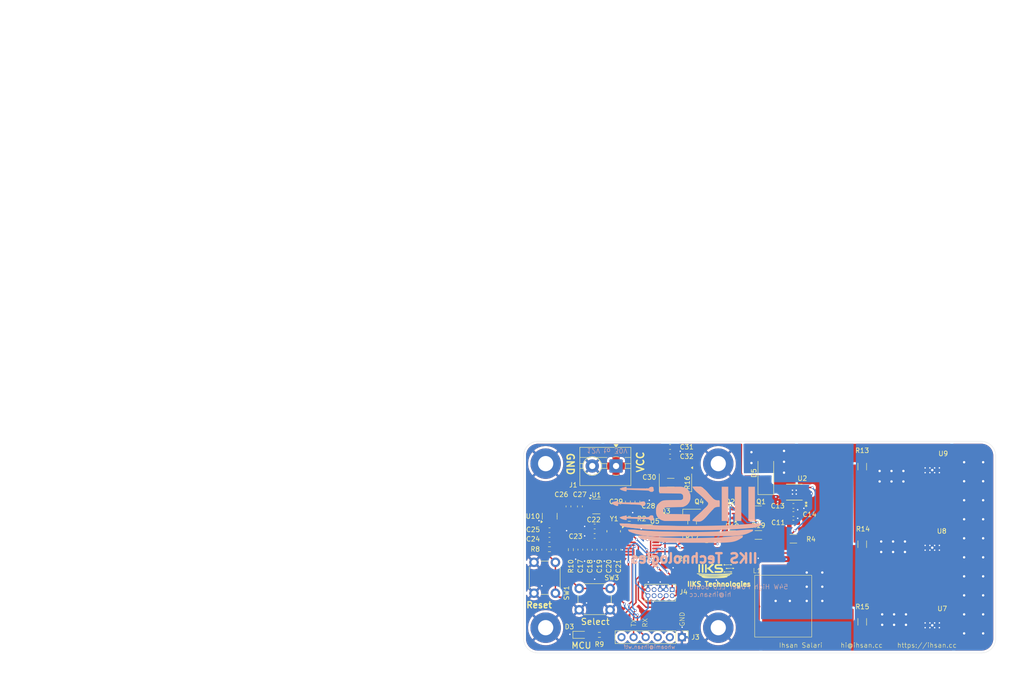
<source format=kicad_pcb>
(kicad_pcb (version 20241229) (generator "pcbnew") (generator_version "9.0")
  (layers (0 "F.Cu" signal) (2 "B.Cu" signal) (13 "F.Paste" user) (15 "B.Paste" user) (5 "F.SilkS" user "F.Silkscreen") (7 "B.SilkS" user "B.Silkscreen") (1 "F.Mask" user) (3 "B.Mask" user) (25 "Edge.Cuts" user))
  (net 0 "")
  (net 1 "GND")
  (net 2 "VLED")
  (net 3 "+3V3")
  (net 4 "/MCU/OSC_IN")
  (net 5 "/MCU/OSC_OUT")
  (net 6 "Net-(D3-A)")
  (net 7 "/LED/LX_1")
  (net 10 "/MCU/UART_TX")
  (net 11 "/MCU/UART_RX")
  (net 13 "/MCU/SWCLK")
  (net 14 "/MCU/SWDIO")
  (net 15 "/MCU/NRST")
  (net 19 "Net-(Q1-D)")
  (net 20 "Net-(Q2-S)")
  (net 21 "/LED/LED_1")
  (net 22 "/MCU/STATUS_LED")
  (net 23 "+5V")
  (net 29 "MOSFET")
  (net 33 "Net-(L1-Pad1)")
  (net 34 "/LED/Thermal_Pad")
  (net 35 "Net-(U5-PA6)")
  (net 36 "Net-(Q3-D)")
  (net 37 "Net-(R13-Pad1)")
  (net 38 "Net-(R14-Pad1)")
  (net 39 "VCC")
  (net 40 "VSET")
  (footprint "Capacitor_SMD:C_0603_1608Metric_Pad1.08x0.95mm_HandSolder" (layer "F.Cu") (at 115.5 101 180)
    (property "Reference" "C24")
    (property "Value" "1u")
  )
  (footprint "Capacitor_SMD:C_0603_1608Metric_Pad1.08x0.95mm_HandSolder" (layer "F.Cu") (at 128 103.0875 -90)
    (property "Reference" "C20")
    (property "Value" "100n")
  )
  (footprint "Library:CDRH127L125NP-680MC" (layer "F.Cu") (at 164.65 114.975 90)
    (property "Reference" "L1")
    (property "Value" "CDRH127L125NP-680MC")
  )
  (footprint "Diode_SMD:D_SMA_Handsoldering" (layer "F.Cu") (at 161 87 90)
    (property "Reference" "D5")
    (property "Value" "SS56")
  )
  (footprint "MountingHole:MountingHole_3.2mm_M3_Pad" (layer "F.Cu") (at 114.7 119.5 90)
    (property "Reference" "H1" (hide yes))
    (property "Value" "MountingHole_Pad")
  )
  (footprint "footprints:XTAL_CG04874_NDK" (layer "F.Cu") (at 129 99.225 90)
    (property "Reference" "Y1")
    (property "Value" "CG04874-8M")
  )
  (footprint "Button_Switch_THT:SW_PUSH_6mm" (layer "F.Cu") (at 112.25 112.25 90)
    (property "Reference" "SW1")
    (property "Value" "SW_Push")
  )
  (footprint "Package_TO_SOT_SMD:SOT-23-3" (layer "F.Cu") (at 125.3625 94)
    (property "Reference" "U1")
    (property "Value" "TLV76050DBZR")
  )
  (footprint "footprints:CHIP_D0BJ440E_WFS" (layer "F.Cu") (at 196 86.36 -90)
    (property "Reference" "U9")
    (property "Value" "XHP50B-00-0000-0D0BJ440E")
  )
  (footprint "footprints:CHIP_D0BJ440E_WFS" (layer "F.Cu") (at 196 102.68 -90)
    (property "Reference" "U8")
    (property "Value" "XHP50B-00-0000-0D0BJ440E")
  )
  (footprint "Capacitor_SMD:C_0603_1608Metric_Pad1.08x0.95mm_HandSolder" (layer "F.Cu") (at 166.8 95.6)
    (property "Reference" "C14")
    (property "Value" "1u")
  )
  (footprint "Resistor_SMD:R_1206_3216Metric_Pad1.30x1.75mm_HandSolder" (layer "F.Cu") (at 145.5 97 90)
    (property "Reference" "R17")
    (property "Value" "0R")
  )
  (footprint "MountingHole:MountingHole_3.2mm_M3_Pad" (layer "F.Cu") (at 151 119.5 90)
    (property "Reference" "H2" (hide yes))
    (property "Value" "MountingHole_Pad")
  )
  (footprint "MountingHole:MountingHole_3.2mm_M3_Pad" (layer "F.Cu") (at 114.7 85 90)
    (property "Reference" "H3" (hide yes))
    (property "Value" "MountingHole_Pad")
  )
  (footprint "Capacitor_SMD:C_0603_1608Metric_Pad1.08x0.95mm_HandSolder" (layer "F.Cu") (at 124 103.0875 -90)
    (property "Reference" "C18")
    (property "Value" "1u")
  )
  (footprint "Capacitor_SMD:C_0603_1608Metric_Pad1.08x0.95mm_HandSolder" (layer "F.Cu") (at 166.8 93.9)
    (property "Reference" "C13")
    (property "Value" "100n")
  )
  (footprint "Package_TO_SOT_SMD:SOT-223-3_TabPin2" (layer "F.Cu") (at 142 89 -90)
    (property "Reference" "Q4")
    (property "Value" "BUK7880-55A/CUX")
  )
  (footprint "Resistor_SMD:R_1206_3216Metric_Pad1.30x1.75mm_HandSolder" (layer "F.Cu") (at 181.275 101.95 90)
    (property "Reference" "R14")
    (property "Value" "0R")
  )
  (footprint "Resistor_SMD:R_0603_1608Metric_Pad0.98x0.95mm_HandSolder" (layer "F.Cu") (at 115.5 103 180)
    (property "Reference" "R8")
    (property "Value" "10k")
  )
  (footprint "Resistor_SMD:R_1206_3216Metric_Pad1.30x1.75mm_HandSolder" (layer "F.Cu") (at 159.4375 100)
    (property "Reference" "R19")
    (property "Value" "0R")
  )
  (footprint "Resistor_SMD:R_0603_1608Metric_Pad0.98x0.95mm_HandSolder" (layer "F.Cu") (at 120 103.0875 -90)
    (property "Reference" "R10")
    (property "Value" "10k")
  )
  (footprint "Capacitor_SMD:C_0603_1608Metric_Pad1.08x0.95mm_HandSolder" (layer "F.Cu") (at 132 93 -90)
    (property "Reference" "C29")
    (property "Value" "10u")
  )
  (footprint "Resistor_SMD:R_0603_1608Metric_Pad0.98x0.95mm_HandSolder" (layer "F.Cu") (at 141.5 104.5875 -90)
    (property "Reference" "R1")
    (property "Value" "10k")
  )
  (footprint "MountingHole:MountingHole_3.2mm_M3_Pad" (layer "F.Cu") (at 151 85 90)
    (property "Reference" "H4" (hide yes))
    (property "Value" "MountingHole_Pad")
  )
  (footprint "Capacitor_SMD:C_0603_1608Metric_Pad1.08x0.95mm_HandSolder" (layer "F.Cu") (at 134 93 -90)
    (property "Reference" "C28")
    (property "Value" "10u")
  )
  (footprint "Capacitor_SMD:C_0603_1608Metric_Pad1.08x0.95mm_HandSolder" (layer "F.Cu") (at 121.9025 94 90)
    (property "Reference" "C27")
    (property "Value" "100n")
  )
  (footprint "Capacitor_SMD:C_0603_1608Metric_Pad1.08x0.95mm_HandSolder" (layer "F.Cu") (at 136.5 90.3625 -90)
    (property "Reference" "C30")
    (property "Value" "1u")
  )
  (footprint "footprints:MSOP-8EP_DIO" (layer "F.Cu") (at 167 91 180)
    (property "Reference" "U2")
    (property "Value" "AL8861MP-13")
  )
  (footprint "Package_TO_SOT_SMD:SOT-23" (layer "F.Cu") (at 153.5 95.5 180)
    (property "Reference" "Q2")
    (property "Value" "TSM2309CX RFG")
  )
  (footprint "Resistor_SMD:R_0603_1608Metric_Pad0.98x0.95mm_HandSolder" (layer "F.Cu") (at 126 121)
    (property "Reference" "R9")
    (property "Value" "1k")
  )
  (footprint "LED_SMD:LED_0603_1608Metric_Pad1.05x0.95mm_HandSolder" (layer "F.Cu") (at 122.0875 121)
    (property "Reference" "D3")
    (property "Value" "LED")
  )
  (footprint "Capacitor_SMD:C_0603_1608Metric_Pad1.08x0.95mm_HandSolder" (layer "F.Cu") (at 122 103.0875 -90)
    (property "Reference" "C17")
    (property "Value" "1u")
  )
  (footprint "Capacitor_SMD:C_0603_1608Metric_Pad1.08x0.95mm_HandSolder" (layer "F.Cu") (at 125 98.215)
    (property "Reference" "C22")
    (property "Value" "*")
  )
  (footprint "Resistor_SMD:R_1206_3216Metric_Pad1.30x1.75mm_HandSolder" (layer "F.Cu") (at 153.9375 100)
    (property "Reference" "R18")
    (property "Value" "0R")
  )
  (footprint "TerminalBlock:TerminalBlock_MaiXu_MX126-5.0-02P_1x02_P5.00mm" (layer "F.Cu") (at 129.5 85.5 180)
    (property "Reference" "J1")
    (property "Value" "Screw_Terminal_01x02")
  )
  (footprint "Capacitor_SMD:C_0603_1608Metric_Pad1.08x0.95mm_HandSolder" (layer "F.Cu") (at 140.8625 81.5)
    (property "Reference" "C31")
    (property "Value" "1u")
  )
  (footprint "Resistor_SMD:R_1206_3216Metric_Pad1.30x1.75mm_HandSolder" (layer "F.Cu") (at 181.275 118.27 90)
    (property "Reference" "R15")
    (property "Value" "0R")
  )
  (footprint "Capacitor_SMD:C_0603_1608Metric_Pad1.08x0.95mm_HandSolder" (layer "F.Cu") (at 125 100.225)
    (property "Reference" "C23")
    (property "Value" "*")
  )
  (footprint "Capacitor_SMD:C_0603_1608Metric_Pad1.08x0.95mm_HandSolder" (layer "F.Cu") (at 130 103.0875 -90)
    (property "Reference" "C21")
    (property "Value" "10n")
  )
  (footprint "footprints:CHIP_D0BJ440E_WFS" (layer "F.Cu") (at 196 119 -90)
    (property "Reference" "U7")
    (property "Value" "XHP50B-00-0000-0D0BJ440E")
  )
  (footprint "Capacitor_SMD:C_0603_1608Metric_Pad1.08x0.95mm_HandSolder" (layer "F.Cu") (at 115.5 99 180)
    (property "Reference" "C25")
    (property "Value" "100n")
  )
  (footprint "Capacitor_SMD:C_0603_1608Metric_Pad1.08x0.95mm_HandSolder" (layer "F.Cu") (at 126 103.0875 -90)
    (property "Reference" "C19")
    (property "Value" "100n")
  )
  (footprint "Package_SO:TSSOP-20_4.4x6.5mm_P0.65mm" (layer "F.Cu") (at 135 101.225)
    (property "Reference" "U5")
    (property "Value" "STM32C011F6Px")
  )
  (footprint "Capacitor_SMD:C_0603_1608Metric_Pad1.08x0.95mm_HandSolder" (layer "F.Cu") (at 140.8625 83.5)
    (property "Reference" "C32")
    (property "Value" "100n")
  )
  (footprint "Resistor_SMD:R_1206_3216Metric_Pad1.30x1.75mm_HandSolder" (layer "F.Cu") (at 141 89)
    (property "Reference" "R16")
    (property "Value" "0R")
  )
  (footprint "Package_TO_SOT_SMD:SOT-23" (layer "F.Cu") (at 115.55 96.0625 90)
    (property "Reference" "U10")
    (property "Value" "AP2127N-3.3")
  )
  (footprint "Button_Switch_THT:SW_PUSH_6mm" (layer "F.Cu") (at 121.75 111.25)
    (property "Reference" "SW3")
    (property "Value" "SW_Push")
  )
  (footprint "Connector_PinHeader_2.54mm:PinHeader_1x06_P2.54mm_Vertical" (layer "F.Cu") (at 143.35 121.5 -90)
    (property "Reference" "J3")
    (property "Value" "Conn_01x06_Pin")
  )
  (footprint "Resistor_SMD:R_0603_1608Metric_Pad0.98x0.95mm_HandSolder" (layer "F.Cu") (at 132.3 96.6)
    (property "Reference" "R2")
    (property "Value" "10k")
  )
  (footprint "Package_TO_SOT_SMD:SOT-223-3_TabPin2" (layer "F.Cu") (at 145.4375 98 180)
    (property "Reference" "Q3")
    (property "Value" "BUK7880-55A/CUX")
  )
  (footprint "Package_TO_SOT_SMD:SOT-23" (layer "F.Cu") (at 159.4375 95.45)
    (property "Reference" "Q1")
    (property "Value" "SI2310-TP")
  )
  (footprint "Resistor_SMD:R_1206_3216Metric_Pad1.30x1.75mm_HandSolder" (layer "F.Cu") (at 181.275 85.63 90)
    (property "Reference" "R13")
    (property "Value" "0R")
  )
  (footprint "Connector_PinHeader_1.27mm:PinHeader_2x05_P1.27mm_Vertical" (layer "F.Cu") (at 141.31 111.5 -90)
    (property "Reference" "J4")
    (property "Value" "Conn_ARM_JTAG_SWD_10")
  )
  (footprint "Capacitor_SMD:C_0603_1608Metric_Pad1.08x0.95mm_HandSolder" (layer "F.Cu") (at 166.8 97.4)
    (property "Reference" "C11")
    (property "Value" "10u")
  )
  (footprint "Capacitor_SMD:C_0603_1608Metric_Pad1.08x0.95mm_HandSolder" (layer "F.Cu") (at 119.5 94 90)
    (property "Reference" "C26")
    (property "Value" "1u")
  )
  (footprint "Resistor_SMD:R_1206_3216Metric_Pad1.30x1.75mm_HandSolder" (layer "F.Cu") (at 166.8 100.8)
    (property "Reference" "R4")
    (property "Value" "LVK12R075DER")
  )
  (gr_poly (pts (xy 152.799172 107.07312) (xy 152.794495 107.077777) (xy 152.790281 107.081856) (xy 152.788298 107.083691) (xy 152.786371 107.085397) (xy 152.784482 107.086979) (xy 152.78261 107.088442) (xy 152.780735 107.089791) (xy 152.778839 107.091031) (xy 152.7769 107.092167) (xy 152.7749 107.093206) (xy 152.772819 107.094151) (xy 152.770637 107.095007) (xy 152.768335 107.095781) (xy 152.765892 107.096477) (xy 152.76329 107.097101) (xy 152.760508 107.097657) (xy 152.757527 107.09815) (xy 152.754327 107.098586) (xy 152.750888 107.098971) (xy 152.747191 107.099308) (xy 152.743216 107.099603) (xy 152.738943 107.099862) (xy 152.729426 107.100291) (xy 152.718483 107.100634) (xy 152.691685 107.101232) (xy 152.613964 107.099578) (xy 152.640422 106.967286) (xy 152.799172 106.967286)) (stroke (width -0.000001)) (fill yes) (layer "F.SilkS"))
  (gr_poly (pts (xy 149.280214 106.993744) (xy 149.280214 107.099578) (xy 149.292695 107.119122) (xy 149.302585 107.134382) (xy 149.310813 107.146597) (xy 149.314595 107.151951) (xy 149.31831 107.157008) (xy 149.322075 107.161924) (xy 149.326006 107.166854) (xy 149.334831 107.177377) (xy 149.345715 107.189816) (xy 149.359589 107.205411) (xy 149.331999 107.19271) (xy 149.305906 107.179763) (xy 149.293385 107.173065) (xy 149.281196 107.166146) (xy 149.269323 107.158954) (xy 149.257754 107.151434) (xy 149.246472 107.143534) (xy 149.235465 107.1352) (xy 149.224718 107.12638) (xy 149.214217 107.11702) (xy 149.203947 107.107067) (xy 149.193893 107.096468) (xy 149.184043 107.08517) (xy 149.174381 107.07312) (xy 149.174381 106.967286)) (stroke (width -0.000001)) (fill yes) (layer "F.SilkS"))
  (gr_poly (pts (xy 146.64022 108.104064) (xy 146.653882 108.104768) (xy 146.6658 108.105821) (xy 146.676323 108.107262) (xy 146.685799 108.109129) (xy 146.694578 108.111461) (xy 146.703007 108.114296) (xy 146.711437 108.117675) (xy 146.720216 108.121634) (xy 146.740214 108.131453) (xy 146.740214 108.184369) (xy 146.502089 108.157911) (xy 146.502089 108.104995) (xy 146.561155 108.103961) (xy 146.606269 108.103548)) (stroke (width -0.000001)) (fill yes) (layer "F.SilkS"))
  (gr_poly (pts (xy 153.936881 108.078536) (xy 153.930794 108.09521) (xy 153.925796 108.108419) (xy 153.923512 108.114111) (xy 153.921268 108.119403) (xy 153.918986 108.124449) (xy 153.916589 108.129404) (xy 153.914 108.134422) (xy 153.91114 108.13966) (xy 153.907932 108.145272) (xy 153.904299 108.151413) (xy 153.895447 108.165903) (xy 153.883964 108.184369) (xy 153.850941 108.19822) (xy 153.817271 108.21082) (xy 153.783024 108.222258) (xy 153.748268 108.23262) (xy 153.713072 108.241996) (xy 153.677507 108.250472) (xy 153.605545 108.265078) (xy 153.532935 108.277141) (xy 153.460231 108.287361) (xy 153.316764 108.305086) (xy 153.238635 108.314943) (xy 152.961735 108.34524) (xy 152.684213 108.369873) (xy 152.406204 108.389361) (xy 152.127842 108.404226) (xy 151.849261 108.414989) (xy 151.570595 108.42217) (xy 151.013545 108.427869) (xy 150.922765 108.428095) (xy 150.445304 108.428851) (xy 150.060341 108.429936) (xy 149.556585 108.430376) (xy 149.053326 108.425229) (xy 148.550267 108.411791) (xy 148.29872 108.401116) (xy 148.047111 108.387354) (xy 147.968688 108.382666) (xy 147.287993 108.339102) (xy 147.070002 108.321628) (xy 146.91108 108.303925) (xy 146.848495 108.294263) (xy 146.79435 108.283672) (xy 146.746533 108.271863) (xy 146.702936 108.258545) (xy 146.61996 108.226218) (xy 146.528548 108.184369) (xy 146.510967 108.152075) (xy 146.504815 108.140487) (xy 146.499594 108.130285) (xy 146.494686 108.12023) (xy 146.489469 108.10908) (xy 146.475631 108.078536) (xy 146.5405 108.078112) (xy 146.605207 108.078377) (xy 146.669796 108.079341) (xy 146.734315 108.081013) (xy 146.798809 108.083403) (xy 146.863324 108.086519) (xy 146.927906 108.090371) (xy 146.992602 108.094969) (xy 147.063427 108.100118) (xy 147.358471 108.122002) (xy 147.796617 108.150676) (xy 148.234837 108.172167) (xy 148.673334 108.187492) (xy 149.112311 108.19767) (xy 149.37256 108.202715) (xy 149.832386 108.20909) (xy 150.292122 108.210683) (xy 150.751855 108.207839) (xy 151.211672 108.200906) (xy 151.300747 108.199213) (xy 151.843396 108.186224) (xy 152.385951 108.166487) (xy 152.928011 108.136976) (xy 153.198731 108.11761) (xy 153.469177 108.094666) (xy 153.527735 108.089791) (xy 153.586152 108.085788) (xy 153.644486 108.082628) (xy 153.702792 108.080285) (xy 153.761128 108.078731) (xy 153.81955 108.07794) (xy 153.878116 108.077884)) (stroke (width -0.000001)) (fill yes) (layer "F.SilkS"))
  (gr_poly (pts (xy 153.586308 108.129799) (xy 153.680152 108.130523) (xy 153.751673 108.131453) (xy 153.751673 108.184369) (xy 153.566464 108.184369) (xy 153.566464 108.237286) (xy 153.301881 108.237286) (xy 153.301881 108.157911) (xy 153.31972 108.152637) (xy 153.337438 108.148042) (xy 153.355058 108.144082) (xy 153.372606 108.140712) (xy 153.390104 108.137886) (xy 153.407577 108.135559) (xy 153.425051 108.133686) (xy 153.442548 108.132222) (xy 153.477712 108.130339) (xy 153.513263 108.129549)) (stroke (width -0.000001)) (fill yes) (layer "F.SilkS"))
  (gr_poly (pts (xy 152.255124 106.153649) (xy 152.265708 106.154769) (xy 152.276441 106.156433) (xy 152.287419 106.158564) (xy 152.298739 106.161085) (xy 152.349381 106.173536) (xy 152.322922 106.252911) (xy 152.190631 106.199995) (xy 152.164172 106.358745) (xy 152.137714 106.358745) (xy 152.143186 106.31229) (xy 152.149438 106.265927) (xy 152.156443 106.219671) (xy 152.164172 106.173536) (xy 152.177056 106.167528) (xy 152.189313 106.16268) (xy 152.20104 106.158915) (xy 152.212335 106.156157) (xy 152.223294 106.154328) (xy 152.234014 106.153352) (xy 152.244592 106.153152)) (stroke (width -0.000001)) (fill yes) (layer "F.SilkS"))
  (gr_poly (pts (xy 152.322922 107.787494) (xy 152.375839 107.813953) (xy 152.349526 107.8314) (xy 152.338657 107.838421) (xy 152.329046 107.84439) (xy 152.320491 107.849371) (xy 152.312791 107.853427) (xy 152.305744 107.856621) (xy 152.299151 107.859015) (xy 152.295962 107.859932) (xy 152.29281 107.860672) (xy 152.289671 107.861245) (xy 152.286519 107.861657) (xy 152.280079 107.862031) (xy 152.273287 107.861857) (xy 152.265943 107.861199) (xy 152.257845 107.860119) (xy 152.238586 107.856948) (xy 152.190631 107.840411) (xy 152.190003 107.807343) (xy 152.189804 107.774266) (xy 152.190018 107.741189) (xy 152.190631 107.70812) (xy 152.217089 107.681661) (xy 152.322922 107.681661)) (stroke (width -0.000001)) (fill yes) (layer "F.SilkS"))
  (gr_poly (pts (xy 152.276466 107.650849) (xy 152.285912 107.651916) (xy 152.294197 107.65303) (xy 152.301476 107.65426) (xy 152.307906 107.655673) (xy 152.313642 107.657337) (xy 152.318839 107.659318) (xy 152.323653 107.661686) (xy 152.328241 107.664507) (xy 152.332756 107.667849) (xy 152.337356 107.671779) (xy 152.342196 107.676366) (xy 152.34743 107.681677) (xy 152.359708 107.694741) (xy 152.369787 107.703829) (xy 152.37934 107.711731) (xy 152.388473 107.71853) (xy 152.392916 107.721541) (xy 152.397295 107.724307) (xy 152.401624 107.726837) (xy 152.405915 107.729142) (xy 152.410182 107.731233) (xy 152.414438 107.733119) (xy 152.418698 107.734811) (xy 152.422975 107.736319) (xy 152.427282 107.737652) (xy 152.431632 107.738822) (xy 152.440517 107.740711) (xy 152.449739 107.742068) (xy 152.459405 107.742973) (xy 152.469623 107.743509) (xy 152.480502 107.743757) (xy 152.492148 107.743798) (xy 152.518175 107.743589) (xy 152.588786 107.743571) (xy 152.66471 107.742329) (xy 152.742673 107.741989) (xy 152.866009 107.740976) (xy 152.989342 107.739539) (xy 153.156515 107.738454) (xy 153.361492 107.736799) (xy 153.566464 107.734578) (xy 153.566464 107.655203) (xy 153.661493 107.675193) (xy 153.708339 107.685953) (xy 153.754773 107.697676) (xy 153.800819 107.710705) (xy 153.846502 107.725381) (xy 153.869216 107.733442) (xy 153.891848 107.742044) (xy 153.914402 107.751228) (xy 153.936881 107.761036) (xy 153.926278 107.771371) (xy 153.916101 107.780741) (xy 153.906255 107.789229) (xy 153.89665 107.796918) (xy 153.887193 107.803889) (xy 153.877792 107.810227) (xy 153.868354 107.816014) (xy 153.858788 107.821332) (xy 153.849 107.826264) (xy 153.8389 107.830894) (xy 153.828394 107.835304) (xy 153.81739 107.839576) (xy 153.805797 107.843794) (xy 153.793521 107.84804) (xy 153.766555 107.856948) (xy 153.70382 107.877825) (xy 153.684527 107.882942) (xy 153.66906 107.886788) (xy 153.662258 107.88829) (xy 153.655809 107.889543) (xy 153.649512 107.890569) (xy 153.643165 107.89139) (xy 153.636567 107.89203) (xy 153.629518 107.89251) (xy 153.621815 107.892855) (xy 153.613259 107.893086) (xy 153.592777 107.893298) (xy 153.566464 107.893328) (xy 153.566464 107.813953) (xy 153.073438 107.833654) (xy 152.905671 107.840269) (xy 152.66471 107.850126) (xy 152.588786 107.852806) (xy 152.518175 107.856005) (xy 152.456039 107.858497) (xy 152.435465 107.860517) (xy 152.426867 107.861548) (xy 152.419135 107.862713) (xy 152.412074 107.8641) (xy 152.405489 107.865801) (xy 152.399186 107.867905) (xy 152.392968 107.870502) (xy 152.386641 107.873681) (xy 152.38001 107.877533) (xy 152.37288 107.882146) (xy 152.365057 107.887611) (xy 152.356344 107.894018) (xy 152.346547 107.901456) (xy 152.322922 107.919786) (xy 152.300417 107.921957) (xy 152.282718 107.923507) (xy 152.268275 107.924437) (xy 152.261789 107.92467) (xy 152.255536 107.924747) (xy 152.249322 107.92467) (xy 152.242953 107.924437) (xy 152.228975 107.923507) (xy 152.21205 107.921957) (xy 152.190631 107.919786) (xy 152.137714 107.86687) (xy 152.143928 107.798188) (xy 152.146817 107.77036) (xy 152.149787 107.746449) (xy 152.153007 107.726135) (xy 152.156648 107.709097) (xy 152.160879 107.695015) (xy 152.163268 107.688984) (xy 152.165869 107.683572) (xy 152.168701 107.678739) (xy 152.171787 107.674445) (xy 152.175148 107.670651) (xy 152.178805 107.667316) (xy 152.182778 107.664401) (xy 152.18709 107.661865) (xy 152.191761 107.659669) (xy 152.196812 107.657772) (xy 152.208142 107.654718) (xy 152.221248 107.652382) (xy 152.253469 107.648588)) (stroke (width -0.000001)) (fill yes) (layer "F.SilkS"))
  (gr_poly (pts (xy 151.740839 107.602286) (xy 151.740839 107.787494) (xy 151.687922 107.787494) (xy 151.687922 107.86687) (xy 151.582089 107.86687) (xy 151.582089 107.919786) (xy 150.259173 107.919786) (xy 150.259173 107.628745) (xy 150.375335 107.629164) (xy 150.800321 107.630198) (xy 150.984574 107.630741) (xy 151.248776 107.631328) (xy 151.332543 107.631742) (xy 151.409587 107.631748) (xy 151.477777 107.631926) (xy 151.492046 107.630763) (xy 151.504509 107.629205) (xy 151.515452 107.627315) (xy 151.525163 107.625153) (xy 151.533928 107.622783) (xy 151.542033 107.620265) (xy 151.557411 107.615037) (xy 151.565259 107.612451) (xy 151.573593 107.609965) (xy 151.582701 107.607641) (xy 151.59287 107.605543) (xy 151.604387 107.603731) (xy 151.617538 107.602267) (xy 151.632609 107.601213) (xy 151.649888 107.600632)) (stroke (width -0.000001)) (fill yes) (layer "F.SilkS"))
  (gr_poly (pts (xy 149.404307 107.242535) (xy 149.448886 107.279825) (xy 149.499116 107.321683) (xy 149.514297 107.335859) (xy 149.520644 107.3419) (xy 149.526352 107.347481) (xy 149.531568 107.35278) (xy 149.536435 107.357976) (xy 149.541098 107.363248) (xy 149.545702 107.368773) (xy 149.55039 107.374731) (xy 149.555307 107.3813) (xy 149.560599 107.388658) (xy 149.566408 107.396984) (xy 149.580158 107.417253) (xy 149.597714 107.443536) (xy 149.563228 107.434922) (xy 149.547466 107.430697) (xy 149.532575 107.426373) (xy 149.518464 107.421832) (xy 149.505044 107.416961) (xy 149.492228 107.411641) (xy 149.479926 107.405758) (xy 149.468049 107.399194) (xy 149.456509 107.391836) (xy 149.445216 107.383565) (xy 149.434082 107.374266) (xy 149.423017 107.363824) (xy 149.411934 107.352122) (xy 149.400743 107.339044) (xy 149.389355 107.324474) (xy 149.37953 107.302537) (xy 149.372147 107.285406) (xy 149.369262 107.278207) (xy 149.366856 107.271686) (xy 149.364887 107.265669) (xy 149.36331 107.259982) (xy 149.362082 107.254449) (xy 149.361159 107.248897) (xy 149.360498 107.243151) (xy 149.360054 107.237037) (xy 149.359785 107.230381) (xy 149.359647 107.223007) (xy 149.359589 107.205411)) (stroke (width -0.000001)) (fill yes) (layer "F.SilkS"))
  (gr_poly (pts (xy 153.271963 108.447322) (xy 153.328339 108.448953) (xy 153.328339 108.501869) (xy 153.310687 108.512379) (xy 153.293352 108.521544) (xy 153.27626 108.529452) (xy 153.259341 108.536192) (xy 153.242524 108.541852) (xy 153.225738 108.54652) (xy 153.208912 108.550285) (xy 153.191974 108.553235) (xy 153.174853 108.555458) (xy 153.157478 108.557043) (xy 153.139778 108.558078) (xy 153.121682 108.558651) (xy 153.084016 108.558766) (xy 153.043912 108.558093) (xy 152.950067 108.556647) (xy 152.878547 108.554786) (xy 152.878547 108.501869) (xy 152.893093 108.495164) (xy 152.907581 108.489568) (xy 152.922033 108.484988) (xy 152.936471 108.48133) (xy 152.950917 108.478502) (xy 152.965393 108.476409) (xy 152.979921 108.474959) (xy 152.994524 108.474058) (xy 153.009223 108.473612) (xy 153.024041 108.473529) (xy 153.05412 108.474077) (xy 153.084938 108.474953) (xy 153.116672 108.475411) (xy 153.129991 108.46919) (xy 153.143099 108.463915) (xy 153.156039 108.459515) (xy 153.168854 108.455917) (xy 153.181585 108.453049) (xy 153.194277 108.450838) (xy 153.206971 108.449212) (xy 153.219709 108.448099) (xy 153.232535 108.447425) (xy 153.245491 108.44712)) (stroke (width -0.000001)) (fill yes) (layer "F.SilkS"))
  (gr_poly (pts (xy 153.645839 107.681661) (xy 153.592922 107.681661) (xy 153.592922 107.86687) (xy 153.645839 107.893328) (xy 153.566464 107.893328) (xy 153.566464 107.813953) (xy 153.489156 107.815813) (xy 153.38787 107.81726) (xy 153.287411 107.81912) (xy 153.25763 107.817092) (xy 153.24393 107.815824) (xy 153.230892 107.814324) (xy 153.218417 107.812545) (xy 153.206407 107.81044) (xy 153.194764 107.807961) (xy 153.183389 107.805061) (xy 153.172184 107.801693) (xy 153.161049 107.797809) (xy 153.149887 107.793363) (xy 153.138599 107.788306) (xy 153.127086 107.782593) (xy 153.11525 107.776175) (xy 153.102992 107.769005) (xy 153.090214 107.761036) (xy 153.149822 107.751653) (xy 153.209154 107.744574) (xy 153.268336 107.739515) (xy 153.327496 107.736191) (xy 153.386762 107.734319) (xy 153.44626 107.733616) (xy 153.566464 107.734578) (xy 153.566464 107.655203)) (stroke (width -0.000001)) (fill yes) (layer "F.SilkS"))
  (gr_poly (pts (xy 153.014578 108.164384) (xy 153.026344 108.165229) (xy 153.038196 108.166578) (xy 153.050232 108.168416) (xy 153.062554 108.170727) (xy 153.075259 108.173494) (xy 153.088448 108.176701) (xy 153.116672 108.184369) (xy 153.143131 108.290203) (xy 152.82563 108.290203) (xy 152.83448 108.263938) (xy 152.83829 108.253185) (xy 152.841857 108.243797) (xy 152.845308 108.235612) (xy 152.848769 108.228462) (xy 152.852365 108.222185) (xy 152.856223 108.216616) (xy 152.85829 108.214045) (xy 152.860469 108.211588) (xy 152.865228 108.206939) (xy 152.870626 108.202503) (xy 152.876791 108.198115) (xy 152.883846 108.193612) (xy 152.891919 108.188827) (xy 152.911621 108.177755) (xy 152.926276 108.173975) (xy 152.940223 108.17083) (xy 152.95356 108.168304) (xy 152.966387 108.16638) (xy 152.978803 108.165042) (xy 152.990907 108.164275) (xy 153.002799 108.164061)) (stroke (width -0.000001)) (fill yes) (layer "F.SilkS"))
  (gr_poly (pts (xy 153.698756 106.226453) (xy 153.672297 106.332286) (xy 153.592922 106.332286) (xy 153.566464 106.252911) (xy 153.61938 106.199995)) (stroke (width -0.000001)) (fill yes) (layer "F.SilkS"))
  (gr_poly (pts (xy 152.190631 108.501869) (xy 152.159612 108.522305) (xy 152.128612 108.541752) (xy 152.113025 108.550937) (xy 152.097328 108.559675) (xy 152.081484 108.567897) (xy 152.065456 108.575538) (xy 152.049206 108.582531) (xy 152.032695 108.588808) (xy 152.015886 108.594303) (xy 151.998741 108.598948) (xy 151.981223 108.602678) (xy 151.963293 108.605425) (xy 151.944914 108.607122) (xy 151.926047 108.607703) (xy 151.926047 108.66062) (xy 152.005422 108.713536) (xy 151.502714 108.713536) (xy 151.502714 108.66062) (xy 151.590462 108.659798) (xy 151.633295 108.660411) (xy 151.675755 108.662153) (xy 151.718082 108.665356) (xy 151.739271 108.66761) (xy 151.760517 108.670355) (xy 151.78185 108.673633) (xy 151.8033 108.677485) (xy 151.824897 108.681952) (xy 151.846672 108.687078) (xy 151.846672 108.554786) (xy 150.523756 108.554786) (xy 150.523756 108.528328) (xy 151.006285 108.517024) (xy 151.169763 108.513174) (xy 151.424986 108.507708) (xy 151.680159 108.503752) (xy 151.935351 108.50168)) (stroke (width -0.000001)) (fill yes) (layer "F.SilkS"))
  (gr_poly (pts (xy 150.100422 107.946244) (xy 149.98385 107.949999) (xy 149.867258 107.952859) (xy 149.800441 107.955546) (xy 149.755753 107.955935) (xy 149.733806 107.955716) (xy 149.711994 107.95508) (xy 149.690221 107.95392) (xy 149.668391 107.952132) (xy 149.646407 107.949608) (xy 149.624172 107.946244) (xy 149.60601 107.928539) (xy 149.592062 107.914593) (xy 149.586378 107.908642) (xy 149.581399 107.903166) (xy 149.577009 107.898009) (xy 149.57309 107.893018) (xy 149.569528 107.888036) (xy 149.566206 107.882909) (xy 149.563007 107.877481) (xy 149.559816 107.871598) (xy 149.556516 107.865104) (xy 149.55299 107.857846) (xy 149.544797 107.840411) (xy 149.650631 107.86687) (xy 149.650631 107.919786) (xy 149.742419 107.915029) (xy 149.834186 107.909864) (xy 149.937435 107.904283) (xy 150.021047 107.893328) (xy 150.047506 107.840411)) (stroke (width -0.000001)) (fill yes) (layer "F.SilkS"))
  (gr_poly (pts (xy 151.671826 106.915696) (xy 151.681848 106.917329) (xy 151.691543 106.919261) (xy 151.700929 106.921485) (xy 151.710019 106.923993) (xy 151.71883 106.92678) (xy 151.727375 106.929837) (xy 151.735672 106.933157) (xy 151.751578 106.940557) (xy 151.766669 106.948925) (xy 151.781067 106.958202) (xy 151.794895 106.96833) (xy 151.808273 106.979253) (xy 151.821324 106.990913) (xy 151.834171 107.003251) (xy 151.846933 107.016211) (xy 151.872696 107.043767) (xy 151.899589 107.07312) (xy 151.836751 107.046661) (xy 151.815082 107.036898) (xy 151.806096 107.03296) (xy 151.798103 107.029599) (xy 151.790923 107.026777) (xy 151.784378 107.024455) (xy 151.778288 107.022594) (xy 151.772473 107.021155) (xy 151.766756 107.020101) (xy 151.760955 107.019391) (xy 151.754893 107.018987) (xy 151.74839 107.01885) (xy 151.741266 107.018942) (xy 151.733343 107.019224) (xy 151.714381 107.020203) (xy 151.714381 106.940828) (xy 151.661464 106.91437)) (stroke (width -0.000001)) (fill yes) (layer "F.SilkS"))
  (gr_poly (pts (xy 151.820214 107.813953) (xy 151.810703 107.825846) (xy 151.801677 107.836554) (xy 151.79301 107.846166) (xy 151.784579 107.854771) (xy 151.776258 107.862455) (xy 151.772101 107.86598) (xy 151.767925 107.869308) (xy 151.763714 107.872451) (xy 151.759453 107.875418) (xy 151.755127 107.878222) (xy 151.75072 107.880873) (xy 151.746216 107.883383) (xy 151.7416 107.885761) (xy 151.73197 107.890171) (xy 151.721705 107.89419) (xy 151.71068 107.897907) (xy 151.698772 107.90141) (xy 151.685856 107.904787) (xy 151.671808 107.908127) (xy 151.656503 107.911518) (xy 151.582089 107.919786) (xy 151.582089 107.86687) (xy 151.687922 107.86687) (xy 151.687922 107.787494)) (stroke (width -0.000001)) (fill yes) (layer "F.SilkS"))
  (gr_poly (pts (xy 153.884342 108.077663) (xy 153.936881 108.078536) (xy 153.930794 108.09521) (xy 153.925796 108.108419) (xy 153.923512 108.114111) (xy 153.921268 108.119403) (xy 153.918986 108.124449) (xy 153.916589 108.129404) (xy 153.914 108.134422) (xy 153.91114 108.13966) (xy 153.907932 108.145272) (xy 153.904299 108.151413) (xy 153.895447 108.165903) (xy 153.883964 108.184369) (xy 153.850942 108.19822) (xy 153.817272 108.21082) (xy 153.783025 108.222258) (xy 153.748268 108.23262) (xy 153.713073 108.241996) (xy 153.677508 108.250473) (xy 153.605545 108.26508) (xy 153.532935 108.277142) (xy 153.460231 108.287363) (xy 153.316764 108.305086) (xy 153.238984 108.314885) (xy 153.062505 108.335144) (xy 152.885621 108.353274) (xy 152.70841 108.368893) (xy 152.530951 108.381622) (xy 152.353323 108.391081) (xy 152.175605 108.39689) (xy 151.997876 108.398668) (xy 151.820214 108.396036) (xy 151.820214 108.369578) (xy 152.375839 108.316661) (xy 152.375839 108.237286) (xy 150.920631 108.237286) (xy 150.920631 108.210828) (xy 150.97543 108.209353) (xy 151.671386 108.189331) (xy 151.727663 108.187632) (xy 152.130479 108.173802) (xy 152.532883 108.156045) (xy 152.935026 108.133194) (xy 153.337059 108.104084) (xy 153.461044 108.094039) (xy 153.518405 108.089366) (xy 153.570832 108.085634) (xy 153.623126 108.082625) (xy 153.675338 108.080317) (xy 153.727515 108.078688) (xy 153.779709 108.077717) (xy 153.831968 108.077383)) (stroke (width -0.000001)) (fill yes) (layer "F.SilkS"))
  (gr_poly (pts (xy 149.878487 108.545403) (xy 149.841902 108.559937) (xy 149.805408 108.572113) (xy 149.768955 108.582114) (xy 149.732494 108.590126) (xy 149.695975 108.596331) (xy 149.659347 108.600913) (xy 149.622562 108.604056) (xy 149.585568 108.605943) (xy 149.548317 108.606759) (xy 149.47284 108.60591) (xy 149.316594 108.599434) (xy 149.22585 108.596593) (xy 149.138621 108.59313) (xy 149.059388 108.590101) (xy 149.036005 108.587074) (xy 149.026137 108.585646) (xy 149.017141 108.584154) (xy 149.008759 108.582507) (xy 149.000734 108.580616) (xy 148.992807 108.578389) (xy 148.98472 108.575737) (xy 148.976216 108.572568) (xy 148.967037 108.568792) (xy 148.956925 108.564319) (xy 148.945621 108.559059) (xy 148.91841 108.545812) (xy 148.883339 108.528328) (xy 149.915214 108.528328)) (stroke (width -0.000001)) (fill yes) (layer "F.SilkS"))
  (gr_poly (pts (xy 147.163548 107.946244) (xy 146.819589 107.946244) (xy 146.819589 106.147078) (xy 147.163548 106.147078)) (stroke (width -0.000001)) (fill yes) (layer "F.SilkS"))
  (gr_poly (pts (xy 153.804589 107.70812) (xy 153.698756 107.734578) (xy 153.672297 107.86687) (xy 153.592922 107.86687) (xy 153.592922 107.681661)) (stroke (width -0.000001)) (fill yes) (layer "F.SilkS"))
  (gr_poly (pts (xy 153.487089 108.396036) (xy 153.482645 108.412521) (xy 153.480694 108.419407) (xy 153.478821 108.425595) (xy 153.476947 108.431241) (xy 153.474997 108.436499) (xy 153.472891 108.441524) (xy 153.470552 108.446472) (xy 153.467904 108.451498) (xy 153.464868 108.456756) (xy 153.461367 108.462401) (xy 153.457323 108.46859) (xy 153.447298 108.483214) (xy 153.434172 108.501869) (xy 153.407966 108.511038) (xy 153.381898 108.519119) (xy 153.355862 108.526291) (xy 153.329755 108.532734) (xy 153.303471 108.538625) (xy 153.276905 108.544145) (xy 153.222505 108.554786) (xy 153.248964 108.501869) (xy 153.328339 108.501869) (xy 153.328339 108.448953) (xy 152.984381 108.448953) (xy 152.984381 108.422494) (xy 153.110138 108.410602) (xy 153.172785 108.405667) (xy 153.23539 108.40157) (xy 153.298038 108.398436) (xy 153.360814 108.396387) (xy 153.423803 108.395545)) (stroke (width -0.000001)) (fill yes) (layer "F.SilkS"))
  (gr_poly (pts (xy 153.638808 107.686509) (xy 153.683158 107.691855) (xy 153.726327 107.698176) (xy 153.76867 107.705947) (xy 153.789643 107.710525) (xy 153.810542 107.715643) (xy 153.831412 107.721362) (xy 153.852298 107.72774) (xy 153.873243 107.734837) (xy 153.894292 107.742712) (xy 153.91549 107.751426) (xy 153.936881 107.761036) (xy 153.921414 107.775699) (xy 153.905703 107.789027) (xy 153.889727 107.801083) (xy 153.873467 107.811928) (xy 153.856904 107.821625) (xy 153.840018 107.830235) (xy 153.82279 107.83782) (xy 153.805201 107.844442) (xy 153.787231 107.850163) (xy 153.768861 107.855045) (xy 153.750071 107.85915) (xy 153.730842 107.862539) (xy 153.711154 107.865274) (xy 153.690989 107.867417) (xy 153.670326 107.869031) (xy 153.649146 107.870177) (xy 153.592922 107.86687) (xy 153.592922 107.681661)) (stroke (width -0.000001)) (fill yes) (layer "F.SilkS"))
  (gr_poly (pts (xy 150.557694 106.180461) (xy 150.565407 106.181391) (xy 150.573585 106.182941) (xy 150.58246 106.185112) (xy 150.592266 106.187902) (xy 150.603234 106.191313) (xy 150.629589 106.199995) (xy 150.578326 106.223146) (xy 150.558942 106.231583) (xy 150.551013 106.235217) (xy 150.544101 106.238624) (xy 150.538088 106.241925) (xy 150.532855 106.245239) (xy 150.530493 106.24694) (xy 150.528282 106.24869) (xy 150.526207 106.250504) (xy 150.524253 106.252397) (xy 150.522404 106.254384) (xy 150.520646 106.256482) (xy 150.518965 106.258703) (xy 150.517345 106.261065) (xy 150.514231 106.266269) (xy 150.511183 106.272214) (xy 150.508085 106.279021) (xy 150.504817 106.286812) (xy 150.497297 106.305828) (xy 150.444381 106.305828) (xy 150.444381 106.358745) (xy 150.406967 106.399879) (xy 150.393221 106.414555) (xy 150.380716 106.427371) (xy 150.3679 106.439877) (xy 150.353224 106.453623) (xy 150.312089 106.491036) (xy 150.259173 106.491036) (xy 150.265979 106.463931) (xy 150.273323 106.438902) (xy 150.281274 106.41576) (xy 150.289899 106.394314) (xy 150.299267 106.374373) (xy 150.309446 106.355748) (xy 150.320505 106.338248) (xy 150.33251 106.321684) (xy 150.345531 106.305864) (xy 150.359636 106.290598) (xy 150.374892 106.275697) (xy 150.391369 106.26097) (xy 150.409134 106.246226) (xy 150.428255 106.231276) (xy 150.448801 106.215929) (xy 150.470839 106.199995) (xy 150.497194 106.191313) (xy 150.508162 106.187902) (xy 150.517968 106.185112) (xy 150.526844 106.182941) (xy 150.535021 106.181391) (xy 150.542734 106.180461) (xy 150.550214 106.180151)) (stroke (width -0.000001)) (fill yes) (layer "F.SilkS"))
  (gr_poly (pts (xy 153.936881 108.078536) (xy 153.883964 108.184369) (xy 153.804589 108.184369) (xy 153.804589 108.131453) (xy 153.756943 108.13631) (xy 153.540006 108.157911) (xy 153.465075 108.165559) (xy 153.411423 108.170511) (xy 153.357989 108.174805) (xy 153.304689 108.178399) (xy 153.25144 108.18125) (xy 153.19816 108.183315) (xy 153.144764 108.184552) (xy 153.091171 108.184918) (xy 153.037297 108.184369) (xy 153.010839 108.131453) (xy 153.325031 108.104995) (xy 153.413915 108.097346) (xy 153.544716 108.087831) (xy 153.609961 108.084126) (xy 153.675178 108.081202) (xy 153.740422 108.079122) (xy 153.80575 108.077943) (xy 153.871217 108.077728)) (stroke (width -0.000001)) (fill yes) (layer "F.SilkS"))
  (gr_poly (pts (xy 149.969488 106.133897) (xy 150.032863 106.139167) (xy 150.100422 106.147078) (xy 150.083852 106.179757) (xy 150.065646 106.211321) (xy 150.045933 106.241843) (xy 150.024838 106.271396) (xy 150.002489 106.300053) (xy 149.979012 106.327887) (xy 149.954536 106.354972) (xy 149.929185 106.381379) (xy 149.903088 106.407182) (xy 149.876372 106.432455) (xy 149.821586 106.481699) (xy 149.710162 106.577026) (xy 149.650379 106.629479) (xy 149.591783 106.683238) (xy 149.534171 106.73807) (xy 149.477341 106.793744) (xy 149.365208 106.906685) (xy 149.253756 107.020203) (xy 149.260302 107.034347) (xy 149.266936 107.048012) (xy 149.273686 107.061236) (xy 149.280582 107.074058) (xy 149.287654 107.086518) (xy 149.294931 107.098655) (xy 149.302442 107.110509) (xy 149.310217 107.122117) (xy 149.318284 107.13352) (xy 149.326674 107.144757) (xy 149.335416 107.155868) (xy 149.344539 107.16689) (xy 149.354072 107.177864) (xy 149.364045 107.188829) (xy 149.374487 107.199825) (xy 149.385427 107.210889) (xy 149.432285 107.257643) (xy 149.481959 107.306284) (xy 149.53277 107.356578) (xy 149.607934 107.429414) (xy 149.645882 107.465318) (xy 149.684117 107.500875) (xy 149.722673 107.536084) (xy 149.761583 107.570942) (xy 149.800879 107.605447) (xy 149.840594 107.639597) (xy 149.874633 107.669559) (xy 149.908454 107.699902) (xy 149.941943 107.730686) (xy 149.974985 107.761971) (xy 150.007468 107.793817) (xy 150.039278 107.826285) (xy 150.0703 107.859435) (xy 150.100422 107.893328) (xy 150.100422 107.946244) (xy 149.974614 107.963307) (xy 149.878246 107.975137) (xy 149.839162 107.978984) (xy 149.805111 107.981394) (xy 149.775315 107.982326) (xy 149.748999 107.981736) (xy 149.725387 107.979582) (xy 149.703702 107.975822) (xy 149.683169 107.970412) (xy 149.663012 107.963311) (xy 149.642454 107.954475) (xy 149.620719 107.943862) (xy 149.570615 107.917133) (xy 149.548082 107.899395) (xy 149.526064 107.881132) (xy 149.504528 107.862382) (xy 149.483436 107.843181) (xy 149.462753 107.823564) (xy 149.442444 107.803568) (xy 149.402806 107.762583) (xy 149.364236 107.720515) (xy 149.326452 107.677655) (xy 149.252102 107.590711) (xy 149.218398 107.552441) (xy 149.184533 107.514336) (xy 149.150474 107.476404) (xy 149.116184 107.438659) (xy 149.095127 107.415275) (xy 149.074314 107.391672) (xy 149.053759 107.367844) (xy 149.033478 107.343785) (xy 149.01891 107.327784) (xy 149.0048 107.313044) (xy 148.991014 107.299511) (xy 148.977419 107.28713) (xy 148.963881 107.275848) (xy 148.950266 107.265609) (xy 148.936442 107.25636) (xy 148.922274 107.248047) (xy 148.90763 107.240615) (xy 148.892376 107.23401) (xy 148.876378 107.228178) (xy 148.859502 107.223065) (xy 148.841617 107.218615) (xy 148.822587 107.214776) (xy 148.80228 107.211493) (xy 148.780561 107.208712) (xy 148.753353 107.207461) (xy 148.726133 107.206447) (xy 148.698905 107.205741) (xy 148.671672 107.205411) (xy 148.670739 107.126864) (xy 148.670019 107.048315) (xy 148.669089 106.959948) (xy 148.669993 106.936119) (xy 148.670996 106.917888) (xy 148.67164 106.910512) (xy 148.672437 106.904103) (xy 148.673428 106.898517) (xy 148.674657 106.893609) (xy 148.676165 106.889235) (xy 148.677996 106.885251) (xy 148.680191 106.881512) (xy 148.682794 106.877875) (xy 148.685847 106.874194) (xy 148.689392 106.870327) (xy 148.698131 106.861453) (xy 148.79828 106.868171) (xy 148.823209 106.864872) (xy 148.846675 106.860199) (xy 148.868805 106.854209) (xy 148.889728 106.846957) (xy 148.909571 106.838499) (xy 148.928462 106.828892) (xy 148.946531 106.818192) (xy 148.963905 106.806453) (xy 148.980711 106.793734) (xy 148.997079 106.780089) (xy 149.013137 106.765575) (xy 149.029012 106.750248) (xy 149.044832 106.734164) (xy 149.060726 106.717379) (xy 149.093249 106.681929) (xy 149.135466 106.635799) (xy 149.17903 106.587223) (xy 149.222248 106.538372) (xy 149.265061 106.489168) (xy 149.307415 106.439534) (xy 149.352361 106.388683) (xy 149.396138 106.343027) (xy 149.439129 106.302381) (xy 149.46045 106.283881) (xy 149.481717 106.266566) (xy 149.502979 106.250412) (xy 149.524283 106.235396) (xy 149.545678 106.221498) (xy 149.567211 106.208692) (xy 149.588929 106.196957) (xy 149.610881 106.18627) (xy 149.633114 106.176607) (xy 149.655676 106.167947) (xy 149.678616 106.160266) (xy 149.70198 106.153542) (xy 149.725816 106.147752) (xy 149.750173 106.142872) (xy 149.775097 106.138881) (xy 149.800638 106.135755) (xy 149.826842 106.133472) (xy 149.853757 106.132008) (xy 149.909913 106.13145)) (stroke (width -0.000001)) (fill yes) (layer "F.SilkS"))
  (gr_poly (pts (xy 150.824146 106.14408) (xy 150.903578 106.144494) (xy 150.985099 106.144608) (xy 151.243092 106.145424) (xy 151.417913 106.145786) (xy 151.846672 106.147078) (xy 151.846672 106.491036) (xy 151.741065 106.492205) (xy 151.353647 106.49798) (xy 151.185879 106.500202) (xy 151.065396 106.501855) (xy 150.944919 106.503955) (xy 150.868994 106.504468) (xy 150.798384 106.506055) (xy 150.736247 106.506945) (xy 150.72393 106.509555) (xy 150.71257 106.512375) (xy 150.702075 106.515448) (xy 150.692356 106.518813) (xy 150.68332 106.522512) (xy 150.674879 106.526584) (xy 150.66694 106.531072) (xy 150.659413 106.536016) (xy 150.652207 106.541456) (xy 150.645231 106.547434) (xy 150.638395 106.55399) (xy 150.631608 106.561164) (xy 150.624779 106.568999) (xy 150.617817 106.577534) (xy 150.610631 106.586811) (xy 150.603131 106.59687) (xy 150.599513 106.627982) (xy 150.596929 106.652478) (xy 150.596024 106.662924) (xy 150.595378 106.67253) (xy 150.59499 106.681567) (xy 150.594861 106.690307) (xy 150.59499 106.699021) (xy 150.595378 106.70798) (xy 150.596024 106.717456) (xy 150.596929 106.727719) (xy 150.599513 106.751695) (xy 150.603131 106.782078) (xy 150.610257 106.78899) (xy 150.617282 106.795377) (xy 150.624217 106.801259) (xy 150.631075 106.806656) (xy 150.637869 106.811588) (xy 150.644613 106.816076) (xy 150.651318 106.820139) (xy 150.657997 106.823799) (xy 150.664664 106.827075) (xy 150.671331 106.829988) (xy 150.67801 106.832558) (xy 150.684715 106.834805) (xy 150.691458 106.836749) (xy 150.698253 106.838411) (xy 150.712046 106.84097) (xy 150.726196 106.842642) (xy 150.740806 106.843591) (xy 150.755978 106.843977) (xy 150.771814 106.843965) (xy 150.805886 106.843389) (xy 150.843839 106.84316) (xy 150.95944 106.845175) (xy 151.141076 106.847067) (xy 151.322537 106.849181) (xy 151.461119 106.852776) (xy 151.517005 106.855751) (xy 151.565381 106.859842) (xy 151.607317 106.865299) (xy 151.643883 106.87237) (xy 151.676149 106.881303) (xy 151.705184 106.892348) (xy 151.732059 106.905754) (xy 151.757844 106.921769) (xy 151.783608 106.940642) (xy 151.810422 106.962621) (xy 151.871477 107.016896) (xy 151.915195 107.054723) (xy 151.92529 107.067341) (xy 151.934706 107.080087) (xy 151.943466 107.092958) (xy 151.951593 107.105952) (xy 151.966038 107.132301) (xy 151.978226 107.159115) (xy 151.988341 107.186378) (xy 151.996566 107.214071) (xy 152.003085 107.242177) (xy 152.008083 107.270679) (xy 152.011743 107.299558) (xy 152.014249 107.328798) (xy 152.015785 107.35838) (xy 152.016534 107.388288) (xy 152.016409 107.449008) (xy 152.015344 107.510819) (xy 152.012457 107.534399) (xy 152.008991 107.557006) (xy 152.004899 107.578714) (xy 152.000133 107.5996) (xy 151.994646 107.619741) (xy 151.98839 107.639214) (xy 151.981319 107.658093) (xy 151.973384 107.676457) (xy 151.964538 107.694381) (xy 151.954734 107.711942) (xy 151.943924 107.729215) (xy 151.932061 107.746278) (xy 151.919098 107.763207) (xy 151.904987 107.780079) (xy 151.88968 107.796968) (xy 151.873131 107.813953) (xy 151.848118 107.832246) (xy 151.823172 107.848999) (xy 151.798231 107.86426) (xy 151.773233 107.87808) (xy 151.748115 107.890505) (xy 151.722816 107.901587) (xy 151.697273 107.911373) (xy 151.671425 107.919913) (xy 151.64521 107.927256) (xy 151.618565 107.93345) (xy 151.591429 107.938545) (xy 151.563739 107.94259) (xy 151.535434 107.945634) (xy 151.506452 107.947726) (xy 151.476729 107.948914) (xy 151.446206 107.949248) (xy 151.364365 107.949242) (xy 151.276578 107.948828) (xy 151.186272 107.948715) (xy 150.900787 107.947898) (xy 150.707207 107.947536) (xy 150.232714 107.946244) (xy 150.232714 107.602286) (xy 150.350046 107.600277) (xy 150.780807 107.592435) (xy 150.967282 107.589128) (xy 151.235237 107.5842) (xy 151.319516 107.582859) (xy 151.398147 107.58126) (xy 151.467227 107.580014) (xy 151.48907 107.578222) (xy 151.510382 107.575842) (xy 151.531306 107.572877) (xy 151.551981 107.56933) (xy 151.572547 107.565203) (xy 151.593147 107.560499) (xy 151.613919 107.55522) (xy 151.635006 107.549369) (xy 151.636876 107.491498) (xy 151.638313 107.433614) (xy 151.640174 107.368502) (xy 151.64022 107.347646) (xy 151.640013 107.339027) (xy 151.63954 107.331397) (xy 151.638714 107.324596) (xy 151.638143 107.321456) (xy 151.637452 107.318462) (xy 151.636631 107.315596) (xy 151.635669 107.312835) (xy 151.634554 107.31016) (xy 151.633278 107.307552) (xy 151.631828 107.304989) (xy 151.630195 107.302452) (xy 151.628367 107.299921) (xy 151.626335 107.297374) (xy 151.624087 107.294793) (xy 151.621612 107.292157) (xy 151.615943 107.286639) (xy 151.609241 107.280658) (xy 151.601421 107.274053) (xy 151.582089 107.258328) (xy 151.563505 107.251941) (xy 151.544792 107.246475) (xy 151.52596 107.241857) (xy 151.50702 107.238015) (xy 151.48798 107.234877) (xy 151.46885 107.232372) (xy 151.449639 107.230427) (xy 151.430358 107.228971) (xy 151.391623 107.227238) (xy 151.352719 107.226596) (xy 151.274718 107.226288) (xy 151.154932 107.224015) (xy 151.061057 107.222485) (xy 150.967178 107.22125) (xy 150.876205 107.219841) (xy 150.785238 107.21802) (xy 150.729099 107.21776) (xy 150.702613 107.216699) (xy 150.676967 107.214833) (xy 150.652095 107.21213) (xy 150.627932 107.208556) (xy 150.604413 107.204081) (xy 150.581473 107.198672) (xy 150.559047 107.192297) (xy 150.537069 107.184924) (xy 150.515474 107.17652) (xy 150.494197 107.167053) (xy 150.473172 107.156492) (xy 150.452335 107.144805) (xy 150.431619 107.131958) (xy 150.410961 107.11792) (xy 150.390294 107.102659) (xy 150.369553 107.086142) (xy 150.350698 107.06412) (xy 150.333051 107.042266) (xy 150.3166 107.02049) (xy 150.301334 106.998698) (xy 150.28724 106.976801) (xy 150.274308 106.954705) (xy 150.262525 106.93232) (xy 150.25188 106.909554) (xy 150.242361 106.886315) (xy 150.233955 106.862511) (xy 150.226652 106.838051) (xy 150.220439 106.812844) (xy 150.215305 106.786797) (xy 150.211237 106.759819) (xy 150.208225 106.731818) (xy 150.206256 106.702703) (xy 150.208859 106.672473) (xy 150.212103 106.642857) (xy 150.21606 106.613831) (xy 150.220801 106.585371) (xy 150.226398 106.557453) (xy 150.232923 106.530054) (xy 150.240447 106.503149) (xy 150.249044 106.476716) (xy 150.258783 106.450731) (xy 150.269738 106.425169) (xy 150.28198 106.400007) (xy 150.29558 106.375222) (xy 150.310611 106.350789) (xy 150.327145 106.326685) (xy 150.345252 106.302887) (xy 150.365006 106.27937) (xy 150.387684 106.263653) (xy 150.410274 106.248813) (xy 150.432835 106.234868) (xy 150.455426 106.221839) (xy 150.478106 106.209746) (xy 150.500934 106.198607) (xy 150.523968 106.188443) (xy 150.547269 106.179273) (xy 150.570894 106.171117) (xy 150.594904 106.163995) (xy 150.619356 106.157927) (xy 150.64431 106.152931) (xy 150.669825 106.149028) (xy 150.695959 106.146238) (xy 150.722773 106.14458) (xy 150.750324 106.144074)) (stroke (width -0.000001)) (fill yes) (layer "F.SilkS"))
  (gr_poly (pts (xy 147.507506 108.501869) (xy 147.489927 108.519346) (xy 147.482595 108.526437) (xy 147.476019 108.532543) (xy 147.470037 108.537748) (xy 147.464489 108.54214) (xy 147.461827 108.544056) (xy 147.459213 108.545801) (xy 147.456626 108.547384) (xy 147.454047 108.548818) (xy 147.451455 108.550111) (xy 147.44883 108.551275) (xy 147.446152 108.55232) (xy 147.443401 108.553257) (xy 147.440556 108.554097) (xy 147.437598 108.554851) (xy 147.431261 108.556139) (xy 147.424227 108.557209) (xy 147.416335 108.558145) (xy 147.397332 108.559954) (xy 147.33222 108.558093) (xy 147.266694 108.556647) (xy 147.216464 108.554786) (xy 147.242923 108.475411)) (stroke (width -0.000001)) (fill yes) (layer "F.SilkS"))
  (gr_poly (pts (xy 147.877923 107.946244) (xy 147.533964 107.946244) (xy 147.533964 106.147078) (xy 147.877923 106.147078)) (stroke (width -0.000001)) (fill yes) (layer "F.SilkS"))
  (gr_poly (pts (xy 152.957923 108.713536) (xy 152.956105 108.729962) (xy 152.954482 108.742993) (xy 152.953647 108.748624) (xy 152.952744 108.753872) (xy 152.951734 108.758891) (xy 152.950579 108.763837) (xy 152.949241 108.768864) (xy 152.947679 108.774129) (xy 152.945857 108.779785) (xy 152.943733 108.785988) (xy 152.938432 108.800655) (xy 152.931464 108.819369) (xy 152.895517 108.83896) (xy 152.858591 108.856708) (xy 152.820785 108.872742) (xy 152.7822 108.887193) (xy 152.742936 108.900193) (xy 152.703093 108.911871) (xy 152.662771 108.922359) (xy 152.622069 108.931788) (xy 152.539929 108.947987) (xy 152.457472 108.961514) (xy 152.29481 108.984734) (xy 152.206082 108.998583) (xy 152.141065 109.007672) (xy 152.076434 109.015461) (xy 152.012032 109.021882) (xy 151.947701 109.026866) (xy 151.883282 109.030343) (xy 151.818618 109.032243) (xy 151.753551 109.032497) (xy 151.687922 109.031036) (xy 151.687922 109.004578) (xy 151.752059 108.996542) (xy 152.082525 108.95549) (xy 152.201666 108.938466) (xy 152.307267 108.920594) (xy 152.412218 108.899489) (xy 152.529412 108.872765) (xy 152.852089 108.792911) (xy 152.82563 108.766453) (xy 152.780536 108.769063) (xy 152.735481 108.772316) (xy 152.690464 108.776101) (xy 152.645487 108.780302) (xy 152.590813 108.785564) (xy 152.476111 108.796916) (xy 152.30034 108.813995) (xy 152.240798 108.816924) (xy 152.193999 108.819731) (xy 152.174103 108.821303) (xy 152.155864 108.823101) (xy 152.138773 108.82521) (xy 152.122319 108.827715) (xy 152.105993 108.830703) (xy 152.089287 108.834258) (xy 152.071689 108.838466) (xy 152.052691 108.843412) (xy 152.008456 108.85586) (xy 151.952506 108.872286) (xy 151.917631 108.873783) (xy 151.882733 108.874728) (xy 151.847824 108.875203) (xy 151.812915 108.87529) (xy 151.724641 108.875284) (xy 151.629011 108.87487) (xy 151.53136 108.874756) (xy 151.221594 108.87394) (xy 151.011995 108.873578) (xy 150.497297 108.872286) (xy 150.497297 108.845828) (xy 150.576995 108.844239) (xy 151.095458 108.831769) (xy 151.613452 108.812083) (xy 151.872189 108.797862) (xy 152.130707 108.779831) (xy 152.388973 108.757322) (xy 152.646953 108.729666) (xy 152.685963 108.725363) (xy 152.724786 108.721656) (xy 152.763497 108.718575) (xy 152.802168 108.716147) (xy 152.840873 108.714401) (xy 152.879685 108.713365) (xy 152.918677 108.713067)) (stroke (width -0.000001)) (fill yes) (layer "F.SilkS"))
  (gr_poly (pts (xy 149.779363 106.134706) (xy 149.823069 106.136319) (xy 149.870566 106.13881) (xy 149.93759 106.140618) (xy 149.978309 106.141926) (xy 150.01902 106.143479) (xy 150.100422 106.147078) (xy 150.092993 106.163592) (xy 150.08528 106.179453) (xy 150.077272 106.194717) (xy 150.06896 106.209445) (xy 150.060333 106.223692) (xy 150.05138 106.237519) (xy 150.042092 106.250981) (xy 150.032457 106.264139) (xy 150.022466 106.277048) (xy 150.012108 106.289768) (xy 150.001373 106.302357) (xy 149.99025 106.314872) (xy 149.966799 106.339915) (xy 149.941672 106.365359) (xy 149.885449 106.421997) (xy 149.86897 106.436052) (xy 149.8621 106.441738) (xy 149.855941 106.446614) (xy 149.850345 106.450741) (xy 149.84516 106.454182) (xy 149.842676 106.455665) (xy 149.840237 106.456999) (xy 149.837827 106.458194) (xy 149.835426 106.459255) (xy 149.833015 106.460192) (xy 149.830576 106.461012) (xy 149.828089 106.461723) (xy 149.825536 106.462332) (xy 149.822899 106.462848) (xy 149.820158 106.463278) (xy 149.81429 106.463913) (xy 149.807783 106.464297) (xy 149.800486 106.464495) (xy 149.782923 106.464578) (xy 149.756464 106.358745) (xy 149.809381 106.332286) (xy 149.809381 106.252911) (xy 149.835839 106.173536) (xy 149.791312 106.176946) (xy 149.772858 106.17858) (xy 149.756461 106.180315) (xy 149.741756 106.182263) (xy 149.728381 106.184535) (xy 149.715971 106.187243) (xy 149.704163 106.190498) (xy 149.692595 106.194412) (xy 149.680903 106.199095) (xy 149.668723 106.20466) (xy 149.655692 106.211218) (xy 149.641447 106.218879) (xy 149.625624 106.227757) (xy 149.587792 106.249604) (xy 149.571994 106.26828) (xy 149.565518 106.276142) (xy 149.559856 106.283285) (xy 149.554906 106.289907) (xy 149.550566 106.296207) (xy 149.546734 106.302384) (xy 149.543309 106.308636) (xy 149.540189 106.315163) (xy 149.537272 106.322161) (xy 149.534457 106.329832) (xy 149.531641 106.338372) (xy 149.528723 106.34798) (xy 149.525601 106.358856) (xy 149.518339 106.385203) (xy 149.571256 106.411661) (xy 149.333131 106.464578) (xy 149.436303 106.342596) (xy 149.4626 106.31232) (xy 149.491881 106.27937) (xy 149.548105 106.207436) (xy 149.567934 106.192575) (xy 149.5873 106.179791) (xy 149.606311 106.168939) (xy 149.625076 106.159878) (xy 149.643704 106.152465) (xy 149.662303 106.146556) (xy 149.680982 106.142009) (xy 149.699848 106.138682) (xy 149.719011 106.13643) (xy 149.738578 106.135112) (xy 149.75866 106.134585)) (stroke (width -0.000001)) (fill yes) (layer "F.SilkS"))
  (gr_poly (pts (xy 149.518339 106.385203) (xy 149.571256 106.411661) (xy 149.333131 106.464578) (xy 149.36176 106.425304) (xy 149.372431 106.411093) (xy 149.382327 106.398432) (xy 149.392688 106.385771) (xy 149.404754 106.37156) (xy 149.438964 106.332286) (xy 149.518339 106.332286)) (stroke (width -0.000001)) (fill yes) (layer "F.SilkS"))
  (gr_poly (pts (xy 154.117748 106.921966) (xy 154.175242 106.928366) (xy 154.198574 106.931409) (xy 154.218916 106.934501) (xy 154.236733 106.937759) (xy 154.252491 106.9413) (xy 154.266654 106.94524) (xy 154.279688 106.949694) (xy 154.292057 106.954779) (xy 154.304226 106.960612) (xy 154.316662 106.967309) (xy 154.329828 106.974986) (xy 154.360214 106.993744) (xy 154.346649 107.009597) (xy 154.332666 107.024225) (xy 154.318269 107.037721) (xy 154.303464 107.050177) (xy 154.288255 107.061687) (xy 154.272647 107.072345) (xy 154.256644 107.082243) (xy 154.240251 107.091474) (xy 154.223473 107.100131) (xy 154.206314 107.108308) (xy 154.18878 107.116098) (xy 154.170874 107.123593) (xy 154.133967 107.138074) (xy 154.095631 107.152495) (xy 154.016255 107.152495) (xy 153.989797 106.993744) (xy 154.042714 106.993744) (xy 154.042714 106.91437)) (stroke (width -0.000001)) (fill yes) (layer "F.SilkS"))
  (gr_poly (pts (xy 147.072991 108.420331) (xy 147.097867 108.421513) (xy 147.108345 108.422227) (xy 147.117859 108.423082) (xy 147.126666 108.424121) (xy 147.135022 108.425388) (xy 147.143185 108.426926) (xy 147.15141 108.42878) (xy 147.159955 108.430991) (xy 147.169077 108.433605) (xy 147.190077 108.440213) (xy 147.216464 108.448953) (xy 147.190006 108.554786) (xy 147.08748 108.531635) (xy 147.029809 108.518613) (xy 147.012717 108.512983) (xy 147.005598 108.510501) (xy 146.999226 108.508106) (xy 146.99345 108.505695) (xy 146.988115 108.503167) (xy 146.983069 108.500418) (xy 146.978158 108.497348) (xy 146.973231 108.493853) (xy 146.968134 108.489833) (xy 146.962715 108.485185) (xy 146.956819 108.479807) (xy 146.950295 108.473596) (xy 146.94299 108.466452) (xy 146.925423 108.448953) (xy 146.930102 108.444295) (xy 146.93433 108.440213) (xy 146.936329 108.438375) (xy 146.938278 108.436664) (xy 146.940199 108.435076) (xy 146.942114 108.433605) (xy 146.944043 108.432245) (xy 146.946008 108.430991) (xy 146.94803 108.429838) (xy 146.95013 108.42878) (xy 146.95233 108.427811) (xy 146.95465 108.426926) (xy 146.957111 108.426121) (xy 146.959736 108.425388) (xy 146.962544 108.424724) (xy 146.965558 108.424121) (xy 146.968799 108.423576) (xy 146.972287 108.423082) (xy 146.976044 108.422634) (xy 146.980091 108.422227) (xy 146.984449 108.421855) (xy 146.98914 108.421513) (xy 146.999603 108.420895) (xy 147.011651 108.420331) (xy 147.041178 108.419187)) (stroke (width -0.000001)) (fill yes) (layer "F.SilkS"))
  (gr_poly (pts (xy 149.147923 107.443536) (xy 148.989173 107.311245) (xy 149.015476 107.293778) (xy 149.035888 107.280652) (xy 149.044369 107.275523) (xy 149.051959 107.271247) (xy 149.058852 107.267746) (xy 149.06524 107.264942) (xy 149.071319 107.262759) (xy 149.077281 107.261118) (xy 149.08332 107.259943) (xy 149.089631 107.259155) (xy 149.096408 107.258677) (xy 149.103842 107.258431) (xy 149.121464 107.258328)) (stroke (width -0.000001)) (fill yes) (layer "F.SilkS"))
  (gr_poly (pts (xy 152.322922 106.226453) (xy 152.349381 106.332286) (xy 152.270006 106.332286) (xy 152.270006 106.385203) (xy 152.164172 106.358745) (xy 152.190631 106.199995)) (stroke (width -0.000001)) (fill yes) (layer "F.SilkS"))
  (gr_poly (pts (xy 150.264798 106.526645) (xy 150.269864 106.561718) (xy 150.274259 106.596456) (xy 150.277875 106.631059) (xy 150.280599 106.66573) (xy 150.282322 106.700669) (xy 150.282934 106.736077) (xy 150.282324 106.772156) (xy 150.283271 106.790077) (xy 150.284741 106.806788) (xy 150.286744 106.822432) (xy 150.289288 106.837152) (xy 150.29238 106.851091) (xy 150.296029 106.864392) (xy 150.300244 106.877198) (xy 150.305033 106.889651) (xy 150.310404 106.901895) (xy 150.316365 106.914072) (xy 150.322926 106.926326) (xy 150.330094 106.938799) (xy 150.346285 106.964975) (xy 150.365006 106.993744) (xy 150.338547 107.046661) (xy 150.320255 107.022844) (xy 150.303607 106.999461) (xy 150.288539 106.976392) (xy 150.274983 106.953515) (xy 150.262874 106.930708) (xy 150.252145 106.907851) (xy 150.242731 106.884822) (xy 150.234565 106.8615) (xy 150.227582 106.837762) (xy 150.221715 106.813489) (xy 150.216899 106.788557) (xy 150.213066 106.762847) (xy 150.210152 106.736236) (xy 150.208089 106.708603) (xy 150.206813 106.679827) (xy 150.206256 106.649786) (xy 150.21318 106.594286) (xy 150.21579 106.57514) (xy 150.218245 106.559249) (xy 150.220854 106.544754) (xy 150.223929 106.529794) (xy 150.232714 106.491036) (xy 150.259173 106.491036)) (stroke (width -0.000001)) (fill yes) (layer "F.SilkS"))
  (gr_poly (pts (xy 153.661493 106.167068) (xy 153.708339 106.177828) (xy 153.754773 106.189551) (xy 153.800819 106.20258) (xy 153.846502 106.217256) (xy 153.869216 106.225318) (xy 153.891848 106.233919) (xy 153.914402 106.243103) (xy 153.936881 106.252911) (xy 153.926278 106.263247) (xy 153.916101 106.272617) (xy 153.906255 106.281105) (xy 153.89665 106.288793) (xy 153.887193 106.295765) (xy 153.877792 106.302102) (xy 153.868354 106.307889) (xy 153.858788 106.313207) (xy 153.849 106.318139) (xy 153.8389 106.322769) (xy 153.828394 106.327179) (xy 153.81739 106.331451) (xy 153.805797 106.335669) (xy 153.793521 106.339915) (xy 153.766555 106.348823) (xy 153.70382 106.3697) (xy 153.684527 106.374817) (xy 153.66906 106.378663) (xy 153.662258 106.380165) (xy 153.655809 106.381418) (xy 153.649512 106.382444) (xy 153.643165 106.383265) (xy 153.636567 106.383905) (xy 153.629518 106.384385) (xy 153.621815 106.38473) (xy 153.613259 106.384961) (xy 153.592777 106.385173) (xy 153.566464 106.385203) (xy 153.566464 106.305828) (xy 153.073438 106.32553) (xy 152.905671 106.332144) (xy 152.66471 106.342001) (xy 152.588786 106.344681) (xy 152.518175 106.34788) (xy 152.456039 106.350372) (xy 152.435465 106.352392) (xy 152.426867 106.353423) (xy 152.419135 106.354588) (xy 152.412074 106.355975) (xy 152.405489 106.357676) (xy 152.399186 106.35978) (xy 152.392968 106.362377) (xy 152.386641 106.365556) (xy 152.38001 106.369408) (xy 152.37288 106.374021) (xy 152.365057 106.379486) (xy 152.356344 106.385893) (xy 152.346547 106.393331) (xy 152.322922 106.411661) (xy 152.300417 106.413832) (xy 152.282718 106.415382) (xy 152.268275 106.416312) (xy 152.261789 106.416545) (xy 152.255536 106.416622) (xy 152.249322 106.416545) (xy 152.242953 106.416312) (xy 152.228975 106.415382) (xy 152.21205 106.413832) (xy 152.190631 106.411661) (xy 152.137714 106.358745) (xy 152.141848 106.302831) (xy 152.14376 106.282703) (xy 152.145982 106.2649) (xy 152.148824 106.247253) (xy 152.152597 106.22759) (xy 152.164172 106.173536) (xy 152.177218 106.167408) (xy 152.189575 106.162402) (xy 152.201351 106.158455) (xy 152.212649 106.1555) (xy 152.223575 106.153471) (xy 152.234235 106.152304) (xy 152.244735 106.151931) (xy 152.255178 106.152289) (xy 152.265672 106.15331) (xy 152.276321 106.154929) (xy 152.287231 106.157082) (xy 152.298507 106.159701) (xy 152.322579 106.166078) (xy 152.349381 106.173536) (xy 152.402297 106.226453) (xy 152.419702 106.228994) (xy 152.43352 106.230883) (xy 152.445073 106.23219) (xy 152.450414 106.232647) (xy 152.455685 106.232986) (xy 152.461051 106.233213) (xy 152.466678 106.23334) (xy 152.479375 106.233324) (xy 152.495099 106.233007) (xy 152.515172 106.23246) (xy 152.585788 106.232448) (xy 152.662126 106.231621) (xy 152.740203 106.231394) (xy 152.987688 106.22976) (xy 153.155223 106.229037) (xy 153.566464 106.226453) (xy 153.566464 106.147078)) (stroke (width -0.000001)) (fill yes) (layer "F.SilkS"))
  (gr_poly (pts (xy 147.620212 108.724223) (xy 147.785642 108.736059) (xy 147.950909 108.749863) (xy 148.116047 108.766453) (xy 148.116047 108.792911) (xy 147.745631 108.792911) (xy 147.770567 108.819498) (xy 147.790328 108.840113) (xy 147.798848 108.848665) (xy 147.806773 108.856306) (xy 147.814333 108.863229) (xy 147.821763 108.869627) (xy 147.829294 108.875696) (xy 147.837158 108.881627) (xy 147.84559 108.887616) (xy 147.85482 108.893857) (xy 147.876607 108.907865) (xy 147.904381 108.925203) (xy 147.847613 108.919432) (xy 147.792872 108.912233) (xy 147.739696 108.903254) (xy 147.713549 108.897987) (xy 147.68762 108.892144) (xy 147.661849 108.88568) (xy 147.636181 108.878551) (xy 147.610555 108.870714) (xy 147.584915 108.862125) (xy 147.559202 108.85274) (xy 147.533358 108.842515) (xy 147.507326 108.831406) (xy 147.481048 108.819369) (xy 147.474722 108.800884) (xy 147.469879 108.78638) (xy 147.466208 108.774619) (xy 147.464716 108.769379) (xy 147.4634 108.76436) (xy 147.462222 108.759406) (xy 147.461144 108.754362) (xy 147.45913 108.743386) (xy 147.457049 108.730191) (xy 147.454589 108.713536)) (stroke (width -0.000001)) (fill yes) (layer "F.SilkS"))
  (gr_poly (pts (xy 153.804589 106.199995) (xy 153.831047 106.27937) (xy 153.592922 106.332286) (xy 153.584241 106.305931) (xy 153.58083 106.294963) (xy 153.578039 106.285157) (xy 153.575869 106.276282) (xy 153.574319 106.268104) (xy 153.573388 106.260391) (xy 153.573078 106.252911) (xy 153.573388 106.245431) (xy 153.574319 106.237718) (xy 153.575869 106.229541) (xy 153.578039 106.220665) (xy 153.58083 106.21086) (xy 153.584241 106.199891) (xy 153.592922 106.173536)) (stroke (width -0.000001)) (fill yes) (layer "F.SilkS"))
  (gr_poly (pts (xy 153.434172 108.501869) (xy 153.381256 108.501869) (xy 153.381256 108.422494) (xy 153.275422 108.396036) (xy 153.487089 108.396036)) (stroke (width -0.000001)) (fill yes) (layer "F.SilkS"))
  (gr_poly (pts (xy 149.438964 107.602286) (xy 149.438964 107.681661) (xy 149.491881 107.681661) (xy 149.544797 107.840411) (xy 149.479317 107.786499) (xy 149.429297 107.744743) (xy 149.391636 107.71204) (xy 149.376472 107.698116) (xy 149.363235 107.685292) (xy 149.351538 107.673182) (xy 149.340993 107.661398) (xy 149.331213 107.649551) (xy 149.32181 107.637256) (xy 149.302583 107.609766) (xy 149.280214 107.575828)) (stroke (width -0.000001)) (fill yes) (layer "F.SilkS"))
  (gr_poly (pts (xy 148.565839 107.946244) (xy 148.221881 107.946244) (xy 148.221881 106.147078) (xy 148.565839 106.147078)) (stroke (width -0.000001)) (fill yes) (layer "F.SilkS"))
  (gr_poly (pts (xy 148.000616 108.472053) (xy 148.008203 108.472988) (xy 148.015109 108.474058) (xy 148.02153 108.475347) (xy 148.027662 108.47694) (xy 148.033699 108.478923) (xy 148.039838 108.48138) (xy 148.046273 108.484396) (xy 148.053201 108.488058) (xy 148.060816 108.492449) (xy 148.069314 108.497655) (xy 148.078891 108.50376) (xy 148.089742 108.510851) (xy 148.116047 108.528328) (xy 148.094732 108.533095) (xy 148.074458 108.537193) (xy 148.055091 108.540582) (xy 148.036497 108.543221) (xy 148.018544 108.545072) (xy 148.001096 108.546092) (xy 147.984021 108.546243) (xy 147.967184 108.545485) (xy 147.950451 108.543777) (xy 147.933689 108.54108) (xy 147.916764 108.537352) (xy 147.899542 108.532556) (xy 147.881888 108.526649) (xy 147.863671 108.519592) (xy 147.844754 108.511346) (xy 147.825006 108.501869) (xy 147.825006 108.475411) (xy 147.925878 108.472104) (xy 147.982619 108.470244)) (stroke (width -0.000001)) (fill yes) (layer "F.SilkS"))
  (gr_poly (pts (xy 148.294828 108.226832) (xy 148.262278 108.241805) (xy 148.229871 108.255866) (xy 148.19741 108.269134) (xy 148.164701 108.281728) (xy 148.131548 108.293768) (xy 148.097757 108.305372) (xy 148.063131 108.316661) (xy 148.036673 108.210828) (xy 148.327714 108.210828)) (stroke (width -0.000001)) (fill yes) (layer "F.SilkS"))
  (gr_poly (pts (xy 153.487089 108.396036) (xy 153.481594 108.412487) (xy 153.477019 108.425537) (xy 153.474883 108.431174) (xy 153.472744 108.436426) (xy 153.470526 108.441448) (xy 153.46815 108.446395) (xy 153.465539 108.451422) (xy 153.462615 108.456683) (xy 153.459302 108.462335) (xy 153.455521 108.468532) (xy 153.446247 108.48318) (xy 153.434172 108.501869) (xy 153.268034 108.568107) (xy 153.093686 108.623048) (xy 152.912195 108.667659) (xy 152.724629 108.702904) (xy 152.532053 108.72975) (xy 152.335536 108.749162) (xy 152.136144 108.762106) (xy 151.934944 108.769548) (xy 151.531389 108.771789) (xy 151.133405 108.763609) (xy 150.74953 108.752735) (xy 150.388299 108.746893) (xy 149.966509 108.747075) (xy 148.519138 108.745398) (xy 148.056321 108.735958) (xy 147.7199 108.71654) (xy 147.587952 108.702094) (xy 147.474238 108.68396) (xy 147.374304 108.661739) (xy 147.283696 108.635034) (xy 147.197958 108.603447) (xy 147.112637 108.566579) (xy 146.925423 108.475411) (xy 146.925423 108.396036) (xy 147.041304 108.396075) (xy 147.098976 108.397028) (xy 147.156553 108.398647) (xy 147.2141 108.400968) (xy 147.271681 108.404022) (xy 147.329361 108.407845) (xy 147.387203 108.412469) (xy 147.449814 108.417618) (xy 147.710568 108.439503) (xy 148.111714 108.469008) (xy 148.512941 108.490863) (xy 148.914489 108.506351) (xy 149.316594 108.516752) (xy 149.39604 108.518424) (xy 149.730809 108.52522) (xy 149.959869 108.528517) (xy 150.188943 108.529243) (xy 150.523756 108.528328) (xy 150.583208 108.527449) (xy 151.210436 108.515652) (xy 151.837395 108.495764) (xy 152.150657 108.481258) (xy 152.463711 108.462897) (xy 152.776512 108.44007) (xy 153.089012 108.412166) (xy 153.138943 108.407665) (xy 153.188665 108.403877) (xy 153.23826 108.400799) (xy 153.287806 108.398432) (xy 153.337382 108.396773) (xy 153.387069 108.395822) (xy 153.436944 108.395577)) (stroke (width -0.000001)) (fill yes) (layer "F.SilkS"))
  (gr_poly (pts (xy 149.779363 106.134706) (xy 149.823069 106.136319) (xy 149.870566 106.13881) (xy 149.93759 106.140618) (xy 149.978309 106.141926) (xy 150.01902 106.143479) (xy 150.100422 106.147078) (xy 150.047506 106.252911) (xy 150.021047 106.199995) (xy 149.976413 106.197992) (xy 149.931767 106.196251) (xy 149.842454 106.19338) (xy 149.741995 106.189659) (xy 149.711381 106.1906) (xy 149.698756 106.191197) (xy 149.687616 106.191993) (xy 149.677736 106.193074) (xy 149.668888 106.194526) (xy 149.660846 106.196434) (xy 149.653384 106.198886) (xy 149.646276 106.201967) (xy 149.639294 106.205762) (xy 149.632212 106.210358) (xy 149.624804 106.215842) (xy 149.616843 106.222298) (xy 149.608103 106.229813) (xy 149.587379 106.248364) (xy 149.571785 106.267452) (xy 149.565391 106.275481) (xy 149.559798 106.282767) (xy 149.554905 106.28951) (xy 149.550611 106.295911) (xy 149.546814 106.30217) (xy 149.543413 106.308488) (xy 149.540308 106.315066) (xy 149.537396 106.322103) (xy 149.534578 106.3298) (xy 149.531751 106.338358) (xy 149.528815 106.347976) (xy 149.525668 106.358856) (xy 149.518339 106.385203) (xy 149.571256 106.411661) (xy 149.333131 106.464578) (xy 149.436303 106.342596) (xy 149.4626 106.31232) (xy 149.491881 106.27937) (xy 149.548105 106.207436) (xy 149.567934 106.192575) (xy 149.5873 106.179791) (xy 149.606311 106.168939) (xy 149.625076 106.159878) (xy 149.643704 106.152465) (xy 149.662303 106.146556) (xy 149.680982 106.142009) (xy 149.699848 106.138682) (xy 149.719011 106.13643) (xy 149.738578 106.135112) (xy 149.75866 106.134585)) (stroke (width -0.000001)) (fill yes) (layer "F.SilkS"))
  (gr_poly (pts (xy 152.957923 108.713536) (xy 152.956141 108.729957) (xy 152.954544 108.742986) (xy 152.953718 108.748616) (xy 152.952821 108.753863) (xy 152.951815 108.758881) (xy 152.950662 108.763827) (xy 152.949322 108.768855) (xy 152.947757 108.77412) (xy 152.945927 108.779777) (xy 152.943795 108.785981) (xy 152.938468 108.800651) (xy 152.931464 108.819369) (xy 152.896925 108.837996) (xy 152.861518 108.854968) (xy 152.825329 108.870397) (xy 152.788443 108.884395) (xy 152.750948 108.897073) (xy 152.712929 108.908544) (xy 152.674473 108.918919) (xy 152.635665 108.92831) (xy 152.557343 108.944588) (xy 152.478651 108.95827) (xy 152.322922 108.981427) (xy 152.245614 108.993933) (xy 152.011846 109.025103) (xy 151.777591 109.04897) (xy 151.542928 109.066489) (xy 151.307931 109.078616) (xy 151.072677 109.086305) (xy 150.837243 109.090512) (xy 150.366136 109.092305) (xy 150.235007 109.092349) (xy 150.103878 109.092848) (xy 148.846391 109.095232) (xy 148.444933 109.086748) (xy 148.287578 109.078685) (xy 148.154017 109.06754) (xy 148.040407 109.052913) (xy 147.942907 109.034403) (xy 147.857674 109.011609) (xy 147.780866 108.984132) (xy 147.708642 108.95157) (xy 147.637158 108.913522) (xy 147.481048 108.819369) (xy 147.474247 108.80068) (xy 147.469065 108.786032) (xy 147.465191 108.774183) (xy 147.463648 108.768922) (xy 147.462315 108.763895) (xy 147.461154 108.758948) (xy 147.460127 108.753926) (xy 147.459194 108.748674) (xy 147.458316 108.743037) (xy 147.456574 108.729987) (xy 147.454589 108.713536) (xy 147.642403 108.725626) (xy 147.829981 108.739614) (xy 148.017413 108.755456) (xy 148.204789 108.773106) (xy 148.356474 108.786421) (xy 148.508282 108.797589) (xy 148.660196 108.806872) (xy 148.8122 108.814535) (xy 149.116409 108.826054) (xy 149.420774 108.834252) (xy 149.489503 108.835924) (xy 149.741457 108.84172) (xy 149.993364 108.846135) (xy 150.24529 108.84792) (xy 150.497297 108.845828) (xy 150.548686 108.844949) (xy 151.074195 108.833349) (xy 151.59936 108.813578) (xy 151.86168 108.799077) (xy 152.123754 108.780671) (xy 152.385529 108.757741) (xy 152.646953 108.729666) (xy 152.685963 108.725363) (xy 152.724786 108.721656) (xy 152.763497 108.718575) (xy 152.802168 108.716147) (xy 152.840873 108.714401) (xy 152.879685 108.713365) (xy 152.918677 108.713067)) (stroke (width -0.000001)) (fill yes) (layer "F.SilkS"))
  (gr_poly (pts (xy 151.677092 106.917471) (xy 151.691971 106.920864) (xy 151.706176 106.924572) (xy 151.71978 106.928624) (xy 151.732858 106.933046) (xy 151.745485 106.937863) (xy 151.757733 106.943102) (xy 151.769678 106.948789) (xy 151.781393 106.954951) (xy 151.792953 106.961615) (xy 151.804432 106.968805) (xy 151.815905 106.976549) (xy 151.827444 106.984873) (xy 151.839125 106.993803) (xy 151.851022 107.003366) (xy 151.863209 107.013588) (xy 151.910544 107.052862) (xy 151.921222 107.065245) (xy 151.931174 107.077789) (xy 151.940424 107.090491) (xy 151.948999 107.103348) (xy 151.956922 107.116355) (xy 151.964219 107.129509) (xy 151.977032 107.156242) (xy 151.987638 107.183517) (xy 151.996233 107.211305) (xy 152.003018 107.239576) (xy 152.00819 107.2683) (xy 152.011948 107.297447) (xy 152.014491 107.326987) (xy 152.016017 107.356891) (xy 152.016725 107.387128) (xy 152.01648 107.448485) (xy 152.015344 107.510819) (xy 152.012457 107.534399) (xy 152.008991 107.557005) (xy 152.004899 107.578714) (xy 152.000133 107.5996) (xy 151.994646 107.619741) (xy 151.98839 107.639213) (xy 151.981319 107.658093) (xy 151.973384 107.676457) (xy 151.964538 107.694381) (xy 151.954734 107.711942) (xy 151.943924 107.729215) (xy 151.932061 107.746278) (xy 151.919098 107.763207) (xy 151.904987 107.780078) (xy 151.88968 107.796968) (xy 151.873131 107.813953) (xy 151.848118 107.832246) (xy 151.823172 107.848999) (xy 151.798231 107.86426) (xy 151.773233 107.87808) (xy 151.748115 107.890505) (xy 151.722816 107.901587) (xy 151.697273 107.911373) (xy 151.671425 107.919913) (xy 151.64521 107.927256) (xy 151.618565 107.93345) (xy 151.591429 107.938545) (xy 151.563739 107.94259) (xy 151.535434 107.945634) (xy 151.506452 107.947726) (xy 151.476729 107.948914) (xy 151.446206 107.949248) (xy 151.364365 107.949242) (xy 151.276578 107.948828) (xy 151.186272 107.948715) (xy 150.900787 107.947898) (xy 150.707207 107.947536) (xy 150.232714 107.946244) (xy 150.232714 107.628745) (xy 150.259173 107.628745) (xy 150.259173 107.919786) (xy 151.582089 107.919786) (xy 151.582089 107.86687) (xy 151.687922 107.86687) (xy 151.687922 107.787494) (xy 151.740839 107.787494) (xy 151.740839 107.602286) (xy 151.7 107.6) (xy 151.667905 107.598691) (xy 151.654266 107.598501) (xy 151.641766 107.598671) (xy 151.630056 107.599241) (xy 151.61879 107.600249) (xy 151.607616 107.601734) (xy 151.596187 107.603735) (xy 151.584154 107.606291) (xy 151.571167 107.60944) (xy 151.54094 107.617673) (xy 151.502714 107.628745) (xy 151.4727 107.630231) (xy 151.44266 107.631177) (xy 151.412607 107.631658) (xy 151.382553 107.631748) (xy 151.307121 107.631742) (xy 151.225522 107.631328) (xy 151.142107 107.631215) (xy 150.877636 107.630398) (xy 150.698629 107.630036) (xy 150.259173 107.628745) (xy 150.232714 107.628745) (xy 150.232714 107.602286) (xy 150.350046 107.600277) (xy 150.780807 107.592435) (xy 150.967282 107.589128) (xy 151.235237 107.5842) (xy 151.319516 107.582859) (xy 151.398147 107.58126) (xy 151.467227 107.580014) (xy 151.48907 107.578222) (xy 151.510382 107.575842) (xy 151.531306 107.572877) (xy 151.551981 107.56933) (xy 151.572547 107.565203) (xy 151.593147 107.560499) (xy 151.613919 107.55522) (xy 151.635006 107.549369) (xy 151.636876 107.491498) (xy 151.638313 107.433614) (xy 151.640174 107.368502) (xy 151.64022 107.347646) (xy 151.640013 107.339027) (xy 151.63954 107.331397) (xy 151.638714 107.324596) (xy 151.638143 107.321456) (xy 151.637452 107.318462) (xy 151.636631 107.315596) (xy 151.635669 107.312835) (xy 151.634554 107.31016) (xy 151.633278 107.307552) (xy 151.631828 107.304989) (xy 151.630195 107.302452) (xy 151.628367 107.299921) (xy 151.626335 107.297374) (xy 151.624087 107.294793) (xy 151.621612 107.292157) (xy 151.615943 107.286639) (xy 151.609241 107.280658) (xy 151.601421 107.274053) (xy 151.582089 107.258328) (xy 151.563229 107.251857) (xy 151.544215 107.246292) (xy 151.52506 107.241562) (xy 151.505776 107.237596) (xy 151.486378 107.234321) (xy 151.466877 107.231666) (xy 151.447287 107.22956) (xy 151.427622 107.227932) (xy 151.388116 107.22582) (xy 151.348463 107.224758) (xy 151.269137 107.223498) (xy 151.209084 107.221832) (xy 151.01985 107.216987) (xy 150.891279 107.213524) (xy 150.576673 107.205411) (xy 150.576673 107.178953) (xy 150.997512 107.177499) (xy 151.140553 107.176957) (xy 151.346651 107.176369) (xy 151.410811 107.175955) (xy 151.444123 107.176113) (xy 151.476869 107.176663) (xy 151.509225 107.177707) (xy 151.541363 107.179352) (xy 151.573458 107.181699) (xy 151.605683 107.184853) (xy 151.638212 107.188918) (xy 151.671218 107.193997) (xy 151.695208 107.199673) (xy 151.70521 107.201845) (xy 151.714174 107.203543) (xy 151.722318 107.204746) (xy 151.72986 107.20543) (xy 151.737019 107.205575) (xy 151.744013 107.205158) (xy 151.75106 107.204157) (xy 151.758379 107.202551) (xy 151.766187 107.200316) (xy 151.774703 107.197431) (xy 151.784146 107.193875) (xy 151.794733 107.189624) (xy 151.820214 107.178953) (xy 151.821535 107.15214) (xy 151.821952 107.140992) (xy 151.822154 107.13104) (xy 151.822103 107.12205) (xy 151.82176 107.11379) (xy 151.821087 107.106029) (xy 151.820044 107.098532) (xy 151.818594 107.091068) (xy 151.816696 107.083405) (xy 151.814313 107.075308) (xy 151.811405 107.066547) (xy 151.807934 107.056889) (xy 151.803862 107.0461) (xy 151.793756 107.020203) (xy 151.714381 107.020203) (xy 151.714381 106.940828) (xy 151.661464 106.91437)) (stroke (width -0.000001)) (fill yes) (layer "F.SilkS"))
  (gr_poly (pts (xy 148.496912 108.829078) (xy 148.526705 108.831277) (xy 148.556893 108.834748) (xy 148.587551 108.839571) (xy 148.618756 108.845828) (xy 148.645214 108.925203) (xy 148.627585 108.942683) (xy 148.620131 108.949783) (xy 148.613319 108.955905) (xy 148.61009 108.958627) (xy 148.606948 108.961139) (xy 148.603865 108.963449) (xy 148.600818 108.965571) (xy 148.597782 108.967514) (xy 148.594731 108.96929) (xy 148.591641 108.970909) (xy 148.588486 108.972383) (xy 148.585243 108.973723) (xy 148.581884 108.974939) (xy 148.578387 108.976043) (xy 148.574725 108.977045) (xy 148.570875 108.977956) (xy 148.56681 108.978788) (xy 148.557938 108.980258) (xy 148.547909 108.98154) (xy 148.536526 108.982724) (xy 148.508892 108.985147) (xy 148.408743 108.984734) (xy 148.308801 108.985147) (xy 148.279955 108.982724) (xy 148.267979 108.98154) (xy 148.25731 108.980258) (xy 148.247703 108.978788) (xy 148.238916 108.977045) (xy 148.230704 108.974939) (xy 148.222824 108.972383) (xy 148.215033 108.96929) (xy 148.207086 108.965571) (xy 148.19874 108.961139) (xy 148.189753 108.955905) (xy 148.179879 108.949783) (xy 148.168876 108.942683) (xy 148.142506 108.925203) (xy 148.142506 108.872286) (xy 148.203962 108.859141) (xy 148.263651 108.847506) (xy 148.322183 108.838033) (xy 148.351205 108.83431) (xy 148.380165 108.831371) (xy 148.40914 108.829297) (xy 148.438206 108.828169) (xy 148.467437 108.828069)) (stroke (width -0.000001)) (fill yes) (layer "F.SilkS"))
  (gr_poly (pts (xy 153.088561 107.043354) (xy 153.166333 107.044077) (xy 153.260568 107.04519) (xy 153.354798 107.046661) (xy 153.354798 107.07312) (xy 153.30991 107.074709) (xy 153.209151 107.07873) (xy 153.108404 107.083041) (xy 153.037763 107.085522) (xy 152.969808 107.088622) (xy 152.907247 107.091142) (xy 152.886268 107.093126) (xy 152.877505 107.094143) (xy 152.869631 107.095296) (xy 152.862448 107.096676) (xy 152.85576 107.098372) (xy 152.849369 107.100474) (xy 152.843078 107.103072) (xy 152.83669 107.106256) (xy 152.830009 107.110115) (xy 152.822837 107.11474) (xy 152.814976 107.120221) (xy 152.806231 107.126647) (xy 152.796403 107.134108) (xy 152.772714 107.152495) (xy 152.730649 107.154355) (xy 152.715741 107.15482) (xy 152.702847 107.154975) (xy 152.690419 107.15482) (xy 152.676906 107.154355) (xy 152.640422 107.152495) (xy 152.613964 107.099578) (xy 152.643866 107.089603) (xy 152.67347 107.080817) (xy 152.702831 107.073152) (xy 152.732008 107.066535) (xy 152.761058 107.060897) (xy 152.790038 107.056167) (xy 152.819005 107.052276) (xy 152.848016 107.049152) (xy 152.877128 107.046726) (xy 152.906399 107.044926) (xy 152.965646 107.042926) (xy 153.026214 107.04259)) (stroke (width -0.000001)) (fill yes) (layer "F.SilkS"))
  (gr_poly (pts (xy 154.072504 106.899368) (xy 154.128704 106.911062) (xy 154.191956 106.924085) (xy 154.214578 106.930571) (xy 154.236379 106.937653) (xy 154.25754 106.945351) (xy 154.278248 106.953683) (xy 154.298685 106.962669) (xy 154.319036 106.972329) (xy 154.339484 106.982681) (xy 154.360214 106.993744) (xy 154.346649 107.009597) (xy 154.332666 107.024225) (xy 154.318269 107.037721) (xy 154.303464 107.050177) (xy 154.288255 107.061687) (xy 154.272647 107.072345) (xy 154.256644 107.082243) (xy 154.240251 107.091474) (xy 154.223473 107.100131) (xy 154.206314 107.108308) (xy 154.18878 107.116098) (xy 154.170874 107.123593) (xy 154.133967 107.138074) (xy 154.095631 107.152495) (xy 154.016255 107.152495) (xy 154.016255 107.046661) (xy 153.52323 107.066363) (xy 153.355463 107.072977) (xy 153.114502 107.082835) (xy 153.038577 107.085515) (xy 152.967967 107.088713) (xy 152.905831 107.091205) (xy 152.885257 107.093226) (xy 152.876659 107.094256) (xy 152.868927 107.095421) (xy 152.861866 107.096809) (xy 152.855281 107.09851) (xy 152.848977 107.100614) (xy 152.842759 107.10321) (xy 152.836433 107.106389) (xy 152.829802 107.110241) (xy 152.822672 107.114854) (xy 152.814848 107.12032) (xy 152.806136 107.126727) (xy 152.796339 107.134165) (xy 152.772714 107.152495) (xy 152.750209 107.154665) (xy 152.73251 107.156215) (xy 152.718066 107.157145) (xy 152.711581 107.157378) (xy 152.705328 107.157456) (xy 152.699114 107.157378) (xy 152.692745 107.157145) (xy 152.678766 107.156215) (xy 152.661842 107.154665) (xy 152.640422 107.152495) (xy 152.622943 107.134899) (xy 152.615845 107.127525) (xy 152.609726 107.120869) (xy 152.604499 107.114755) (xy 152.602192 107.111847) (xy 152.600076 107.109009) (xy 152.598139 107.10622) (xy 152.59637 107.103457) (xy 152.594758 107.100699) (xy 152.593293 107.097924) (xy 152.591964 107.095111) (xy 152.59076 107.092237) (xy 152.589669 107.08928) (xy 152.588681 107.08622) (xy 152.587786 107.083033) (xy 152.586971 107.079699) (xy 152.585542 107.072499) (xy 152.584307 107.064448) (xy 152.583178 107.055369) (xy 152.580891 107.033432) (xy 152.583178 107.011495) (xy 152.584307 107.002417) (xy 152.585542 106.994365) (xy 152.586971 106.987166) (xy 152.588681 106.980645) (xy 152.59076 106.974628) (xy 152.591964 106.971753) (xy 152.593293 106.96894) (xy 152.594758 106.966165) (xy 152.59637 106.963407) (xy 152.600076 106.957855) (xy 152.604499 106.95211) (xy 152.609726 106.945996) (xy 152.615845 106.939339) (xy 152.622943 106.931965) (xy 152.640422 106.91437) (xy 152.697934 106.919482) (xy 152.741613 106.923783) (xy 152.759039 106.925823) (xy 152.773938 106.927893) (xy 152.786619 106.93007) (xy 152.797391 106.932432) (xy 152.806566 106.935057) (xy 152.814453 106.938021) (xy 152.821361 106.941403) (xy 152.827602 106.94528) (xy 152.833485 106.949729) (xy 152.839321 106.954828) (xy 152.852089 106.967286) (xy 152.865803 106.968124) (xy 152.879526 106.968806) (xy 152.906994 106.969748) (xy 152.934477 106.97021) (xy 152.961959 106.97029) (xy 153.032582 106.970284) (xy 153.109334 106.96987) (xy 153.187524 106.969757) (xy 153.435826 106.96894) (xy 153.603723 106.968578) (xy 154.016255 106.967286) (xy 154.016255 106.887911)) (stroke (width -0.000001)) (fill yes) (layer "F.SilkS"))
  (gr_poly (pts (xy 149.147851 106.649602) (xy 149.147683 106.660379) (xy 149.147354 106.669811) (xy 149.146812 106.678071) (xy 149.146004 106.68533) (xy 149.144876 106.691761) (xy 149.143375 106.697535) (xy 149.141448 106.702825) (xy 149.139041 106.707803) (xy 149.136101 106.71264) (xy 149.132575 106.717508) (xy 149.128409 106.72258) (xy 149.123551 106.728028) (xy 149.111542 106.740737) (xy 149.068547 106.782078) (xy 149.015631 106.887911) (xy 148.698131 106.887911) (xy 148.698131 106.861453) (xy 148.803964 106.861453) (xy 148.818995 106.859681) (xy 148.833563 106.857421) (xy 148.847685 106.854686) (xy 148.861381 106.851488) (xy 148.874668 106.847838) (xy 148.887568 106.843751) (xy 148.900097 106.839236) (xy 148.912274 106.834307) (xy 148.924119 106.828976) (xy 148.93565 106.823255) (xy 148.957846 106.810691) (xy 148.979012 106.796712) (xy 148.999298 106.781417) (xy 149.018854 106.764902) (xy 149.03783 106.747265) (xy 149.056377 106.728603) (xy 149.074644 106.709013) (xy 149.110941 106.667441) (xy 149.147923 106.623328)) (stroke (width -0.000001)) (fill yes) (layer "F.SilkS"))
  (gr_poly (pts (xy 130.447273 97.580622) (xy 130.237119 97.584115) (xy 130.261467 97.650809) (xy 130.281457 97.703644) (xy 130.290593 97.726415) (xy 130.299569 97.747582) (xy 130.308697 97.767765) (xy 130.318285 97.787584) (xy 130.328644 97.80766) (xy 130.340084 97.828611) (xy 130.352915 97.851059) (xy 130.367447 97.875623) (xy 130.402854 97.933582) (xy 130.448786 98.007448) (xy 130.580875 98.062849) (xy 130.715554 98.11325) (xy 130.852544 98.159) (xy 130.991568 98.200452) (xy 131.132349 98.237955) (xy 131.27461 98.271862) (xy 131.562462 98.330289) (xy 131.852904 98.378539) (xy 132.143718 98.419421) (xy 132.717588 98.490312) (xy 133.028706 98.529509) (xy 133.734621 98.610547) (xy 134.442158 98.683065) (xy 135.151002 98.745543) (xy 135.860837 98.796459) (xy 136.571349 98.834295) (xy 137.282221 98.85753) (xy 137.993138 98.864643) (xy 138.703786 98.854114) (xy 138.703786 98.748281) (xy 136.481286 98.536614) (xy 136.481286 98.219115) (xy 142.302119 98.219115) (xy 142.302119 98.113281) (xy 142.082923 98.107382) (xy 139.299099 98.027292) (xy 139.073991 98.020497) (xy 137.462725 97.965179) (xy 135.853108 97.89415) (xy 134.244536 97.802746) (xy 132.636405 97.686305) (xy 132.140467 97.646127) (xy 131.911021 97.627434) (xy 131.701314 97.612506) (xy 131.492136 97.600469) (xy 131.283291 97.591237) (xy 131.07458 97.584722) (xy 130.865806 97.580839) (xy 130.656769 97.579501)) (stroke (width -0.000001)) (fill yes) (layer "B.SilkS"))
  (gr_poly (pts (xy 139.276274 92.939856) (xy 139.216757 92.953424) (xy 139.159938 92.96826) (xy 139.105521 92.984468) (xy 139.053209 93.002153) (xy 139.002704 93.021421) (xy 138.95371 93.042378) (xy 138.905931 93.065128) (xy 138.85907 93.089776) (xy 138.812829 93.116428) (xy 138.766913 93.14519) (xy 138.721024 93.176166) (xy 138.674865 93.209463) (xy 138.628141 93.245184) (xy 138.580553 93.283436) (xy 138.531806 93.324323) (xy 138.342464 93.48142) (xy 138.299755 93.53095) (xy 138.259948 93.581127) (xy 138.222945 93.631936) (xy 138.188646 93.683361) (xy 138.156953 93.735389) (xy 138.127766 93.788004) (xy 138.076513 93.894936) (xy 138.034092 94.004038) (xy 137.999709 94.11519) (xy 137.972571 94.228274) (xy 137.951882 94.343169) (xy 137.93685 94.459757) (xy 137.926679 94.577918) (xy 137.920575 94.697533) (xy 137.917744 94.818483) (xy 137.918724 95.063911) (xy 137.923266 95.313246) (xy 137.934814 95.407568) (xy 137.948678 95.497992) (xy 137.965046 95.584824) (xy 137.98411 95.66837) (xy 138.006059 95.748935) (xy 138.031081 95.826824) (xy 138.059368 95.902343) (xy 138.091108 95.975798) (xy 138.126491 96.047494) (xy 138.165707 96.117736) (xy 138.208946 96.186831) (xy 138.256398 96.255083) (xy 138.308251 96.322799) (xy 138.364696 96.390284) (xy 138.425922 96.457843) (xy 138.49212 96.525781) (xy 138.59217 96.598954) (xy 138.691953 96.665966) (xy 138.791717 96.727012) (xy 138.891711 96.782288) (xy 138.992182 96.831992) (xy 139.093379 96.876318) (xy 139.195549 96.915463) (xy 139.29894 96.949623) (xy 139.403802 96.978993) (xy 139.510381 97.003771) (xy 139.618925 97.024152) (xy 139.729684 97.040332) (xy 139.842905 97.052507) (xy 139.958835 97.060873) (xy 140.077724 97.065626) (xy 140.199819 97.066963) (xy 140.527183 97.066939) (xy 140.87833 97.065283) (xy 141.239555 97.064829) (xy 142.381493 97.061562) (xy 143.155814 97.060116) (xy 145.053785 97.054948) (xy 145.053785 95.784948) (xy 144.947951 95.784948) (xy 144.947951 96.949115) (xy 139.656286 96.949115) (xy 139.656286 96.737448) (xy 139.232952 96.737448) (xy 139.232952 96.419948) (xy 139.021285 96.419948) (xy 139.021285 95.679115) (xy 139.184643 95.669969) (xy 139.31302 95.664735) (xy 139.367579 95.663973) (xy 139.41758 95.664654) (xy 139.464416 95.666934) (xy 139.509484 95.670966) (xy 139.554178 95.676907) (xy 139.599894 95.684911) (xy 139.648028 95.695134) (xy 139.699974 95.70773) (xy 139.820883 95.740662) (xy 139.973786 95.784948) (xy 140.093842 95.790894) (xy 140.214002 95.794679) (xy 140.334215 95.796603) (xy 140.454429 95.796963) (xy 140.756158 95.796938) (xy 141.082555 95.795284) (xy 141.416213 95.79483) (xy 142.474097 95.791563) (xy 143.190127 95.790115) (xy 144.947951 95.784948) (xy 145.053785 95.784948) (xy 145.053785 95.679115) (xy 144.58446 95.671079) (xy 142.861413 95.639712) (xy 142.115516 95.626483) (xy 141.043694 95.606768) (xy 140.706577 95.601408) (xy 140.392055 95.595011) (xy 140.115734 95.590026) (xy 140.028363 95.582858) (xy 139.943113 95.573339) (xy 139.859419 95.56148) (xy 139.77672 95.54729) (xy 139.694453 95.530782) (xy 139.612055 95.511965) (xy 139.528965 95.49085) (xy 139.444619 95.467448) (xy 139.43714 95.235963) (xy 139.43139 95.004427) (xy 139.423948 94.743978) (xy 139.423763 94.660556) (xy 139.42459 94.626076) (xy 139.426484 94.595558) (xy 139.429784 94.568354) (xy 139.432069 94.555794) (xy 139.434832 94.54382) (xy 139.438118 94.532352) (xy 139.441968 94.52131) (xy 139.446424 94.510612) (xy 139.451531 94.500178) (xy 139.45733 94.489927) (xy 139.463863 94.479779) (xy 139.471173 94.469653) (xy 139.479303 94.459468) (xy 139.488295 94.449143) (xy 139.498192 94.438598) (xy 139.520871 94.416525) (xy 139.547679 94.392602) (xy 139.578958 94.366184) (xy 139.656286 94.303282) (xy 139.731725 94.277398) (xy 139.807781 94.255139) (xy 139.884403 94.23622) (xy 139.961537 94.220353) (xy 140.039132 94.207254) (xy 140.117134 94.196635) (xy 140.195493 94.188211) (xy 140.274155 94.181696) (xy 140.432179 94.173248) (xy 140.59079 94.169002) (xy 140.908095 94.163962) (xy 141.148307 94.157297) (xy 141.905244 94.137917) (xy 142.419527 94.124068) (xy 143.677952 94.091615) (xy 143.677952 93.985781) (xy 141.994593 93.979968) (xy 141.422431 93.977798) (xy 140.598037 93.975446) (xy 140.341396 93.973791) (xy 140.208152 93.974422) (xy 140.077166 93.97662) (xy 139.947743 93.9808) (xy 139.81919 93.987376) (xy 139.690811 93.996765) (xy 139.561911 94.009382) (xy 139.431796 94.025641) (xy 139.29977 94.045959) (xy 139.203808 94.068664) (xy 139.163802 94.077351) (xy 139.127947 94.084143) (xy 139.095372 94.088952) (xy 139.065203 94.091691) (xy 139.036567 94.09227) (xy 139.008591 94.090602) (xy 138.980402 94.086599) (xy 138.951128 94.080172) (xy 138.919894 94.071234) (xy 138.885829 94.059696) (xy 138.848058 94.045469) (xy 138.80571 94.028467) (xy 138.703786 93.985781) (xy 138.698502 93.878531) (xy 138.696836 93.833939) (xy 138.696027 93.794128) (xy 138.69623 93.758169) (xy 138.697601 93.725131) (xy 138.700294 93.694084) (xy 138.704465 93.664098) (xy 138.710268 93.634243) (xy 138.717858 93.603588) (xy 138.727391 93.571204) (xy 138.739022 93.53616) (xy 138.752905 93.497525) (xy 138.769196 93.454371) (xy 138.80962 93.350781) (xy 139.127119 93.350781) (xy 139.127119 93.033282) (xy 139.338785 92.927448)) (stroke (width -0.000001)) (fill yes) (layer "B.SilkS"))
  (gr_poly (pts (xy 132.247953 99.277448) (xy 132.45962 99.277448) (xy 132.45962 98.959947) (xy 132.882954 98.854114) (xy 132.036286 98.854114)) (stroke (width -0.000001)) (fill yes) (layer "B.SilkS"))
  (gr_poly (pts (xy 148.367415 94.240111) (xy 148.189098 94.389271) (xy 147.98818 94.556703) (xy 147.927452 94.613407) (xy 147.902068 94.637571) (xy 147.879233 94.659894) (xy 147.85837 94.681091) (xy 147.838902 94.701875) (xy 147.820249 94.722961) (xy 147.801835 94.745063) (xy 147.783082 94.768894) (xy 147.763412 94.795169) (xy 147.742248 94.824601) (xy 147.719011 94.857905) (xy 147.664009 94.938983) (xy 147.593786 95.044115) (xy 147.731732 95.009657) (xy 147.794777 94.992758) (xy 147.854343 94.97546) (xy 147.910788 94.9573) (xy 147.964464 94.937812) (xy 148.015729 94.916534) (xy 148.064938 94.893) (xy 148.112445 94.866748) (xy 148.158607 94.837312) (xy 148.203779 94.804229) (xy 148.248315 94.767035) (xy 148.292573 94.725266) (xy 148.336906 94.678457) (xy 148.381671 94.626145) (xy 148.427223 94.567865) (xy 148.466523 94.480118) (xy 148.496056 94.411595) (xy 148.507596 94.382799) (xy 148.517217 94.356715) (xy 148.525095 94.332647) (xy 148.531402 94.309896) (xy 148.536315 94.287766) (xy 148.540007 94.265558) (xy 148.542652 94.242575) (xy 148.544425 94.218119) (xy 148.5455 94.191492) (xy 148.546053 94.161998) (xy 148.546285 94.091615)) (stroke (width -0.000001)) (fill yes) (layer "B.SilkS"))
  (gr_poly (pts (xy 136.692953 90.175782) (xy 136.587119 90.599115) (xy 136.90462 90.599115) (xy 136.90462 90.810782) (xy 137.327953 90.704949) (xy 137.22212 90.069948)) (stroke (width -0.000001)) (fill yes) (layer "B.SilkS"))
  (gr_poly (pts (xy 146.86719 89.808792) (xy 146.692365 89.815246) (xy 146.50238 89.825209) (xy 146.234281 89.832444) (xy 146.071405 89.837673) (xy 145.908561 89.843886) (xy 145.582952 89.858282) (xy 145.61267 89.924338) (xy 145.643523 89.98778) (xy 145.675553 90.04884) (xy 145.708801 90.107749) (xy 145.74331 90.16474) (xy 145.779121 90.220045) (xy 145.816274 90.273896) (xy 145.854813 90.326524) (xy 145.894777 90.378163) (xy 145.93621 90.429044) (xy 145.979151 90.479399) (xy 146.023644 90.52946) (xy 146.117447 90.629629) (xy 146.217953 90.731407) (xy 146.442847 90.957956) (xy 146.508761 91.014177) (xy 146.536243 91.036923) (xy 146.560876 91.056425) (xy 146.583262 91.072934) (xy 146.604 91.086698) (xy 146.61394 91.092629) (xy 146.623692 91.097967) (xy 146.633334 91.102744) (xy 146.642939 91.106991) (xy 146.652582 91.110739) (xy 146.66234 91.114018) (xy 146.672286 91.116862) (xy 146.682497 91.1193) (xy 146.693047 91.121363) (xy 146.70401 91.123084) (xy 146.727481 91.12562) (xy 146.75351 91.127159) (xy 146.782698 91.127949) (xy 146.852952 91.128282) (xy 146.958785 90.704949) (xy 146.747118 90.599115) (xy 146.747118 90.281615) (xy 146.641285 89.964115) (xy 146.819395 89.977753) (xy 146.893208 89.984289) (xy 146.958798 89.99123) (xy 147.017617 89.999023) (xy 147.07112 90.008112) (xy 147.120759 90.018944) (xy 147.167988 90.031964) (xy 147.214261 90.047617) (xy 147.26103 90.066351) (xy 147.30975 90.08861) (xy 147.361874 90.11484) (xy 147.418854 90.145487) (xy 147.482145 90.180997) (xy 147.633472 90.268386) (xy 147.696667 90.343089) (xy 147.72257 90.374537) (xy 147.745217 90.403108) (xy 147.765018 90.429597) (xy 147.782378 90.454798) (xy 147.797705 90.479506) (xy 147.811405 90.504515) (xy 147.823885 90.53062) (xy 147.835553 90.558616) (xy 147.846816 90.589296) (xy 147.858079 90.623456) (xy 147.869751 90.66189) (xy 147.882238 90.705393) (xy 147.911286 90.810782) (xy 147.699619 90.916615) (xy 148.652119 91.128282) (xy 148.23943 90.640353) (xy 148.134243 90.519249) (xy 148.017119 90.387448) (xy 147.792223 90.099714) (xy 147.712908 90.040272) (xy 147.635444 89.989133) (xy 147.559398 89.945728) (xy 147.484336 89.909484) (xy 147.409825 89.87983) (xy 147.335429 89.856195) (xy 147.260716 89.838008) (xy 147.185251 89.824697) (xy 147.108599 89.815691) (xy 147.030328 89.81042) (xy 146.950003 89.80831)) (stroke (width -0.000001)) (fill yes) (layer "B.SilkS"))
  (gr_poly (pts (xy 146.106691 89.805556) (xy 145.853188 89.826637) (xy 145.582952 89.858282) (xy 145.649235 89.988997) (xy 145.722057 90.115253) (xy 145.800911 90.237341) (xy 145.885291 90.355554) (xy 145.974687 90.470182) (xy 146.068592 90.58152) (xy 146.166499 90.689857) (xy 146.267901 90.795486) (xy 146.372289 90.8987) (xy 146.479156 90.999789) (xy 146.698297 91.196764) (xy 147.143993 91.578073) (xy 147.383128 91.787885) (xy 147.617511 92.00292) (xy 147.847956 92.22225) (xy 148.075278 92.444944) (xy 148.52381 92.89671) (xy 148.969619 93.350781) (xy 148.943434 93.40736) (xy 148.9169 93.462018) (xy 148.889898 93.514914) (xy 148.862313 93.566203) (xy 148.834025 93.616044) (xy 148.804917 93.664591) (xy 148.774873 93.712004) (xy 148.743775 93.758439) (xy 148.711504 93.804051) (xy 148.677945 93.849) (xy 148.642978 93.893441) (xy 148.606488 93.937531) (xy 148.568355 93.981428) (xy 148.528463 94.025288) (xy 148.486695 94.069268) (xy 148.442933 94.113526) (xy 148.255502 94.300543) (xy 148.056806 94.495104) (xy 147.853562 94.696281) (xy 147.552905 94.987627) (xy 147.401114 95.131242) (xy 147.248172 95.273471) (xy 147.093948 95.414306) (xy 146.938311 95.553739) (xy 146.781128 95.691758) (xy 146.622268 95.828356) (xy 146.48611 95.948206) (xy 146.350826 96.069578) (xy 146.216872 96.192713) (xy 146.084702 96.317853) (xy 145.95477 96.445238) (xy 145.827531 96.575111) (xy 145.70344 96.707711) (xy 145.582952 96.843282) (xy 145.582952 97.054948) (xy 146.086187 97.123199) (xy 146.471658 97.17052) (xy 146.627993 97.185905) (xy 146.764199 97.195546) (xy 146.883383 97.199273) (xy 146.988646 97.196914) (xy 147.083095 97.188299) (xy 147.169833 97.173258) (xy 147.251965 97.15162) (xy 147.332595 97.123214) (xy 147.414828 97.087869) (xy 147.501767 97.045416) (xy 147.702183 96.938502) (xy 147.792315 96.867549) (xy 147.880384 96.7945) (xy 147.966532 96.7195) (xy 148.0509 96.642694) (xy 148.133631 96.564226) (xy 148.214866 96.484242) (xy 148.37342 96.320302) (xy 148.527697 96.152032) (xy 148.678834 95.980588) (xy 148.976233 95.632813) (xy 149.11105 95.479735) (xy 149.246509 95.327312) (xy 149.382748 95.175587) (xy 149.519907 95.024606) (xy 149.604133 94.931071) (xy 149.687386 94.836658) (xy 149.769605 94.741345) (xy 149.850729 94.64511) (xy 149.909 94.581107) (xy 149.965441 94.522147) (xy 150.020585 94.468014) (xy 150.074967 94.418491) (xy 150.12912 94.373361) (xy 150.183578 94.332407) (xy 150.238875 94.295412) (xy 150.295545 94.262158) (xy 150.354122 94.23243) (xy 150.41514 94.206011) (xy 150.479132 94.182682) (xy 150.546633 94.162228) (xy 150.618176 94.144432) (xy 150.694295 94.129076) (xy 150.775524 94.115944) (xy 150.862397 94.104818) (xy 150.97123 94.099812) (xy 151.080108 94.09576) (xy 151.18902 94.092935) (xy 151.297952 94.091615) (xy 151.301684 93.777427) (xy 151.304566 93.46323) (xy 151.308287 93.109763) (xy 151.304669 93.014445) (xy 151.300659 92.941524) (xy 151.298081 92.912019) (xy 151.294894 92.886382) (xy 151.290929 92.864037) (xy 151.286015 92.844404) (xy 151.279982 92.826908) (xy 151.272659 92.810972) (xy 151.263877 92.796018) (xy 151.253465 92.781469) (xy 151.241254 92.766748) (xy 151.227072 92.751278) (xy 151.192119 92.715782) (xy 150.791523 92.742653) (xy 150.691805 92.729458) (xy 150.597942 92.710767) (xy 150.509422 92.686806) (xy 150.425732 92.657798) (xy 150.34636 92.623967) (xy 150.270793 92.585539) (xy 150.198518 92.542736) (xy 150.129024 92.495784) (xy 150.061797 92.444906) (xy 149.996325 92.390327) (xy 149.932095 92.332271) (xy 149.868596 92.270963) (xy 149.805314 92.206626) (xy 149.741736 92.139484) (xy 149.611646 91.997686) (xy 149.442778 91.813165) (xy 149.26852 91.618864) (xy 149.095652 91.423458) (xy 148.924397 91.226642) (xy 148.75498 91.028107) (xy 148.575199 90.824704) (xy 148.40009 90.642076) (xy 148.228125 90.479496) (xy 148.142843 90.405495) (xy 148.057774 90.336232) (xy 147.972726 90.271616) (xy 147.887509 90.211556) (xy 147.80193 90.15596) (xy 147.7158 90.104738) (xy 147.628926 90.057798) (xy 147.541119 90.015049) (xy 147.452186 89.9764) (xy 147.361936 89.941759) (xy 147.270179 89.911036) (xy 147.176723 89.884139) (xy 147.081378 89.860977) (xy 146.983951 89.841459) (xy 146.884253 89.825494) (xy 146.782091 89.812991) (xy 146.677275 89.803858) (xy 146.569614 89.798004) (xy 146.34499 89.795769)) (stroke (width -0.000001)) (fill yes) (layer "B.SilkS"))
  (gr_poly (pts (xy 153.982178 99.158181) (xy 153.951831 99.161923) (xy 153.924206 99.166202) (xy 153.898521 99.171357) (xy 153.873995 99.17773) (xy 153.849846 99.185661) (xy 153.825291 99.195489) (xy 153.799549 99.207555) (xy 153.771839 99.222201) (xy 153.741378 99.239765) (xy 153.707385 99.260588) (xy 153.669077 99.285011) (xy 153.625674 99.313374) (xy 153.520452 99.383281) (xy 153.605714 99.40235) (xy 153.686812 99.418743) (xy 153.764279 99.432298) (xy 153.838652 99.442856) (xy 153.910466 99.450256) (xy 153.980257 99.454339) (xy 154.048558 99.454944) (xy 154.115907 99.45191) (xy 154.182838 99.445079) (xy 154.249886 99.434289) (xy 154.317587 99.41938) (xy 154.386476 99.400192) (xy 154.457088 99.376565) (xy 154.529959 99.348339) (xy 154.605624 99.315353) (xy 154.684618 99.277448) (xy 154.684618 99.171614) (xy 154.281129 99.158385) (xy 154.054166 99.150945)) (stroke (width -0.000001)) (fill yes) (layer "B.SilkS"))
  (gr_poly (pts (xy 133.926329 97.927506) (xy 133.879266 97.930884) (xy 133.83186 97.936283) (xy 133.783712 97.943636) (xy 133.734427 97.952878) (xy 133.683606 97.963946) (xy 133.630851 97.976773) (xy 133.517954 98.007448) (xy 133.412119 98.430782) (xy 134.68212 98.430782) (xy 134.646722 98.325723) (xy 134.631483 98.282709) (xy 134.617214 98.24516) (xy 134.60341 98.212416) (xy 134.589567 98.18382) (xy 134.575181 98.158712) (xy 134.559749 98.136433) (xy 134.551483 98.126148) (xy 134.542767 98.116324) (xy 134.52373 98.097727) (xy 134.502136 98.079982) (xy 134.47748 98.062432) (xy 134.449258 98.044416) (xy 134.416967 98.025277) (xy 134.33816 97.98099) (xy 134.279537 97.96587) (xy 134.223751 97.953291) (xy 134.170402 97.943185) (xy 134.119095 97.93549) (xy 134.069432 97.930139) (xy 134.021014 97.927068) (xy 133.973446 97.926212)) (stroke (width -0.000001)) (fill yes) (layer "B.SilkS"))
  (gr_poly (pts (xy 159.42376 97.686228) (xy 159.369112 97.689044) (xy 159.321441 97.693255) (xy 159.279351 97.699017) (xy 159.241446 97.706485) (xy 159.206332 97.715812) (xy 159.172613 97.727155) (xy 159.138894 97.740668) (xy 159.10378 97.756507) (xy 159.023785 97.795781) (xy 159.023785 98.007448) (xy 159.976285 97.901615) (xy 159.976285 97.689948) (xy 159.74002 97.685814) (xy 159.559566 97.684161)) (stroke (width -0.000001)) (fill yes) (layer "B.SilkS"))
  (gr_poly (pts (xy 136.692953 96.419948) (xy 136.481286 96.525781) (xy 136.586538 96.59557) (xy 136.630012 96.623653) (xy 136.668458 96.647531) (xy 136.702679 96.667456) (xy 136.73348 96.683679) (xy 136.761665 96.696453) (xy 136.788037 96.706029) (xy 136.800796 96.709697) (xy 136.813403 96.71266) (xy 136.825958 96.714949) (xy 136.838564 96.716597) (xy 136.864326 96.718092) (xy 136.891494 96.717398) (xy 136.92087 96.714766) (xy 136.95326 96.710447) (xy 137.030297 96.697761) (xy 137.22212 96.631615) (xy 137.224632 96.49934) (xy 137.225428 96.367033) (xy 137.22457 96.234726) (xy 137.22212 96.102448) (xy 137.116286 95.996615) (xy 136.692953 95.996615)) (stroke (width -0.000001)) (fill yes) (layer "B.SilkS"))
  (gr_poly (pts (xy 139.297337 92.932754) (xy 139.257252 92.939285) (xy 139.218469 92.947013) (xy 139.180927 92.955909) (xy 139.144566 92.965944) (xy 139.109324 92.977089) (xy 139.07514 92.989316) (xy 139.041954 93.002596) (xy 138.978331 93.0322) (xy 138.917967 93.06567) (xy 138.860373 93.102778) (xy 138.805064 93.143292) (xy 138.75155 93.186983) (xy 138.699344 93.23362) (xy 138.64796 93.282975) (xy 138.596909 93.334816) (xy 138.493856 93.445039) (xy 138.386286 93.562448) (xy 138.63764 93.456615) (xy 138.724312 93.417561) (xy 138.760257 93.401808) (xy 138.792231 93.388366) (xy 138.820949 93.377078) (xy 138.847131 93.367789) (xy 138.871491 93.360346) (xy 138.894748 93.354592) (xy 138.917619 93.350372) (xy 138.94082 93.347532) (xy 138.965069 93.345917) (xy 138.991082 93.345371) (xy 139.019576 93.345739) (xy 139.051269 93.346867) (xy 139.127119 93.350781) (xy 139.127119 93.033282) (xy 139.338785 92.927448)) (stroke (width -0.000001)) (fill yes) (layer "B.SilkS"))
  (gr_poly (pts (xy 130.766285 90.069948) (xy 130.660453 90.387448) (xy 131.612952 90.599115) (xy 131.647679 90.493695) (xy 131.661322 90.449822) (xy 131.672485 90.4106) (xy 131.681166 90.375098) (xy 131.687368 90.342387) (xy 131.691088 90.311536) (xy 131.692329 90.281615) (xy 131.691088 90.251695) (xy 131.687368 90.220844) (xy 131.681166 90.188133) (xy 131.672485 90.152631) (xy 131.661322 90.113408) (xy 131.647679 90.069535) (xy 131.612952 89.964115)) (stroke (width -0.000001)) (fill yes) (layer "B.SilkS"))
  (gr_poly (pts (xy 148.863785 93.244948) (xy 148.863785 93.668282) (xy 148.813861 93.74646) (xy 148.774303 93.807499) (xy 148.741391 93.856359) (xy 148.726264 93.877772) (xy 148.711403 93.898002) (xy 148.696343 93.917667) (xy 148.680619 93.937387) (xy 148.645319 93.979478) (xy 148.601781 94.029233) (xy 148.546285 94.091615) (xy 148.656645 94.040809) (xy 148.761017 93.989023) (xy 148.811101 93.962231) (xy 148.859859 93.934556) (xy 148.907349 93.905784) (xy 148.953627 93.875705) (xy 148.998752 93.844104) (xy 149.04278 93.81077) (xy 149.085769 93.775489) (xy 149.127775 93.73805) (xy 149.168855 93.698238) (xy 149.209068 93.655843) (xy 149.24847 93.61065) (xy 149.287118 93.562448) (xy 149.287118 93.139115)) (stroke (width -0.000001)) (fill yes) (layer "B.SilkS"))
  (gr_poly (pts (xy 136.964146 89.884568) (xy 136.921809 89.889045) (xy 136.878878 89.8957) (xy 136.834966 89.904225) (xy 136.789685 89.914312) (xy 136.587119 89.964115) (xy 136.692953 90.281615) (xy 137.22212 90.069948) (xy 137.327953 90.704949) (xy 137.433785 90.704949) (xy 137.411898 90.519128) (xy 137.386889 90.333676) (xy 137.35887 90.148652) (xy 137.327953 89.964115) (xy 137.276419 89.940081) (xy 137.227391 89.920689) (xy 137.180481 89.90563) (xy 137.135302 89.894598) (xy 137.091467 89.887284) (xy 137.048587 89.883379) (xy 137.006276 89.882577)) (stroke (width -0.000001)) (fill yes) (layer "B.SilkS"))
  (gr_poly (pts (xy 134.152952 100.124115) (xy 134.160077 100.1898) (xy 134.166466 100.241915) (xy 134.169771 100.264434) (xy 134.173358 100.285421) (xy 134.177381 100.305495) (xy 134.181995 100.325278) (xy 134.187354 100.34539) (xy 134.193615 100.366449) (xy 134.200933 100.389077) (xy 134.209461 100.413893) (xy 134.230771 100.472573) (xy 134.258787 100.547447) (xy 134.396941 100.621953) (xy 134.53857 100.689841) (xy 134.683328 100.751557) (xy 134.83087 100.807548) (xy 134.980851 100.858262) (xy 135.132927 100.904146) (xy 135.286752 100.945647) (xy 135.441981 100.983211) (xy 135.755271 101.048321) (xy 136.070036 101.10305) (xy 136.692953 101.195677) (xy 137.002184 101.2457) (xy 137.937259 101.370384) (xy 138.874277 101.465852) (xy 139.812931 101.535927) (xy 140.752918 101.584432) (xy 141.693932 101.615189) (xy 142.63567 101.632019) (xy 144.520097 101.639189) (xy 145.044614 101.639367) (xy 145.569129 101.641361) (xy 150.599078 101.6509) (xy 152.20491 101.616963) (xy 152.834329 101.58471) (xy 153.368574 101.54013) (xy 153.823013 101.481621) (xy 154.213015 101.407581) (xy 154.553947 101.316408) (xy 154.861178 101.206498) (xy 155.150076 101.076249) (xy 155.436009 100.924059) (xy 156.060451 100.547447) (xy 156.087653 100.472691) (xy 156.108381 100.414097) (xy 156.123878 100.366703) (xy 156.130052 100.345657) (xy 156.135382 100.32555) (xy 156.140025 100.305762) (xy 156.144135 100.285675) (xy 156.147867 100.264667) (xy 156.151376 100.242118) (xy 156.158346 100.189919) (xy 156.166285 100.124115) (xy 155.415031 100.172473) (xy 154.664719 100.228426) (xy 153.914991 100.291793) (xy 153.165486 100.362395) (xy 152.558747 100.415654) (xy 151.951515 100.460324) (xy 151.343858 100.497458) (xy 150.735843 100.528111) (xy 149.519008 100.574186) (xy 148.301546 100.606979) (xy 148.02663 100.613664) (xy 147.018815 100.636852) (xy 146.011184 100.654509) (xy 145.003482 100.661648) (xy 143.995452 100.653281) (xy 143.789896 100.649767) (xy 141.68786 100.603368) (xy 139.587203 100.524282) (xy 138.537923 100.466277) (xy 137.489626 100.392655) (xy 136.442524 100.300934) (xy 135.39683 100.188632) (xy 135.240791 100.17142) (xy 135.085497 100.156595) (xy 134.930654 100.14427) (xy 134.775969 100.134559) (xy 134.621149 100.127575) (xy 134.465902 100.12343) (xy 134.309934 100.122239)) (stroke (width -0.000001)) (fill yes) (layer "B.SilkS"))
  (gr_poly (pts (xy 137.22212 99.277448) (xy 137.346192 99.359191) (xy 137.470192 99.436978) (xy 137.532543 99.473719) (xy 137.59533 99.508669) (xy 137.658704 99.541559) (xy 137.722817 99.572123) (xy 137.787819 99.600093) (xy 137.853862 99.625201) (xy 137.921097 99.647181) (xy 137.989676 99.665764) (xy 138.05975 99.680683) (xy 138.13147 99.69167) (xy 138.204987 99.698459) (xy 138.280453 99.700781) (xy 138.280453 99.912448) (xy 137.962952 100.124115) (xy 139.973786 100.124115) (xy 139.973786 99.912448) (xy 139.622793 99.909162) (xy 139.451461 99.911615) (xy 139.281622 99.91858) (xy 139.112314 99.931394) (xy 139.027559 99.940411) (xy 138.942575 99.951391) (xy 138.857243 99.964501) (xy 138.771442 99.979908) (xy 138.685052 99.997779) (xy 138.597953 100.018282) (xy 138.597953 99.489115) (xy 143.889619 99.489115) (xy 143.889619 99.383281) (xy 141.959504 99.338065) (xy 141.30559 99.322666) (xy 140.284697 99.300802) (xy 139.264005 99.284976) (xy 138.243238 99.276691)) (stroke (width -0.000001)) (fill yes) (layer "B.SilkS"))
  (gr_poly (pts (xy 149.392952 95.044115) (xy 150.027952 94.514948) (xy 149.922739 94.445082) (xy 149.84109 94.392579) (xy 149.807164 94.372063) (xy 149.776805 94.354958) (xy 149.749235 94.340954) (xy 149.723681 94.32974) (xy 149.699368 94.321007) (xy 149.675519 94.314444) (xy 149.65136 94.309741) (xy 149.626116 94.306589) (xy 149.599012 94.304677) (xy 149.569272 94.303695) (xy 149.498785 94.303282)) (stroke (width -0.000001)) (fill yes) (layer "B.SilkS"))
  (gr_poly (pts (xy 157.692677 98.951292) (xy 157.593175 98.95602) (xy 157.551262 98.958879) (xy 157.513205 98.962299) (xy 157.477978 98.966456) (xy 157.444553 98.971523) (xy 157.411903 98.977676) (xy 157.379002 98.985088) (xy 157.344821 98.993934) (xy 157.308334 99.004389) (xy 157.224334 99.030822) (xy 157.118785 99.065781) (xy 157.224618 99.489115) (xy 157.634722 99.39651) (xy 157.865406 99.34442) (xy 157.933775 99.3219) (xy 157.962251 99.311975) (xy 157.987737 99.302394) (xy 158.010844 99.292751) (xy 158.032184 99.282636) (xy 158.052368 99.271642) (xy 158.072008 99.259361) (xy 158.091717 99.245384) (xy 158.112104 99.229303) (xy 158.133783 99.21071) (xy 158.157365 99.189197) (xy 158.183461 99.164356) (xy 158.212683 99.135778) (xy 158.282951 99.065781) (xy 158.264235 99.047148) (xy 158.247321 99.030822) (xy 158.239327 99.023469) (xy 158.23153 99.016627) (xy 158.223845 99.010274) (xy 158.216186 99.004389) (xy 158.208468 98.99895) (xy 158.200608 98.993934) (xy 158.192521 98.989321) (xy 158.18412 98.985088) (xy 158.175323 98.981214) (xy 158.166043 98.977676) (xy 158.156197 98.974453) (xy 158.145699 98.971523) (xy 158.134465 98.968865) (xy 158.122409 98.966456) (xy 158.109447 98.964274) (xy 158.095495 98.962299) (xy 158.080468 98.960508) (xy 158.064279 98.958879) (xy 158.046846 98.95739) (xy 158.028083 98.95602) (xy 157.986229 98.95355) (xy 157.938037 98.951292) (xy 157.819931 98.94672)) (stroke (width -0.000001)) (fill yes) (layer "B.SilkS"))
  (gr_poly (pts (xy 139.021285 95.679115) (xy 139.021285 96.419948) (xy 139.232952 96.419948) (xy 139.232952 96.737448) (xy 139.656286 96.737448) (xy 139.656286 96.949115) (xy 144.947951 96.949115) (xy 144.947951 95.784948) (xy 144.483303 95.786627) (xy 142.783356 95.790762) (xy 142.046346 95.792932) (xy 140.989538 95.795284) (xy 140.65447 95.796938) (xy 140.346296 95.796963) (xy 140.073536 95.797675) (xy 140.016459 95.793023) (xy 139.966607 95.786791) (xy 139.922833 95.779229) (xy 139.88399 95.770583) (xy 139.848932 95.761101) (xy 139.816511 95.751032) (xy 139.754996 95.73012) (xy 139.723608 95.719773) (xy 139.690271 95.709829) (xy 139.653837 95.700536) (xy 139.61316 95.692141) (xy 139.567094 95.684892) (xy 139.514491 95.679037) (xy 139.454205 95.674824) (xy 139.385088 95.6725)) (stroke (width -0.000001)) (fill yes) (layer "B.SilkS"))
  (gr_poly (pts (xy 132.896791 99.059258) (xy 132.671287 99.065781) (xy 132.671287 99.277448) (xy 132.741892 99.319487) (xy 132.811236 99.356146) (xy 132.879603 99.387778) (xy 132.947278 99.414738) (xy 133.014545 99.437377) (xy 133.081689 99.45605) (xy 133.148995 99.47111) (xy 133.216748 99.48291) (xy 133.285231 99.491803) (xy 133.35473 99.498143) (xy 133.42553 99.502282) (xy 133.497914 99.504575) (xy 133.648576 99.505033) (xy 133.808994 99.502344) (xy 134.184373 99.496556) (xy 134.470454 99.489115) (xy 134.470454 99.277448) (xy 134.412269 99.250626) (xy 134.354318 99.228242) (xy 134.29651 99.209921) (xy 134.238759 99.195291) (xy 134.180975 99.183977) (xy 134.12307 99.175607) (xy 134.064956 99.169806) (xy 134.006545 99.166202) (xy 133.947748 99.16442) (xy 133.888478 99.164088) (xy 133.768161 99.166277) (xy 133.644889 99.169782) (xy 133.517954 99.171614) (xy 133.464679 99.146728) (xy 133.412247 99.12563) (xy 133.360486 99.10803) (xy 133.309228 99.093639) (xy 133.258301 99.082166) (xy 133.207535 99.073323) (xy 133.15676 99.066819) (xy 133.105806 99.062365) (xy 133.054502 99.059672) (xy 133.002679 99.058449)) (stroke (width -0.000001)) (fill yes) (layer "B.SilkS"))
  (gr_poly (pts (xy 131.401285 95.996615) (xy 131.612952 95.996615) (xy 131.612952 96.737448) (xy 131.401285 96.843282) (xy 131.718787 96.843282) (xy 131.718787 96.525781) (xy 132.028019 96.533223) (xy 132.433161 96.539011) (xy 132.834998 96.546452) (xy 132.954122 96.538337) (xy 133.008923 96.533266) (xy 133.061075 96.527267) (xy 133.110974 96.520151) (xy 133.159012 96.51173) (xy 133.205584 96.501814) (xy 133.251084 96.490214) (xy 133.295907 96.476741) (xy 133.340445 96.461206) (xy 133.385094 96.44342) (xy 133.430247 96.423195) (xy 133.476299 96.40034) (xy 133.523643 96.374668) (xy 133.572674 96.345989) (xy 133.623786 96.314115) (xy 133.385354 96.276584) (xy 133.148027 96.248267) (xy 132.911298 96.228029) (xy 132.674657 96.214734) (xy 132.437594 96.207248) (xy 132.199601 96.204433) (xy 131.718787 96.208281) (xy 131.718787 95.890782)) (stroke (width -0.000001)) (fill yes) (layer "B.SilkS"))
  (gr_poly (pts (xy 151.721285 97.054948) (xy 153.097118 97.054948) (xy 153.097118 89.858282) (xy 151.721285 89.858282)) (stroke (width -0.000001)) (fill yes) (layer "B.SilkS"))
  (gr_poly (pts (xy 151.996994 100.586284) (xy 151.877822 100.59508) (xy 151.757071 100.608962) (xy 151.634438 100.628254) (xy 151.509618 100.653281) (xy 151.403785 100.970781) (xy 151.474303 101.040703) (xy 151.504118 101.0691) (xy 151.531368 101.09359) (xy 151.54428 101.10448) (xy 151.556852 101.114524) (xy 151.569181 101.123768) (xy 151.581369 101.132254) (xy 151.593514 101.140027) (xy 151.605717 101.14713) (xy 151.618078 101.153608) (xy 151.630696 101.159504) (xy 151.643672 101.164862) (xy 151.657104 101.169726) (xy 151.671094 101.174141) (xy 151.68574 101.178149) (xy 151.701144 101.181795) (xy 151.717403 101.185123) (xy 151.752892 101.191) (xy 151.793004 101.196131) (xy 151.83854 101.200867) (xy 151.949074 101.210559) (xy 152.34967 101.208907) (xy 152.749439 101.210559) (xy 152.864821 101.200867) (xy 152.912724 101.196131) (xy 152.955402 101.191) (xy 152.993829 101.185123) (xy 153.028979 101.178149) (xy 153.061826 101.169726) (xy 153.093346 101.159504) (xy 153.124512 101.14713) (xy 153.156298 101.132254) (xy 153.18968 101.114524) (xy 153.225631 101.09359) (xy 153.265126 101.0691) (xy 153.30914 101.040703) (xy 153.414619 100.970781) (xy 153.414619 100.759114) (xy 153.168795 100.706532) (xy 152.930036 100.659996) (xy 152.695909 100.622103) (xy 152.579822 100.60721) (xy 152.463981 100.595454) (xy 152.348081 100.587158) (xy 152.23182 100.582647) (xy 152.114892 100.582248)) (stroke (width -0.000001)) (fill yes) (layer "B.SilkS"))
  (gr_poly (pts (xy 136.878778 95.873365) (xy 136.840995 95.877632) (xy 136.807856 95.88209) (xy 136.778738 95.88701) (xy 136.753018 95.892662) (xy 136.730075 95.899316) (xy 136.709286 95.907243) (xy 136.690028 95.916713) (xy 136.671679 95.927997) (xy 136.653616 95.941365) (xy 136.635217 95.957088) (xy 136.61586 95.975435) (xy 136.594921 95.996678) (xy 136.545809 96.048932) (xy 136.505492 96.085284) (xy 136.467283 96.116895) (xy 136.43075 96.14409) (xy 136.412976 96.156134) (xy 136.39546 96.167196) (xy 136.378147 96.177318) (xy 136.360984 96.18654) (xy 136.343915 96.194903) (xy 136.326888 96.202447) (xy 136.309849 96.209214) (xy 136.292742 96.215244) (xy 136.275515 96.220579) (xy 136.258114 96.225258) (xy 136.222572 96.232814) (xy 136.185685 96.23824) (xy 136.147021 96.241862) (xy 136.106148 96.244005) (xy 136.062635 96.244997) (xy 136.016051 96.245163) (xy 135.911941 96.244325) (xy 135.629499 96.244253) (xy 135.3258 96.239287) (xy 135.01395 96.237926) (xy 134.520605 96.233873) (xy 134.027274 96.228125) (xy 133.358582 96.223784) (xy 132.538673 96.217164) (xy 131.718787 96.208281) (xy 131.718787 95.890782) (xy 131.338671 95.970743) (xy 131.151286 96.01378) (xy 130.965551 96.060674) (xy 130.781367 96.11279) (xy 130.598633 96.171492) (xy 130.507779 96.20374) (xy 130.41725 96.238145) (xy 130.327034 96.27488) (xy 130.237119 96.314115) (xy 130.279529 96.355455) (xy 130.320239 96.392936) (xy 130.35962 96.426887) (xy 130.39804 96.457641) (xy 130.435869 96.485528) (xy 130.473474 96.510878) (xy 130.511225 96.534025) (xy 130.549491 96.555297) (xy 130.58864 96.575027) (xy 130.629043 96.593546) (xy 130.671066 96.611184) (xy 130.715081 96.628274) (xy 130.761454 96.645145) (xy 130.810556 96.662129) (xy 130.918421 96.697761) (xy 131.169361 96.78127) (xy 131.246534 96.801739) (xy 131.308403 96.817121) (xy 131.335611 96.823131) (xy 131.361407 96.828142) (xy 131.386596 96.832245) (xy 131.411983 96.83553) (xy 131.438373 96.838089) (xy 131.46657 96.840012) (xy 131.49738 96.841389) (xy 131.531608 96.842313) (xy 131.613534 96.843161) (xy 131.718787 96.843282) (xy 131.718787 96.525781) (xy 133.690888 96.604588) (xy 134.361957 96.631046) (xy 135.3258 96.670475) (xy 135.629499 96.681195) (xy 135.911941 96.693988) (xy 136.160487 96.703958) (xy 136.242782 96.712039) (xy 136.277173 96.716162) (xy 136.308101 96.72082) (xy 136.336345 96.726371) (xy 136.362684 96.733176) (xy 136.3879 96.741591) (xy 136.412771 96.751978) (xy 136.438078 96.764694) (xy 136.464601 96.7801) (xy 136.49312 96.798554) (xy 136.524415 96.820415) (xy 136.559266 96.846043) (xy 136.598452 96.875796) (xy 136.692953 96.949115) (xy 136.782973 96.957797) (xy 136.853769 96.963998) (xy 136.911544 96.967718) (xy 136.937485 96.968649) (xy 136.962497 96.968959) (xy 136.987353 96.968649) (xy 137.01283 96.967718) (xy 137.068744 96.963998) (xy 137.13644 96.957797) (xy 137.22212 96.949115) (xy 137.433785 96.737448) (xy 137.408932 96.46272) (xy 137.397376 96.351411) (xy 137.385495 96.255767) (xy 137.372612 96.174508) (xy 137.358049 96.106356) (xy 137.341127 96.050032) (xy 137.331569 96.025905) (xy 137.321167 96.004256) (xy 137.309837 95.984924) (xy 137.297492 95.96775) (xy 137.28405 95.952573) (xy 137.269424 95.939235) (xy 137.25353 95.927574) (xy 137.236284 95.917431) (xy 137.217599 95.908646) (xy 137.197393 95.90106) (xy 137.152074 95.888843) (xy 137.099649 95.8795) (xy 136.970765 95.864323)) (stroke (width -0.000001)) (fill yes) (layer "B.SilkS"))
  (gr_poly (pts (xy 146.86719 89.808792) (xy 146.692365 89.815246) (xy 146.50238 89.825209) (xy 146.234281 89.832444) (xy 146.071405 89.837673) (xy 145.908561 89.843886) (xy 145.582952 89.858282) (xy 145.794619 90.281615) (xy 145.900452 90.069948) (xy 146.078989 90.061939) (xy 146.257572 90.054976) (xy 146.614828 90.04349) (xy 147.016663 90.028607) (xy 147.139117 90.032371) (xy 147.189618 90.034759) (xy 147.234177 90.037942) (xy 147.273699 90.042266) (xy 147.30909 90.048073) (xy 147.341257 90.055707) (xy 147.371105 90.065514) (xy 147.39954 90.077836) (xy 147.427468 90.093018) (xy 147.455795 90.111404) (xy 147.485428 90.133337) (xy 147.517271 90.159162) (xy 147.552231 90.189222) (xy 147.635126 90.263425) (xy 147.697503 90.339778) (xy 147.723077 90.371894) (xy 147.745448 90.401037) (xy 147.76502 90.428009) (xy 147.782198 90.453613) (xy 147.797386 90.478651) (xy 147.810989 90.503924) (xy 147.823411 90.530233) (xy 147.835057 90.558381) (xy 147.846331 90.58917) (xy 147.857638 90.6234) (xy 147.869383 90.661875) (xy 147.881969 90.705396) (xy 147.911286 90.810782) (xy 147.699619 90.916615) (xy 148.652119 91.128282) (xy 148.23943 90.640353) (xy 148.134243 90.519249) (xy 148.017119 90.387448) (xy 147.792223 90.099714) (xy 147.712908 90.040272) (xy 147.635444 89.989133) (xy 147.559398 89.945728) (xy 147.484336 89.909484) (xy 147.409825 89.87983) (xy 147.335429 89.856195) (xy 147.260716 89.838008) (xy 147.185251 89.824697) (xy 147.108599 89.815691) (xy 147.030328 89.81042) (xy 146.950003 89.80831)) (stroke (width -0.000001)) (fill yes) (layer "B.SilkS"))
  (gr_poly (pts (xy 142.688059 89.846291) (xy 142.370332 89.847947) (xy 142.044245 89.8484) (xy 141.012275 89.851667) (xy 140.31299 89.853114) (xy 138.597953 89.858282) (xy 138.597953 91.234115) (xy 139.020382 91.238792) (xy 140.570054 91.261891) (xy 141.241125 91.27078) (xy 141.72306 91.27739) (xy 142.204967 91.285792) (xy 142.508665 91.287841) (xy 142.791108 91.294189) (xy 143.039654 91.29775) (xy 143.088922 91.308188) (xy 143.134364 91.319471) (xy 143.176342 91.331761) (xy 143.21522 91.345222) (xy 143.25136 91.360016) (xy 143.285127 91.376308) (xy 143.316883 91.394259) (xy 143.346991 91.414034) (xy 143.375814 91.435795) (xy 143.403717 91.459705) (xy 143.431061 91.485929) (xy 143.45821 91.514628) (xy 143.485527 91.545966) (xy 143.513375 91.580107) (xy 143.542118 91.617213) (xy 143.572118 91.657448) (xy 143.58659 91.781897) (xy 143.596928 91.879883) (xy 143.600546 91.921666) (xy 143.60313 91.96009) (xy 143.604681 91.996239) (xy 143.605197 92.031198) (xy 143.604681 92.066054) (xy 143.60313 92.10189) (xy 143.600546 92.139793) (xy 143.596928 92.180847) (xy 143.58659 92.27675) (xy 143.572118 92.398282) (xy 143.543612 92.425931) (xy 143.515515 92.451479) (xy 143.487775 92.475006) (xy 143.460342 92.496593) (xy 143.433164 92.516322) (xy 143.406191 92.534273) (xy 143.379371 92.550527) (xy 143.352653 92.565166) (xy 143.325986 92.578271) (xy 143.299319 92.589922) (xy 143.272601 92.600201) (xy 143.245781 92.609189) (xy 143.218808 92.616967) (xy 143.191631 92.623615) (xy 143.136459 92.633848) (xy 143.079858 92.640538) (xy 143.021417 92.644332) (xy 142.96073 92.64588) (xy 142.897387 92.645829) (xy 142.761099 92.643525) (xy 142.609284 92.642608) (xy 142.146883 92.650669) (xy 141.420338 92.65824) (xy 140.694494 92.666695) (xy 140.140167 92.681075) (xy 139.916622 92.692974) (xy 139.723118 92.709339) (xy 139.555373 92.731165) (xy 139.409109 92.759448) (xy 139.280046 92.795182) (xy 139.163905 92.839363) (xy 139.056404 92.892986) (xy 138.953265 92.957046) (xy 138.850209 93.032537) (xy 138.742954 93.120455) (xy 138.498734 93.337553) (xy 138.323861 93.488861) (xy 138.28348 93.539335) (xy 138.245816 93.590319) (xy 138.210777 93.641803) (xy 138.178271 93.69378) (xy 138.120491 93.799174) (xy 138.071738 93.906431) (xy 138.03128 94.015481) (xy 137.998379 94.126253) (xy 137.9723 94.238678) (xy 137.952309 94.352684) (xy 137.937669 94.468202) (xy 137.927646 94.585161) (xy 137.921503 94.703491) (xy 137.918506 94.823122) (xy 137.919007 95.066004) (xy 137.923266 95.313246) (xy 137.934814 95.407568) (xy 137.948678 95.497992) (xy 137.965046 95.584825) (xy 137.98411 95.66837) (xy 138.006059 95.748935) (xy 138.031081 95.826824) (xy 138.059368 95.902344) (xy 138.091108 95.975798) (xy 138.126491 96.047494) (xy 138.165707 96.117737) (xy 138.208946 96.186832) (xy 138.256398 96.255084) (xy 138.308251 96.3228) (xy 138.364696 96.390284) (xy 138.425922 96.457843) (xy 138.49212 96.525781) (xy 138.59217 96.598954) (xy 138.691953 96.665966) (xy 138.791717 96.727012) (xy 138.891711 96.782288) (xy 138.992182 96.831992) (xy 139.093379 96.876318) (xy 139.195549 96.915463) (xy 139.29894 96.949623) (xy 139.403802 96.978993) (xy 139.510381 97.003771) (xy 139.618925 97.024152) (xy 139.729684 97.040332) (xy 139.842905 97.052507) (xy 139.958835 97.060873) (xy 140.077724 97.065626) (xy 140.199819 97.066963) (xy 140.527183 97.066939) (xy 140.87833 97.065283) (xy 141.239555 97.064829) (xy 142.381493 97.061562) (xy 143.155814 97.060116) (xy 145.053785 97.054948) (xy 145.053785 95.679115) (xy 144.58446 95.671079) (xy 142.861413 95.639712) (xy 142.115516 95.626483) (xy 141.043694 95.606768) (xy 140.706577 95.601408) (xy 140.392055 95.595011) (xy 140.115734 95.590026) (xy 140.028363 95.582858) (xy 139.943113 95.573339) (xy 139.859419 95.56148) (xy 139.77672 95.54729) (xy 139.694453 95.530782) (xy 139.612055 95.511965) (xy 139.528965 95.49085) (xy 139.444619 95.467448) (xy 139.43714 95.235963) (xy 139.43139 95.004427) (xy 139.423948 94.743978) (xy 139.423763 94.660556) (xy 139.42459 94.626076) (xy 139.426484 94.595558) (xy 139.429784 94.568354) (xy 139.432069 94.555794) (xy 139.434832 94.54382) (xy 139.438118 94.532352) (xy 139.441968 94.52131) (xy 139.446424 94.510612) (xy 139.451531 94.500178) (xy 139.45733 94.489927) (xy 139.463863 94.479779) (xy 139.471173 94.469653) (xy 139.479303 94.459468) (xy 139.488295 94.449143) (xy 139.498192 94.438598) (xy 139.520871 94.416525) (xy 139.547679 94.392602) (xy 139.578958 94.366184) (xy 139.656286 94.303282) (xy 139.730623 94.277735) (xy 139.805474 94.255869) (xy 139.8808 94.237396) (xy 139.956563 94.222028) (xy 140.032723 94.209478) (xy 140.109243 94.199457) (xy 140.186084 94.191679) (xy 140.263209 94.185855) (xy 140.418151 94.178922) (xy 140.573765 94.176356) (xy 140.885772 94.175124) (xy 141.364915 94.166029) (xy 141.740413 94.15991) (xy 142.115929 94.15497) (xy 142.479822 94.149334) (xy 142.843688 94.142051) (xy 143.068244 94.141008) (xy 143.174189 94.136766) (xy 143.276775 94.129302) (xy 143.376263 94.118488) (xy 143.472914 94.104195) (xy 143.566989 94.086295) (xy 143.658748 94.064659) (xy 143.748454 94.039158) (xy 143.836366 94.009665) (xy 143.922746 93.976049) (xy 144.007855 93.938184) (xy 144.091954 93.89594) (xy 144.175303 93.849188) (xy 144.258164 93.797801) (xy 144.340799 93.741649) (xy 144.423467 93.680604) (xy 144.506429 93.614538) (xy 144.581851 93.526449) (xy 144.65244 93.439035) (xy 144.718243 93.351928) (xy 144.779307 93.264763) (xy 144.83568 93.177173) (xy 144.887409 93.088791) (xy 144.93454 92.99925) (xy 144.977121 92.908185) (xy 145.0152 92.815228) (xy 145.048822 92.720013) (xy 145.078035 92.622174) (xy 145.102887 92.521344) (xy 145.123424 92.417156) (xy 145.139693 92.309244) (xy 145.151742 92.197242) (xy 145.159618 92.080782) (xy 145.149205 91.959863) (xy 145.136229 91.841399) (xy 145.120403 91.725293) (xy 145.101439 91.611453) (xy 145.079051 91.499781) (xy 145.052951 91.390184) (xy 145.022852 91.282567) (xy 144.988468 91.176835) (xy 144.949509 91.072893) (xy 144.90569 90.970646) (xy 144.856724 90.869999) (xy 144.802322 90.770858) (xy 144.742198 90.673127) (xy 144.676064 90.576711) (xy 144.603634 90.481517) (xy 144.524619 90.387448) (xy 144.433906 90.324583) (xy 144.343545 90.265222) (xy 144.253301 90.209444) (xy 144.162937 90.157328) (xy 144.072217 90.108953) (xy 143.980906 90.064398) (xy 143.888768 90.023741) (xy 143.795566 89.987062) (xy 143.701065 89.954439) (xy 143.605028 89.925951) (xy 143.507219 89.901676) (xy 143.407403 89.881694) (xy 143.305344 89.866083) (xy 143.200805 89.854923) (xy 143.09355 89.848291) (xy 142.983344 89.846267)) (stroke (width -0.000001)) (fill yes) (layer "B.SilkS"))
  (gr_poly (pts (xy 146.470693 99.451582) (xy 146.617035 99.509716) (xy 146.763012 99.55842) (xy 146.908822 99.598428) (xy 147.054665 99.630474) (xy 147.200742 99.655294) (xy 147.347252 99.673622) (xy 147.494395 99.686194) (xy 147.642369 99.693743) (xy 147.791376 99.697006) (xy 148.093283 99.69361) (xy 148.718265 99.667708) (xy 149.08124 99.65634) (xy 149.430159 99.64249) (xy 149.747091 99.630373) (xy 149.840624 99.618266) (xy 149.880095 99.612554) (xy 149.916078 99.606586) (xy 149.949605 99.6) (xy 149.981706 99.592434) (xy 150.013415 99.583528) (xy 150.045761 99.572918) (xy 150.079777 99.560242) (xy 150.116494 99.54514) (xy 150.156943 99.527248) (xy 150.202157 99.506205) (xy 150.311004 99.453217) (xy 150.451285 99.383281) (xy 146.323786 99.383281)) (stroke (width -0.000001)) (fill yes) (layer "B.SilkS"))
  (gr_poly (pts (xy 130.237119 97.584115) (xy 130.261467 97.650809) (xy 130.281457 97.703644) (xy 130.290593 97.726415) (xy 130.299569 97.747582) (xy 130.308697 97.767765) (xy 130.318285 97.787584) (xy 130.328644 97.80766) (xy 130.340084 97.828611) (xy 130.352915 97.851059) (xy 130.367447 97.875623) (xy 130.402854 97.933582) (xy 130.448786 98.007448) (xy 130.580877 98.06285) (xy 130.715556 98.11325) (xy 130.852547 98.159) (xy 130.991571 98.200451) (xy 131.132352 98.237954) (xy 131.274613 98.271859) (xy 131.562463 98.330283) (xy 131.852904 98.378532) (xy 132.143717 98.419414) (xy 132.717588 98.490312) (xy 133.0301 98.529742) (xy 134.137703 98.65093) (xy 135.247791 98.74946) (xy 136.359827 98.827415) (xy 137.473274 98.886876) (xy 138.587598 98.929927) (xy 139.702261 98.958651) (xy 141.930462 98.981445) (xy 142.293581 98.982352) (xy 144.203425 98.985373) (xy 145.743278 98.989714) (xy 147.758304 98.991472) (xy 149.771339 98.970886) (xy 151.783574 98.917133) (xy 152.789763 98.874436) (xy 153.796197 98.819388) (xy 154.109891 98.800633) (xy 156.832672 98.62638) (xy 157.704636 98.55648) (xy 158.340324 98.485672) (xy 158.59066 98.447022) (xy 158.807243 98.40466) (xy 158.99851 98.357422) (xy 159.172899 98.304148) (xy 159.5048 98.174843) (xy 159.870451 98.007448) (xy 159.940775 97.878268) (xy 159.965384 97.831918) (xy 159.986265 97.791111) (xy 160.005898 97.750889) (xy 160.026765 97.706289) (xy 160.082118 97.584115) (xy 159.82264 97.582418) (xy 159.563814 97.583478) (xy 159.305456 97.587334) (xy 159.047381 97.594022) (xy 158.789406 97.60358) (xy 158.531346 97.616046) (xy 158.273017 97.631455) (xy 158.014234 97.649847) (xy 157.730934 97.670442) (xy 156.550758 97.75798) (xy 154.798175 97.872674) (xy 153.045295 97.958637) (xy 151.291307 98.019939) (xy 149.535398 98.060649) (xy 148.494402 98.080828) (xy 146.655099 98.106331) (xy 144.816154 98.112702) (xy 142.97722 98.101327) (xy 141.137952 98.073594) (xy 140.781654 98.066821) (xy 138.611058 98.014866) (xy 136.440839 97.935917) (xy 134.272598 97.817873) (xy 133.189719 97.740409) (xy 132.107935 97.648633) (xy 131.873703 97.629135) (xy 131.640033 97.613121) (xy 131.406699 97.600481) (xy 131.173474 97.591109) (xy 130.94013 97.584894) (xy 130.706441 97.581729) (xy 130.472179 97.581506)) (stroke (width -0.000001)) (fill yes) (layer "B.SilkS"))
  (gr_poly (pts (xy 145.582952 97.054948) (xy 146.04924 97.069965) (xy 146.515609 97.081407) (xy 146.782879 97.092155) (xy 146.961629 97.093712) (xy 147.049419 97.092834) (xy 147.136666 97.090288) (xy 147.223758 97.08565) (xy 147.311079 97.078496) (xy 147.399015 97.068403) (xy 147.487952 97.054948) (xy 147.560603 96.984125) (xy 147.616394 96.928341) (xy 147.63913 96.904537) (xy 147.659046 96.882633) (xy 147.676608 96.862008) (xy 147.69228 96.842041) (xy 147.706529 96.822113) (xy 147.719817 96.801604) (xy 147.732612 96.779894) (xy 147.745378 96.756362) (xy 147.75858 96.730388) (xy 147.772683 96.701352) (xy 147.805453 96.631615) (xy 147.382119 96.737448) (xy 147.382119 96.949115) (xy 147.014966 96.930086) (xy 146.6479 96.909427) (xy 146.234902 96.887103) (xy 145.900452 96.843282) (xy 145.794619 96.631615)) (stroke (width -0.000001)) (fill yes) (layer "B.SilkS"))
  (gr_poly (pts (xy 129.513648 92.957834) (xy 129.283673 92.983436) (xy 129.190345 92.995605) (xy 129.108977 93.007974) (xy 129.037708 93.021008) (xy 128.974678 93.035171) (xy 128.918026 93.050929) (xy 128.865892 93.068746) (xy 128.816415 93.089088) (xy 128.767736 93.11242) (xy 128.717995 93.139207) (xy 128.665329 93.169914) (xy 128.543787 93.244948) (xy 128.598047 93.30836) (xy 128.653979 93.366871) (xy 128.711564 93.420853) (xy 128.770784 93.470678) (xy 128.83162 93.51672) (xy 128.894054 93.55935) (xy 128.958065 93.598941) (xy 129.023637 93.635865) (xy 129.09075 93.670495) (xy 129.159385 93.703203) (xy 129.229524 93.734362) (xy 129.301147 93.764343) (xy 129.448775 93.822265) (xy 129.602119 93.879949) (xy 129.91962 93.879949) (xy 130.025452 93.244948) (xy 129.813785 93.244948) (xy 129.813785 92.927448)) (stroke (width -0.000001)) (fill yes) (layer "B.SilkS"))
  (gr_poly (pts (xy 131.639411 97.789167) (xy 131.264033 97.792061) (xy 130.977952 97.795781) (xy 130.977952 98.007448) (xy 131.718787 98.007448) (xy 131.718787 98.219115) (xy 132.777119 98.219115) (xy 132.777119 97.901615) (xy 132.70576 97.880516) (xy 132.634889 97.862138) (xy 132.564408 97.846298) (xy 132.49422 97.832817) (xy 132.424227 97.821513) (xy 132.354333 97.812206) (xy 132.28444 97.804715) (xy 132.21445 97.798859) (xy 132.073795 97.791328) (xy 131.931588 97.788167)) (stroke (width -0.000001)) (fill yes) (layer "B.SilkS"))
  (gr_poly (pts (xy 134.787952 93.562448) (xy 134.806661 93.581079) (xy 134.823519 93.597394) (xy 134.831451 93.604735) (xy 134.839156 93.611559) (xy 134.846714 93.617886) (xy 134.854202 93.623737) (xy 134.861701 93.629132) (xy 134.869287 93.634093) (xy 134.877041 93.638639) (xy 134.885041 93.642792) (xy 134.893365 93.646572) (xy 134.902092 93.65) (xy 134.911302 93.653095) (xy 134.921072 93.655879) (xy 134.931482 93.658373) (xy 134.94261 93.660596) (xy 134.954535 93.66257) (xy 134.967335 93.664316) (xy 134.98109 93.665852) (xy 134.995879 93.667201) (xy 135.011778 93.668383) (xy 135.028869 93.669419) (xy 135.066937 93.671132) (xy 135.110711 93.672506) (xy 135.217901 93.674896) (xy 135.528786 93.668282) (xy 135.422953 93.139115) (xy 134.787952 93.139115)) (stroke (width -0.000001)) (fill yes) (layer "B.SilkS"))
  (gr_poly (pts (xy 129.694626 92.867441) (xy 129.469828 92.914219) (xy 129.216819 92.966309) (xy 129.126329 92.992253) (xy 129.039128 93.020582) (xy 128.95448 93.051372) (xy 128.87165 93.084701) (xy 128.789902 93.120646) (xy 128.708499 93.159285) (xy 128.626706 93.200693) (xy 128.543787 93.244948) (xy 128.598047 93.30836) (xy 128.653979 93.366871) (xy 128.711564 93.420853) (xy 128.770784 93.470678) (xy 128.83162 93.51672) (xy 128.894054 93.55935) (xy 128.958065 93.598941) (xy 129.023637 93.635865) (xy 129.09075 93.670495) (xy 129.159385 93.703203) (xy 129.229524 93.734362) (xy 129.301147 93.764343) (xy 129.448775 93.822265) (xy 129.602119 93.879949) (xy 129.91962 93.879949) (xy 129.91962 93.456615) (xy 131.891721 93.535421) (xy 132.562791 93.56188) (xy 133.526633 93.601309) (xy 133.830332 93.612029) (xy 134.112775 93.624822) (xy 134.36132 93.634792) (xy 134.443615 93.642872) (xy 134.478006 93.646996) (xy 134.508934 93.651654) (xy 134.537178 93.657205) (xy 134.563517 93.664009) (xy 134.588733 93.672425) (xy 134.613604 93.682811) (xy 134.638912 93.695528) (xy 134.665435 93.710934) (xy 134.693954 93.729387) (xy 134.725249 93.751249) (xy 134.7601 93.776876) (xy 134.799287 93.806629) (xy 134.893787 93.879949) (xy 134.983807 93.88863) (xy 135.054603 93.894831) (xy 135.112377 93.898552) (xy 135.138319 93.899482) (xy 135.16333 93.899792) (xy 135.188186 93.899482) (xy 135.213663 93.898552) (xy 135.269577 93.894831) (xy 135.337273 93.88863) (xy 135.422953 93.879949) (xy 135.492871 93.809565) (xy 135.521261 93.780071) (xy 135.545736 93.753445) (xy 135.566646 93.728989) (xy 135.575873 93.717357) (xy 135.584339 93.706006) (xy 135.592088 93.694848) (xy 135.599163 93.683798) (xy 135.605609 93.672766) (xy 135.611469 93.661667) (xy 135.616786 93.650413) (xy 135.621604 93.638917) (xy 135.625966 93.627091) (xy 135.629917 93.614848) (xy 135.6335 93.602102) (xy 135.636758 93.588765) (xy 135.642474 93.559968) (xy 135.647416 93.52776) (xy 135.651931 93.491445) (xy 135.661077 93.403698) (xy 135.651931 93.315952) (xy 135.647416 93.279636) (xy 135.642474 93.247429) (xy 135.636758 93.218632) (xy 135.629917 93.192549) (xy 135.621604 93.16848) (xy 135.616786 93.156984) (xy 135.611469 93.14573) (xy 135.605609 93.134631) (xy 135.599163 93.123599) (xy 135.584339 93.101391) (xy 135.566646 93.078408) (xy 135.545736 93.053952) (xy 135.521261 93.027326) (xy 135.492871 92.997832) (xy 135.422953 92.927448) (xy 135.192906 92.947896) (xy 135.018192 92.9651) (xy 134.948484 92.973261) (xy 134.888889 92.981541) (xy 134.838167 92.990251) (xy 134.795077 92.9997) (xy 134.758378 93.010198) (xy 134.726832 93.022056) (xy 134.699197 93.035583) (xy 134.674233 93.05109) (xy 134.6507 93.068887) (xy 134.627358 93.089283) (xy 134.576285 93.139115) (xy 134.521431 93.142468) (xy 134.466539 93.145194) (xy 134.356668 93.148961) (xy 134.246736 93.15081) (xy 134.136805 93.15113) (xy 133.854313 93.151106) (xy 133.547306 93.14945) (xy 133.234547 93.148996) (xy 132.241337 93.145729) (xy 131.569752 93.144283) (xy 129.91962 93.139115) (xy 129.91962 92.821615)) (stroke (width -0.000001)) (fill yes) (layer "B.SilkS"))
  (gr_poly (pts (xy 155.954618 99.277448) (xy 156.024932 99.347355) (xy 156.054262 99.375718) (xy 156.080567 99.400141) (xy 156.104493 99.420964) (xy 156.126686 99.438528) (xy 156.137335 99.446194) (xy 156.147792 99.453173) (xy 156.158138 99.459508) (xy 156.168455 99.46524) (xy 156.178823 99.470413) (xy 156.189322 99.475068) (xy 156.200034 99.47925) (xy 156.211038 99.482999) (xy 156.222416 99.486359) (xy 156.234249 99.489372) (xy 156.2596 99.494528) (xy 156.287736 99.498807) (xy 156.319304 99.502549) (xy 156.395315 99.509786) (xy 156.655764 99.502344) (xy 156.917867 99.496556) (xy 157.118785 99.489115) (xy 157.012952 99.171614)) (stroke (width -0.000001)) (fill yes) (layer "B.SilkS"))
  (gr_poly (pts (xy 152.805332 98.1773) (xy 152.935529 98.237192) (xy 153.065159 98.293435) (xy 153.195002 98.346506) (xy 153.325838 98.396882) (xy 153.458449 98.445041) (xy 153.593616 98.491459) (xy 153.732118 98.536614) (xy 153.837952 98.113281) (xy 152.673785 98.113281)) (stroke (width -0.000001)) (fill yes) (layer "B.SilkS"))
  (gr_poly (pts (xy 130.766285 96.102448) (xy 131.189619 96.208281) (xy 131.295454 96.737448) (xy 131.612952 96.737448) (xy 131.612952 95.996615)) (stroke (width -0.000001)) (fill yes) (layer "B.SilkS"))
  (gr_poly (pts (xy 143.753864 89.991814) (xy 143.723014 89.995534) (xy 143.690302 90.001736) (xy 143.654801 90.010417) (xy 143.615578 90.021579) (xy 143.571705 90.035222) (xy 143.466285 90.069948) (xy 143.671337 90.162553) (xy 143.748874 90.196301) (xy 143.78059 90.21084) (xy 143.808236 90.224468) (xy 143.832289 90.237669) (xy 143.853223 90.250928) (xy 143.862668 90.25773) (xy 143.871512 90.264729) (xy 143.879813 90.271984) (xy 143.887632 90.279557) (xy 143.895026 90.287507) (xy 143.902056 90.295896) (xy 143.908781 90.304784) (xy 143.915261 90.314231) (xy 143.92772 90.335046) (xy 143.939908 90.358826) (xy 143.952301 90.386055) (xy 143.965373 90.417218) (xy 143.995452 90.493282) (xy 144.207119 90.493282) (xy 144.207119 90.704949) (xy 144.356773 90.869486) (xy 144.411757 90.928191) (xy 144.46178 90.979454) (xy 144.513043 91.029476) (xy 144.571748 91.08446) (xy 144.736286 91.234115) (xy 144.947951 91.234115) (xy 144.920727 91.125694) (xy 144.891349 91.025579) (xy 144.859546 90.93301) (xy 144.825045 90.847224) (xy 144.787573 90.767462) (xy 144.746856 90.692963) (xy 144.702624 90.622964) (xy 144.654602 90.556705) (xy 144.602518 90.493425) (xy 144.546099 90.432363) (xy 144.485073 90.372758) (xy 144.419167 90.313849) (xy 144.348107 90.254874) (xy 144.271623 90.195073) (xy 144.18944 90.133685) (xy 144.101285 90.069948) (xy 143.995865 90.035222) (xy 143.951992 90.021579) (xy 143.91277 90.010417) (xy 143.877268 90.001736) (xy 143.844557 89.995534) (xy 143.813706 89.991814) (xy 143.783785 89.990574)) (stroke (width -0.000001)) (fill yes) (layer "B.SilkS"))
  (gr_poly (pts (xy 157.330452 97.054948) (xy 158.706285 97.054948) (xy 158.706285 89.858282) (xy 157.330452 89.858282)) (stroke (width -0.000001)) (fill yes) (layer "B.SilkS"))
  (gr_poly (pts (xy 148.228786 95.679115) (xy 148.228786 95.996615) (xy 148.017119 95.996615) (xy 147.805453 96.631615) (xy 148.067375 96.415967) (xy 148.267456 96.248941) (xy 148.418097 96.118132) (xy 148.478753 96.062434) (xy 148.5317 96.011139) (xy 148.578488 95.962698) (xy 148.620668 95.91556) (xy 148.65979 95.868175) (xy 148.697404 95.818993) (xy 148.774309 95.709034) (xy 148.863785 95.573281)) (stroke (width -0.000001)) (fill yes) (layer "B.SilkS"))
  (gr_poly (pts (xy 138.703786 96.525781) (xy 138.741828 96.573353) (xy 138.777934 96.616186) (xy 138.812601 96.654635) (xy 138.846327 96.689053) (xy 138.879609 96.719791) (xy 138.896239 96.733891) (xy 138.912944 96.747204) (xy 138.929787 96.759773) (xy 138.94683 96.771644) (xy 138.964134 96.782859) (xy 138.981763 96.793463) (xy 138.999778 96.803501) (xy 139.018242 96.813015) (xy 139.056763 96.830653) (xy 139.097824 96.84673) (xy 139.141922 96.861598) (xy 139.189554 96.87561) (xy 139.241218 96.889119) (xy 139.297411 96.902479) (xy 139.35863 96.916042) (xy 139.656286 96.949115) (xy 139.656286 96.737448) (xy 139.232952 96.737448) (xy 139.232952 96.419948)) (stroke (width -0.000001)) (fill yes) (layer "B.SilkS"))
  (gr_poly (pts (xy 131.338671 89.938243) (xy 131.151286 89.98128) (xy 130.965551 90.028174) (xy 130.781367 90.08029) (xy 130.598633 90.138993) (xy 130.507779 90.17124) (xy 130.41725 90.205646) (xy 130.327034 90.242381) (xy 130.237119 90.281615) (xy 130.279529 90.322956) (xy 130.320239 90.360437) (xy 130.35962 90.394388) (xy 130.39804 90.425142) (xy 130.435869 90.453028) (xy 130.473474 90.478379) (xy 130.511225 90.501525) (xy 130.549491 90.522798) (xy 130.58864 90.542528) (xy 130.629043 90.561046) (xy 130.671066 90.578685) (xy 130.715081 90.595774) (xy 130.761454 90.612645) (xy 130.810556 90.629629) (xy 130.918421 90.665261) (xy 131.169361 90.74877) (xy 131.246534 90.769239) (xy 131.308403 90.78462) (xy 131.335611 90.790631) (xy 131.361407 90.795642) (xy 131.386596 90.799745) (xy 131.411983 90.80303) (xy 131.438373 90.805589) (xy 131.46657 90.807511) (xy 131.49738 90.808889) (xy 131.531608 90.809813) (xy 131.613534 90.810661) (xy 131.718787 90.810782) (xy 131.718787 90.493282) (xy 133.690888 90.572088) (xy 134.361957 90.598547) (xy 135.3258 90.637976) (xy 135.629499 90.648696) (xy 135.911941 90.661488) (xy 136.160487 90.671459) (xy 136.242782 90.679539) (xy 136.277173 90.683663) (xy 136.308101 90.68832) (xy 136.336345 90.693872) (xy 136.362684 90.700676) (xy 136.3879 90.709091) (xy 136.412771 90.719478) (xy 136.438078 90.732194) (xy 136.464601 90.7476) (xy 136.49312 90.766054) (xy 136.524415 90.787915) (xy 136.559266 90.813543) (xy 136.598452 90.843296) (xy 136.692953 90.916615) (xy 136.782973 90.925297) (xy 136.853769 90.931498) (xy 136.911544 90.935219) (xy 136.937485 90.936149) (xy 136.962497 90.936459) (xy 136.987353 90.936149) (xy 137.01283 90.935219) (xy 137.068744 90.931498) (xy 137.13644 90.925297) (xy 137.22212 90.916615) (xy 137.433785 90.704949) (xy 137.417249 90.481293) (xy 137.409601 90.400781) (xy 137.400713 90.329571) (xy 137.389345 90.258981) (xy 137.374255 90.180329) (xy 137.327953 89.964115) (xy 137.275771 89.9396) (xy 137.22634 89.91958) (xy 137.179239 89.90379) (xy 137.134047 89.89197) (xy 137.090341 89.883855) (xy 137.047701 89.879185) (xy 137.005704 89.877695) (xy 136.963929 89.879124) (xy 136.921954 89.883209) (xy 136.879358 89.889688) (xy 136.835719 89.898297) (xy 136.790615 89.908774) (xy 136.694326 89.934284) (xy 136.587119 89.964115) (xy 136.375452 90.175782) (xy 136.305833 90.185947) (xy 136.250562 90.193502) (xy 136.204349 90.19873) (xy 136.182985 90.200559) (xy 136.161902 90.201912) (xy 136.140437 90.202824) (xy 136.11793 90.20333) (xy 136.067142 90.203264) (xy 136.004247 90.201998) (xy 135.923955 90.199811) (xy 135.641489 90.199763) (xy 135.336137 90.196452) (xy 135.023832 90.195545) (xy 134.03389 90.189011) (xy 133.363749 90.186117) (xy 131.718787 90.175782) (xy 131.718787 89.858282)) (stroke (width -0.000001)) (fill yes) (layer "B.SilkS"))
  (gr_poly (pts (xy 144.92545 91.376552) (xy 144.905187 91.516843) (xy 144.887604 91.655793) (xy 144.873144 91.794207) (xy 144.862246 91.932889) (xy 144.855354 92.072645) (xy 144.852907 92.214278) (xy 144.855347 92.358594) (xy 144.851559 92.430278) (xy 144.845676 92.497123) (xy 144.837665 92.559699) (xy 144.827491 92.618579) (xy 144.815123 92.674335) (xy 144.800525 92.727538) (xy 144.783666 92.778761) (xy 144.764511 92.828574) (xy 144.743027 92.877549) (xy 144.71918 92.926258) (xy 144.692938 92.975274) (xy 144.664266 93.025167) (xy 144.599502 93.129872) (xy 144.524619 93.244948) (xy 144.630453 93.456615) (xy 144.703623 93.361344) (xy 144.770213 93.267813) (xy 144.830488 93.175536) (xy 144.884711 93.084028) (xy 144.933148 92.992803) (xy 144.976062 92.901375) (xy 145.013718 92.809259) (xy 145.04638 92.715969) (xy 145.074313 92.62102) (xy 145.09778 92.523925) (xy 145.117047 92.4242) (xy 145.132377 92.321358) (xy 145.144035 92.214914) (xy 145.152285 92.104383) (xy 145.157391 91.989279) (xy 145.159618 91.869115) (xy 145.13192 91.647113) (xy 145.121482 91.570529) (xy 145.111663 91.506967) (xy 145.101224 91.448986) (xy 145.088925 91.389144) (xy 145.053785 91.234115) (xy 144.947951 91.234115)) (stroke (width -0.000001)) (fill yes) (layer "B.SilkS"))
  (gr_poly (pts (xy 132.036286 98.854114) (xy 132.054063 98.920053) (xy 132.061866 98.947597) (xy 132.069359 98.97235) (xy 132.076853 98.994932) (xy 132.084656 99.015965) (xy 132.093079 99.036067) (xy 132.102433 99.055859) (xy 132.113026 99.075961) (xy 132.12517 99.096993) (xy 132.139174 99.119576) (xy 132.155349 99.144329) (xy 132.19545 99.202827) (xy 132.247953 99.277448) (xy 132.352779 99.314123) (xy 132.457052 99.346447) (xy 132.561192 99.375136) (xy 132.665621 99.400905) (xy 132.770757 99.424471) (xy 132.877023 99.446551) (xy 133.09462 99.489115) (xy 132.988785 99.277448) (xy 132.671287 99.277448) (xy 132.671287 99.065781) (xy 134.04712 99.065781) (xy 134.04712 98.959947) (xy 133.54409 98.912377) (xy 133.293503 98.892637) (xy 133.043083 98.876252) (xy 132.79249 98.863714) (xy 132.541386 98.855516) (xy 132.289431 98.852152)) (stroke (width -0.000001)) (fill yes) (layer "B.SilkS"))
  (gr_poly (pts (xy 132.036286 98.854114) (xy 132.058268 98.919918) (xy 132.076568 98.972118) (xy 132.085112 98.994667) (xy 132.093666 99.015675) (xy 132.10254 99.035762) (xy 132.112043 99.05555) (xy 132.122487 99.075657) (xy 132.13418 99.096704) (xy 132.147434 99.11931) (xy 132.162557 99.144097) (xy 132.199655 99.202692) (xy 132.247953 99.277448) (xy 132.912506 99.542399) (xy 133.609898 99.762163) (xy 134.335861 99.940605) (xy 135.086127 100.081586) (xy 135.856429 100.188969) (xy 136.642498 100.266618) (xy 137.440066 100.318395) (xy 138.244866 100.348163) (xy 139.859088 100.357125) (xy 141.451021 100.324407) (xy 142.986522 100.280911) (xy 144.431446 100.257543) (xy 146.118604 100.258272) (xy 151.908092 100.251561) (xy 153.759358 100.213803) (xy 155.105041 100.13613) (xy 155.632835 100.078347) (xy 156.08769 100.00581) (xy 156.487425 99.916927) (xy 156.849858 99.810106) (xy 157.192808 99.683756) (xy 157.534095 99.536286) (xy 158.282951 99.171614) (xy 158.282951 98.854114) (xy 157.819424 98.854271) (xy 157.58874 98.858082) (xy 157.358432 98.86456) (xy 157.128244 98.873841) (xy 156.897918 98.886059) (xy 156.667199 98.90135) (xy 156.435829 98.919847) (xy 156.185386 98.940442) (xy 155.142368 99.02798) (xy 153.537787 99.146) (xy 151.932876 99.233422) (xy 150.326685 99.295373) (xy 148.718265 99.33698) (xy 148.400481 99.343665) (xy 147.061406 99.370848) (xy 146.145166 99.384036) (xy 145.228868 99.386942) (xy 143.889619 99.383281) (xy 143.65181 99.379767) (xy 141.1429 99.332576) (xy 138.635064 99.253024) (xy 137.382016 99.195003) (xy 136.129797 99.12156) (xy 134.878593 99.030251) (xy 133.628593 98.918633) (xy 133.428872 98.900629) (xy 133.229981 98.885476) (xy 133.031602 98.873167) (xy 132.833419 98.863698) (xy 132.635113 98.857063) (xy 132.436367 98.853258) (xy 132.236864 98.852276)) (stroke (width -0.000001)) (fill yes) (layer "B.SilkS"))
  (gr_poly (pts (xy 154.472952 97.054948) (xy 155.848785 97.054948) (xy 155.848785 89.858282) (xy 154.472952 89.858282)) (stroke (width -0.000001)) (fill yes) (layer "B.SilkS"))
  (gr_poly (pts (xy 131.429408 96.016005) (xy 131.252008 96.037392) (xy 131.079332 96.062676) (xy 130.90996 96.093759) (xy 130.82607 96.11207) (xy 130.742473 96.132543) (xy 130.658992 96.155417) (xy 130.57545 96.18093) (xy 130.491669 96.209318) (xy 130.407472 96.24082) (xy 130.322681 96.275673) (xy 130.237119 96.314115) (xy 130.298985 96.372765) (xy 130.361831 96.426078) (xy 130.425735 96.474301) (xy 130.490774 96.517683) (xy 130.557026 96.55647) (xy 130.624569 96.59091) (xy 130.69348 96.621251) (xy 130.763837 96.647739) (xy 130.835717 96.670624) (xy 130.909199 96.690151) (xy 130.984359 96.706568) (xy 131.061275 96.720124) (xy 131.140026 96.731065) (xy 131.220688 96.73964) (xy 131.303338 96.746095) (xy 131.388056 96.750678) (xy 131.612952 96.737448) (xy 131.612952 95.996615)) (stroke (width -0.000001)) (fill yes) (layer "B.SilkS"))
  (gr_poly (pts (xy 147.911286 90.810782) (xy 147.699619 90.916615) (xy 148.652119 91.128282) (xy 148.537604 90.971185) (xy 148.494919 90.914341) (xy 148.455335 90.863698) (xy 148.41389 90.813055) (xy 148.365625 90.756211) (xy 148.228786 90.599115) (xy 147.911286 90.599115)) (stroke (width -0.000001)) (fill yes) (layer "B.SilkS"))
  (gr_poly (pts (xy 134.152952 100.124115) (xy 134.160221 100.189817) (xy 134.166713 100.241944) (xy 134.170054 100.264467) (xy 134.173667 100.285457) (xy 134.177705 100.305534) (xy 134.182324 100.325317) (xy 134.187679 100.345428) (xy 134.193924 100.366486) (xy 134.201216 100.38911) (xy 134.209708 100.413923) (xy 134.230915 100.47259) (xy 134.258787 100.547447) (xy 134.402575 100.625812) (xy 134.55028 100.696801) (xy 134.701502 100.760937) (xy 134.855841 100.818743) (xy 135.012897 100.870742) (xy 135.172269 100.917456) (xy 135.333559 100.959408) (xy 135.496365 100.99712) (xy 135.824926 101.061916) (xy 136.154753 101.116025) (xy 136.805401 101.208907) (xy 137.160314 101.264304) (xy 137.420382 101.300656) (xy 137.678904 101.331814) (xy 137.936512 101.3575) (xy 138.193838 101.377435) (xy 138.451514 101.391342) (xy 138.71017 101.398942) (xy 138.970439 101.399959) (xy 139.232952 101.394115) (xy 139.232952 101.288281) (xy 138.976404 101.256139) (xy 137.654542 101.09193) (xy 137.177978 101.023833) (xy 136.755575 100.952348) (xy 136.335768 100.867928) (xy 135.866993 100.761029) (xy 134.576285 100.441614) (xy 134.68212 100.335782) (xy 134.862496 100.34622) (xy 135.04272 100.359235) (xy 135.222787 100.374373) (xy 135.402695 100.391179) (xy 135.621392 100.412227) (xy 136.080199 100.457634) (xy 136.783283 100.525951) (xy 137.021448 100.537665) (xy 137.208648 100.548896) (xy 137.28823 100.555183) (xy 137.361185 100.562374) (xy 137.429552 100.570809) (xy 137.495367 100.580832) (xy 137.560669 100.592782) (xy 137.627496 100.607002) (xy 137.697886 100.623834) (xy 137.773878 100.643618) (xy 137.950817 100.693411) (xy 138.174619 100.759114) (xy 138.314118 100.765102) (xy 138.453708 100.768882) (xy 138.593345 100.770782) (xy 138.732983 100.771129) (xy 139.086079 100.771105) (xy 139.468597 100.769451) (xy 139.859203 100.768996) (xy 141.098264 100.765729) (xy 141.936663 100.764282) (xy 143.995452 100.759114) (xy 143.995452 100.653281) (xy 143.676661 100.646925) (xy 141.602812 100.597046) (xy 139.530835 100.5183) (xy 138.495886 100.461417) (xy 137.461813 100.389294) (xy 136.428749 100.299258) (xy 135.39683 100.188632) (xy 135.240791 100.17142) (xy 135.085497 100.156595) (xy 134.930654 100.14427) (xy 134.775969 100.134559) (xy 134.621149 100.127575) (xy 134.465902 100.12343) (xy 134.309934 100.122239)) (stroke (width -0.000001)) (fill yes) (layer "B.SilkS"))
  (gr_poly (pts (xy 131.189619 90.175782) (xy 131.295454 90.599115) (xy 131.612952 90.599115) (xy 131.718787 90.281615) (xy 131.50712 90.069948)) (stroke (width -0.000001)) (fill yes) (layer "B.SilkS"))
  (gr_poly (pts (xy 155.503793 100.166863) (xy 154.842075 100.214207) (xy 154.181004 100.269421) (xy 153.520452 100.335782) (xy 153.520452 100.441614) (xy 155.002118 100.441614) (xy 154.902374 100.547962) (xy 154.823332 100.630422) (xy 154.789249 100.664631) (xy 154.757551 100.695194) (xy 154.727308 100.722885) (xy 154.69759 100.748479) (xy 154.667467 100.772753) (xy 154.636008 100.79648) (xy 154.602284 100.820436) (xy 154.565363 100.845396) (xy 154.478214 100.901429) (xy 154.367118 100.970781) (xy 154.594192 100.9477) (xy 154.813154 100.918903) (xy 155.02586 100.882986) (xy 155.130446 100.861919) (xy 155.234163 100.838545) (xy 155.337244 100.812689) (xy 155.43992 100.784175) (xy 155.542422 100.752827) (xy 155.644984 100.718471) (xy 155.747835 100.680931) (xy 155.851209 100.64003) (xy 155.955337 100.595594) (xy 156.060451 100.547447) (xy 156.085754 100.473505) (xy 156.105126 100.415492) (xy 156.119808 100.368447) (xy 156.125779 100.347487) (xy 156.131042 100.327409) (xy 156.135752 100.307593) (xy 156.140066 100.287418) (xy 156.148121 100.243513) (xy 156.156447 100.190732) (xy 156.166285 100.124115)) (stroke (width -0.000001)) (fill yes) (layer "B.SilkS"))
  (gr_poly (pts (xy 149.393236 91.868379) (xy 149.393911 91.911485) (xy 149.395226 91.949214) (xy 149.397393 91.982253) (xy 149.400626 92.01129) (xy 149.405138 92.037013) (xy 149.411142 92.060111) (xy 149.418851 92.081271) (xy 149.428479 92.101181) (xy 149.440239 92.120529) (xy 149.454343 92.140003) (xy 149.471006 92.160291) (xy 149.490439 92.18208) (xy 149.538473 92.232917) (xy 149.710452 92.398282) (xy 149.922118 92.821615) (xy 151.192119 92.821615) (xy 151.192119 92.715782) (xy 150.768785 92.715782) (xy 150.70866 92.708692) (xy 150.650391 92.699653) (xy 150.593903 92.688713) (xy 150.53912 92.67592) (xy 150.485968 92.661324) (xy 150.434372 92.644972) (xy 150.384256 92.626914) (xy 150.335546 92.607198) (xy 150.288166 92.585874) (xy 150.242041 92.562989) (xy 150.153257 92.512732) (xy 150.068594 92.456818) (xy 149.987451 92.395637) (xy 149.909227 92.329577) (xy 149.833322 92.259028) (xy 149.759135 92.18438) (xy 149.686065 92.106023) (xy 149.540877 91.939735) (xy 149.392952 91.763282)) (stroke (width -0.000001)) (fill yes) (layer "B.SilkS"))
  (gr_poly (pts (xy 130.237119 97.584115) (xy 130.448786 98.007448) (xy 130.766285 98.007448) (xy 130.766285 97.795781) (xy 130.95687 97.815212) (xy 131.824619 97.901615) (xy 132.124342 97.932207) (xy 132.338948 97.952013) (xy 132.552686 97.969189) (xy 132.765886 97.983565) (xy 132.978881 97.99497) (xy 133.192003 98.003231) (xy 133.405584 98.008179) (xy 133.619957 98.009642) (xy 133.835453 98.007448) (xy 133.941285 97.795781) (xy 132.684516 97.689948) (xy 132.32898 97.659355) (xy 131.805778 97.621294) (xy 131.544797 97.606473) (xy 131.28393 97.59478) (xy 131.022953 97.586456) (xy 130.761642 97.581744) (xy 130.499772 97.580883)) (stroke (width -0.000001)) (fill yes) (layer "B.SilkS"))
  (gr_poly (pts (xy 133.630399 93.443385) (xy 133.319309 93.446279) (xy 132.942371 93.450729) (xy 132.565452 93.456615) (xy 132.565452 93.562448) (xy 132.745002 93.568804) (xy 133.148038 93.584889) (xy 133.551026 93.602136) (xy 133.833591 93.612058) (xy 134.105411 93.62446) (xy 134.355653 93.634537) (xy 134.439571 93.642473) (xy 134.474622 93.646541) (xy 134.506119 93.651155) (xy 134.53485 93.656674) (xy 134.561604 93.663458) (xy 134.587168 93.671866) (xy 134.612331 93.682258) (xy 134.637881 93.694993) (xy 134.664606 93.710431) (xy 134.693295 93.728931) (xy 134.724737 93.750853) (xy 134.759718 93.776556) (xy 134.799028 93.8064) (xy 134.893787 93.879949) (xy 135.062045 93.88739) (xy 135.121679 93.88925) (xy 135.173252 93.88987) (xy 135.222965 93.88925) (xy 135.277018 93.88739) (xy 135.422953 93.879949) (xy 135.528786 93.668282) (xy 135.409177 93.628381) (xy 135.290763 93.593239) (xy 135.173317 93.562576) (xy 135.056608 93.536109) (xy 134.940409 93.513558) (xy 134.82449 93.49464) (xy 134.708623 93.479074) (xy 134.592579 93.466579) (xy 134.476129 93.456873) (xy 134.359045 93.449674) (xy 134.122057 93.441675) (xy 133.879785 93.44033)) (stroke (width -0.000001)) (fill yes) (layer "B.SilkS"))
  (gr_line (start 206.328022 124.822639) (end 113.068022 124.822639) (stroke (width 0.05)) (layer "Edge.Cuts"))
  (gr_arc (start 113.068022 124.822639) (mid 110.946702 123.943959) (end 110.068022 121.822639) (stroke (width 0.05)) (layer "Edge.Cuts"))
  (gr_arc (start 206.328022 80.322639) (mid 208.449342 81.201319) (end 209.328022 83.322639) (stroke (width 0.05)) (layer "Edge.Cuts"))
  (gr_line (start 110.068022 121.822639) (end 110.068022 83.322639) (stroke (width 0.05)) (layer "Edge.Cuts"))
  (gr_arc (start 209.328022 121.822639) (mid 208.44933 123.943942) (end 206.328022 124.822639) (stroke (width 0.05)) (layer "Edge.Cuts"))
  (gr_line (start 209.328022 83.322639) (end 209.328022 121.822639) (stroke (width 0.05)) (layer "Edge.Cuts"))
  (gr_arc (start 110.068022 83.322639) (mid 110.946689 81.201301) (end 113.068022 80.322639) (stroke (width 0.05)) (layer "Edge.Cuts"))
  (gr_line (start 113.068022 80.322639) (end 206.328022 80.322639) (stroke (width 0.05)) (layer "Edge.Cuts"))
  (gr_text "IIKS Technologies\n" (at 144.330809 110.92522 0) (layer "F.SilkS") (effects (font (size 1 1) (thickness 0.25) (bold yes)) (justify left bottom)))
  (gr_text "GND" (at 144 119.3 90) (layer "F.SilkS") (effects (font (size 1 1) (thickness 0.1)) (justify left bottom)))
  (gr_text "Ihsan Salari     hi@ihsan.cc    https://ihsan.cc\n\n" (at 163.7 125.4 0) (layer "F.SilkS") (effects (font (size 1 1) (thickness 0.1)) (justify left bottom)))
  (gr_text "Select\n" (at 122 119 0) (layer "F.SilkS") (effects (font (size 1.3 1.3) (thickness 0.2) (bold yes)) (justify left bottom)))
  (gr_text "VCC\n" (at 135.5 87 90) (layer "F.SilkS") (effects (font (size 1.5 1.5) (thickness 0.3) (bold yes)) (justify left bottom)))
  (gr_text "GND\n" (at 119 82.6 270) (layer "F.SilkS") (effects (font (size 1.5 1.5) (thickness 0.3) (bold yes)) (justify left bottom)))
  (gr_text "RX\n" (at 136.2 119.5 90) (layer "F.SilkS") (effects (font (size 1 1) (thickness 0.1)) (justify left bottom)))
  (gr_text "MCU" (at 120 124 0) (layer "F.SilkS") (effects (font (size 1.3 1.3) (thickness 0.2) (bold yes)) (justify left bottom)))
  (gr_text "Reset\n" (at 110.5 115.5 0) (layer "F.SilkS") (effects (font (size 1.3 1.3) (thickness 0.26) (bold yes)) (justify left bottom)))
  (gr_text "TX\n" (at 133.8 119.4 90) (layer "F.SilkS") (effects (font (size 1 1) (thickness 0.1)) (justify left bottom)))
  (gr_text "54W High Power LED board\nhi@ihsan.cc\n" (at 144.8 113.1 0) (layer "B.SilkS") (effects (font (size 1 1) (thickness 0.1)) (justify right bottom mirror)))
  (gr_text "12V to 30V" (at 123.3 81.7 180) (layer "B.SilkS") (effects (font (size 1 1) (thickness 0.1)) (justify left bottom mirror)))
  (gr_text "IIKS Technologies" (at 159.55 106.1 0) (layer "B.SilkS") (effects (font (size 2 2) (thickness 0.5) (bold yes)) (justify left bottom mirror)))
  (gr_text "whoami@ihsan.wtf\n" (at 142 124 0) (layer "B.SilkS") (effects (font (size 0.8 0.8) (thickness 0.1)) (justify left bottom mirror)))
  (segment (start 170.6 91.308079) (end 169.861922 91.308079) (width 0.5) (layer "F.Cu") (net 1))
  (segment (start 169.861922 91.308079) (end 169.245764 90.691921) (width 0.5) (layer "F.Cu") (net 1))
  (segment (start 131.409418 100.9) (end 130.826 101.483418) (width 0.3) (layer "F.Cu") (net 1))
  (segment (start 170.6 91.308079) (end 169.22885 91.308079) (width 0.5) (layer "F.Cu") (net 1))
  (segment (start 130.826 103.124) (end 130 103.95) (width 0.3) (layer "F.Cu") (net 1))
  (segment (start 167.6625 93.9) (end 168.5 93.9) (width 0.3) (layer "F.Cu") (net 1))
  (segment (start 168.5 93.9) (end 169 94.4) (width 0.3) (layer "F.Cu") (net 1))
  (segment (start 132.1375 100.9) (end 131.409418 100.9) (width 0.3) (layer "F.Cu") (net 1))
  (segment (start 130.826 101.483418) (end 130.826 103.124) (width 0.3) (layer "F.Cu") (net 1))
  (via (at 159.4 104.9) (size 0.5) (drill 0.3) (layers "F.Cu" "B.Cu") (net 1))
  (via (at 170.6 91.308079) (size 0.5) (drill 0.3) (layers "F.Cu" "B.Cu") (net 1))
  (via (at 169 94.4) (size 0.5) (drill 0.3) (layers "F.Cu" "B.Cu") (net 1))
  (via (at 136.3 109.9) (size 0.5) (drill 0.3) (layers "F.Cu" "B.Cu") (net 1))
  (via (at 124.95 105.5) (size 0.5) (drill 0.3) (layers "F.Cu" "B.Cu") (net 1))
  (via (at 122.875 105.5) (size 0.5) (drill 0.3) (layers "F.Cu" "B.Cu") (net 1))
  (via (at 138.8 109.9) (size 0.5) (drill 0.3) (layers "F.Cu" "B.Cu") (net 1))
  (via (at 137.3 114.1) (size 0.5) (drill 0.3) (layers "F.Cu" "B.Cu") (net 1))
  (via (at 143 82.4) (size 0.5) (drill 0.3) (layers "F.Cu" "B.Cu") (net 1))
  (via (at 166.6 90.6) (size 0.5) (drill 0.3) (layers "F.Cu" "B.Cu") (net 1))
  (via (at 167.4 90.6) (size 0.5) (drill 0.3) (layers "F.Cu" "B.Cu") (net 1))
  (via (at 167.7 94.7) (size 0.5) (drill 0.3) (layers "F.Cu" "B.Cu") (net 1))
  (via (at 123.3 114.3) (size 0.5) (drill 0.3) (layers "F.Cu" "B.Cu") (net 1))
  (via (at 119.1 99.1) (size 0.5) (drill 0.3) (layers "F.Cu" "B.Cu") (net 1))
  (via (at 134.8 98.7) (size 0.5) (drill 0.3) (layers "F.Cu" "B.Cu") (net 1))
  (via (at 122.9 98.2) (size 0.5) (drill 0.3) (layers "F.Cu" "B.Cu") (net 1))
  (via (at 143.4 119.4) (size 0.5) (drill 0.3) (layers "F.Cu" "B.Cu") (net 1))
  (via (at 129.1 105.5) (size 0.5) (drill 0.3) (layers "F.Cu" "B.Cu") (net 1))
  (via (at 167.7 96.5) (size 0.5) (drill 0.3) (layers "F.Cu" "B.Cu") (net 1))
  (via (at 113.9 110.7) (size 0.5) (drill 0.3) (layers "F.Cu" "B.Cu") (net 1))
  (via (at 167.4 91.4) (size 0.5) (drill 0.3) (layers "F.Cu" "B.Cu") (net 1))
  (via (at 166.6 91.4) (size 0.5) (drill 0.3) (layers "F.Cu" "B.Cu") (net 1))
  (via (at 122.9 100.2) (size 0.5) (drill 0.3) (layers "F.Cu" "B.Cu") (net 1))
  (via (at 121 105.1) (size 0.5) (drill 0.3) (layers "F.Cu" "B.Cu") (net 1))
  (via (at 133 95.3) (size 0.5) (drill 0.3) (layers "F.Cu" "B.Cu") (net 1))
  (via (at 125 109.3) (size 0.5) (drill 0.3) (layers "F.Cu" "B.Cu") (net 1))
  (via (at 124.2 91.7) (size 0.5) (drill 0.3) (layers "F.Cu" "B.Cu") (net 1))
  (via (at 127.025 105.5) (size 0.5) (drill 0.3) (layers "F.Cu" "B.Cu") (net 1))
  (via (at 141.5 106.9) (size 0.5) (drill 0.3) (layers "F.Cu" "B.Cu") (net 1))
  (via (at 165.3 105.1) (size 0.5) (drill 0.3) (layers "F.Cu" "B.Cu") (net 1))
  (via (at 136.5 92.7) (size 0.5) (drill 0.3) (layers "F.Cu" "B.Cu") (net 1))
  (via (at 119.8 120.9) (size 0.5) (drill 0.3) (layers "F.Cu" "B.Cu") (net 1))
  (via (at 150.6 109.5) (size 0.5) (drill 0.3) (layers "F.Cu" "B.Cu") (net 1))
  (via (at 130.826 103.124) (size 0.5) (drill 0.3) (layers "F.Cu" "B.Cu") (net 1))
  (via (at 113.3 97) (size 0.5) (drill 0.3) (layers "F.Cu" "B.Cu") (net 1))
  (segment (start 163.5 93) (end 164.508107 91.991893) (width 0.5) (layer "F.Cu") (net 2))
  (segment (start 163.608107 91.991893) (end 163.6 92) (width 0.5) (layer "F.Cu") (net 2))
  (segment (start 163.6 92) (end 163.1 92) (width 0.5) (layer "F.Cu") (net 2))
  (segment (start 164.508107 91.991893) (end 163.608107 91.991893) (width 0.5) (layer "F.Cu") (net 2))
  (via (at 163.5 93) (size 0.5) (drill 0.3) (layers "F.Cu" "B.Cu") (net 2))
  (via (at 163.1 92) (size 0.5) (drill 0.3) (layers "F.Cu" "B.Cu") (net 2))
  (segment (start 136 104.7) (end 136 103.1) (width 0.3) (layer "F.Cu") (net 3))
  (segment (start 132.1375 100.25) (end 133.15 100.25) (width 0.3) (layer "F.Cu") (net 3))
  (segment (start 138.4 107) (end 141.31 109.91) (width 0.3) (layer "F.Cu") (net 3))
  (segment (start 136.706046 105.406046) (end 136 104.7) (width 0.3) (layer "F.Cu") (net 3))
  (segment (start 133.15 100.25) (end 133.8 100.9) (width 0.3) (layer "F.Cu") (net 3))
  (segment (start 131.35 100.25) (end 130 101.6) (width 0.3) (layer "F.Cu") (net 3))
  (segment (start 141.31 109.91) (end 141.31 111.5) (width 0.3) (layer "F.Cu") (net 3))
  (segment (start 130 101.6) (end 130 102.225) (width 0.3) (layer "F.Cu") (net 3))
  (segment (start 132.1375 100.25) (end 131.35 100.25) (width 0.3) (layer "F.Cu") (net 3))
  (segment (start 136.706046 105.521065) (end 136.706046 105.406046) (width 0.3) (layer "F.Cu") (net 3))
  (via (at 136 103.1) (size 0.5) (drill 0.3) (layers "F.Cu" "B.Cu") (net 3))
  (via (at 133.8 100.9) (size 0.5) (drill 0.3) (layers "F.Cu" "B.Cu") (net 3))
  (via (at 136.706046 105.521065) (size 0.5) (drill 0.3) (layers "F.Cu" "B.Cu") (net 3))
  (via (at 138.4 107) (size 0.5) (drill 0.3) (layers "F.Cu" "B.Cu") (net 3))
  (segment (start 136.706046 105.521065) (end 137.084981 105.9) (width 0.3) (layer "B.Cu") (net 3))
  (segment (start 133.8 100.9) (end 136 103.1) (width 0.3) (layer "B.Cu") (net 3))
  (segment (start 137.3 105.9) (end 138.4 107) (width 0.3) (layer "B.Cu") (net 3))
  (segment (start 137.084981 105.9) (end 137.3 105.9) (width 0.3) (layer "B.Cu") (net 3))
  (segment (start 129 98.2217) (end 129.7283 98.95) (width 0.3) (layer "F.Cu") (net 4))
  (segment (start 129.7283 98.95) (end 132.1375 98.95) (width 0.3) (layer "F.Cu") (net 4))
  (segment (start 128.9933 98.215) (end 129 98.2217) (width 0.3) (layer "F.Cu") (net 4))
  (segment (start 125.8625 98.215) (end 128.9933 98.215) (width 0.3) (layer "F.Cu") (net 4))
  (segment (start 129 100.2283) (end 125.8658 100.2283) (width 0.3) (layer "F.Cu") (net 5))
  (segment (start 125.8658 100.2283) (end 125.8625 100.225) (width 0.3) (layer "F.Cu") (net 5))
  (segment (start 129.6283 99.6) (end 129 100.2283) (width 0.3) (layer "F.Cu") (net 5))
  (segment (start 132.1375 99.6) (end 129.6283 99.6) (width 0.3) (layer "F.Cu") (net 5))
  (via (at 169.6 113.875) (size 1.5) (drill 0.5) (layers "F.Cu" "B.Cu") (net 7))
  (via (at 164.825 86.9) (size 1.5) (drill 0.5) (layers "F.Cu" "B.Cu") (net 7))
  (via (at 169.6 107.9) (size 1.5) (drill 0.5) (layers "F.Cu" "B.Cu") (net 7))
  (via (at 164.825 84.6125) (size 1.5) (drill 0.5) (layers "F.Cu" "B.Cu") (net 7))
  (via (at 163.0625 113.875) (size 1.5) (drill 0.5) (layers "F.Cu" "B.Cu") (net 7))
  (via (at 169.6 110.8875) (size 1.5) (drill 0.5) (layers "F.Cu" "B.Cu") (net 7))
  (via (at 166.05 113.875) (size 1.5) (drill 0.5) (layers "F.Cu" "B.Cu") (net 7))
  (via (at 157.975 82.5875) (size 1.5) (drill 0.5) (layers "F.Cu" "B.Cu") (net 7))
  (via (at 172.875 113.875) (size 1.5) (drill 0.5) (layers "F.Cu" "B.Cu") (net 7))
  (via (at 172.875 110.8875) (size 1.5) (drill 0.5) (layers "F.Cu" "B.Cu") (net 7))
  (via (at 164.825 82.325) (size 1.5) (drill 0.5) (layers "F.Cu" "B.Cu") (net 7))
  (via (at 157.975 84.875) (size 1.5) (drill 0.5) (layers "F.Cu" "B.Cu") (net 7))
  (via (at 172.875 107.9) (size 1.5) (drill 0.5) (layers "F.Cu" "B.Cu") (net 7))
  (segment (start 132.1375 102.2) (end 133.25147 102.2) (width 0.3) (layer "F.Cu") (net 10))
  (segment (start 133.25147 102.2) (end 133.475735 102.424265) (width 0.3) (layer "F.Cu") (net 10))
  (segment (start 133.19 116.31) (end 133.19 121.5) (width 0.3) (layer "F.Cu") (net 10))
  (segment (start 133.6 115.9) (end 133.19 116.31) (width 0.3) (layer "F.Cu") (net 10))
  (via (at 133.475735 102.424265) (size 0.5) (drill 0.3) (layers "F.Cu" "B.Cu") (net 10))
  (via (at 133.6 115.9) (size 0.5) (drill 0.3) (layers "F.Cu" "B.Cu") (net 10))
  (segment (start 132.999 115.299) (end 133.6 115.9) (width 0.3) (layer "B.Cu") (net 10))
  (segment (start 132.999 102.901) (end 132.999 115.299) (width 0.3) (layer "B.Cu") (net 10))
  (segment (start 133.475735 102.424265) (end 132.999 102.901) (width 0.3) (layer "B.Cu") (net 10))
  (segment (start 132.9 105.050058) (end 132.9 113.9) (width 0.3) (layer "F.Cu") (net 11))
  (segment (start 133.226 104.724058) (end 132.9 105.050058) (width 0.3) (layer "F.Cu") (net 11))
  (segment (start 132.9 113.9) (end 132.2 114.6) (width 0.3) (layer "F.Cu") (net 11))
  (segment (start 132.2 114.6) (end 132.2 114.7) (width 0.3) (layer "F.Cu") (net 11))
  (segment (start 132.1375 102.85) (end 132.95 102.85) (width 0.3) (layer "F.Cu") (net 11))
  (segment (start 132.95 102.85) (end 133.226 103.126) (width 0.3) (layer "F.Cu") (net 11))
  (segment (start 133.226 103.126) (end 133.226 104.724058) (width 0.3) (layer "F.Cu") (net 11))
  (segment (start 134 119.77) (end 135.73 121.5) (width 0.3) (layer "F.Cu") (net 11))
  (segment (start 134 116.8) (end 134 119.77) (width 0.3) (layer "F.Cu") (net 11))
  (via (at 132.2 114.7) (size 0.5) (drill 0.3) (layers "F.Cu" "B.Cu") (net 11))
  (via (at 134 116.8) (size 0.5) (drill 0.3) (layers "F.Cu" "B.Cu") (net 11))
  (segment (start 132.2 114.7) (end 132.2 115.349943) (width 0.3) (layer "B.Cu") (net 11))
  (segment (start 133.650057 116.8) (end 134 116.8) (width 0.3) (layer "B.Cu") (net 11))
  (segment (start 132.2 115.349943) (end 133.650057 116.8) (width 0.3) (layer "B.Cu") (net 11))
  (segment (start 134.2 109.9) (end 134.2 113.6) (width 0.3) (layer "F.Cu") (net 13))
  (segment (start 137.61 115.2) (end 140.04 112.77) (width 0.3) (layer "F.Cu") (net 13))
  (segment (start 138.599999 98.95) (end 139.8 100.150001) (width 0.3) (layer "F.Cu") (net 13))
  (segment (start 139.8 100.150001) (end 139.8 102.9) (width 0.3) (layer "F.Cu") (net 13))
  (segment (start 134.2 113.6) (end 135.8 115.2) (width 0.3) (layer "F.Cu") (net 13))
  (segment (start 137.8625 98.95) (end 138.599999 98.95) (width 0.3) (layer "F.Cu") (net 13))
  (segment (start 139.8 104.3) (end 134.2 109.9) (width 0.3) (layer "F.Cu") (net 13))
  (segment (start 135.8 115.2) (end 137.61 115.2) (width 0.3) (layer "F.Cu") (net 13))
  (via (at 139.8 104.3) (size 0.5) (drill 0.3) (layers "F.Cu" "B.Cu") (net 13))
  (via (at 139.8 102.9) (size 0.5) (drill 0.3) (layers "F.Cu" "B.Cu") (net 13))
  (segment (start 139.8 102.9) (end 139.8 104.3) (width 0.3) (layer "B.Cu") (net 13))
  (segment (start 142.161 109.661) (end 142.161 112.626106) (width 0.3) (layer "F.Cu") (net 14))
  (segment (start 137.8625 99.6) (end 137.125001 99.6) (width 0.3) (layer "F.Cu") (net 14))
  (segment (start 137.125001 99.6) (end 136.774 99.951001) (width 0.3) (layer "F.Cu") (net 14))
  (segment (start 142.017106 112.77) (end 141.31 112.77) (width 0.3) (layer "F.Cu") (net 14))
  (segment (start 140.3 107.8) (end 142.161 109.661) (width 0.3) (layer "F.Cu") (net 14))
  (segment (start 136.774 99.951001) (end 136.774 104.62547) (width 0.3) (layer "F.Cu") (net 14))
  (segment (start 136.774 104.62547) (end 137.074265 104.925735) (width 0.3) (layer "F.Cu") (net 14))
  (segment (start 142.161 112.626106) (end 142.017106 112.77) (width 0.3) (layer "F.Cu") (net 14))
  (via (at 140.3 107.8) (size 0.5) (drill 0.3) (layers "F.Cu" "B.Cu") (net 14))
  (via (at 137.074265 104.925735) (size 0.5) (drill 0.3) (layers "F.Cu" "B.Cu") (net 14))
  (segment (start 137.425735 104.925735) (end 140.3 107.8) (width 0.3) (layer "B.Cu") (net 14))
  (segment (start 137.074265 104.925735) (end 137.425735 104.925735) (width 0.3) (layer "B.Cu") (net 14))
  (segment (start 134.2 104.3) (end 134 104.5) (width 0.3) (layer "F.Cu") (net 15))
  (segment (start 132.1375 101.55) (end 133.45 101.55) (width 0.3) (layer "F.Cu") (net 15))
  (segment (start 131.3 114.5) (end 129.9 113.1) (width 0.3) (layer "F.Cu") (net 15))
  (segment (start 117.6 113.1) (end 116.75 112.25) (width 0.3) (layer "F.Cu") (net 15))
  (segment (start 129.9 113.1) (end 117.6 113.1) (width 0.3) (layer "F.Cu") (net 15))
  (segment (start 134 104.5) (end 134 104.8) (width 0.3) (layer "F.Cu") (net 15))
  (segment (start 133.45 101.55) (end 134.2 102.3) (width 0.3) (layer "F.Cu") (net 15))
  (segment (start 134 104.8) (end 133.6 105.2) (width 0.3) (layer "F.Cu") (net 15))
  (segment (start 116.75 105.75) (end 114.5875 103.5875) (width 0.3) (layer "F.Cu") (net 15))
  (segment (start 134.2 102.3) (end 134.2 104.3) (width 0.3) (layer "F.Cu") (net 15))
  (segment (start 116.75 112.25) (end 116.75 105.75) (width 0.3) (layer "F.Cu") (net 15))
  (segment (start 114.5875 103.5875) (end 114.5875 103) (width 0.3) (layer "F.Cu") (net 15))
  (via (at 133.6 105.2) (size 0.5) (drill 0.3) (layers "F.Cu" "B.Cu") (net 15))
  (via (at 131.3 114.5) (size 0.5) (drill 0.3) (layers "F.Cu" "B.Cu") (net 15))
  (segment (start 134.248943 117.401) (end 133.542537 117.401) (width 0.3) (layer "B.Cu") (net 15))
  (segment (start 136.23 112.77) (end 136.23 115.419943) (width 0.3) (layer "B.Cu") (net 15))
  (segment (start 136.23 115.419943) (end 134.248943 117.401) (width 0.3) (layer "B.Cu") (net 15))
  (segment (start 133.542537 117.401) (end 131.3 115.158463) (width 0.3) (layer "B.Cu") (net 15))
  (segment (start 133.6 105.2) (end 133.6 110.14) (width 0.3) (layer "B.Cu") (net 15))
  (segment (start 133.6 110.14) (end 136.23 112.77) (width 0.3) (layer "B.Cu") (net 15))
  (segment (start 131.3 115.158463) (end 131.3 114.5) (width 0.3) (layer "B.Cu") (net 15))
  (segment (start 133.699 109.401) (end 133.699 114.2135) (width 0.3) (layer "F.Cu") (net 22))
  (segment (start 137.8625 105.2375) (end 133.699 109.401) (width 0.3) (layer "F.Cu") (net 22))
  (segment (start 133.699 114.2135) (end 126.9125 121) (width 0.3) (layer "F.Cu") (net 22))
  (segment (start 137.8625 104.15) (end 137.8625 105.2375) (width 0.3) (layer "F.Cu") (net 22))
  (segment (start 125.875 96.6) (end 124.225 94.95) (width 0.3) (layer "F.Cu") (net 23))
  (segment (start 131.3875 96.6) (end 125.875 96.6) (width 0.3) (layer "F.Cu") (net 23))
  (segment (start 152.4 92.7) (end 148.1 92.7) (width 0.3) (layer "F.Cu") (net 29))
  (segment (start 158.5 96.7) (end 159.2 97.4) (width 0.3) (layer "F.Cu") (net 29))
  (segment (start 141.5 103.1) (end 141.5 103.675) (width 0.3) (layer "F.Cu") (net 29))
  (segment (start 153.5 93.8) (end 152.4 92.7) (width 0.3) (layer "F.Cu") (net 29))
  (segment (start 158.5 96.4) (end 158.5 96.7) (width 0.3) (layer "F.Cu") (net 29))
  (segment (start 149.3 101.9) (end 148.5875 101.1875) (width 0.3) (layer "F.Cu") (net 29))
  (segment (start 147.5 92.1) (end 147.5 87.9) (width 0.3) (layer "F.Cu") (net 29))
  (segment (start 153.5 93.8) (end 153.6875 93.8) (width 0.3) (layer "F.Cu") (net 29))
  (segment (start 148.5875 100.3) (end 147.0875 101.8) (width 0.3) (layer "F.Cu") (net 29))
  (segment (start 147.5 87.9) (end 145.45 85.85) (width 0.3) (layer "F.Cu") (net 29))
  (segment (start 150.8 101.9) (end 149.3 101.9) (width 0.3) (layer "F.Cu") (net 29))
  (segment (start 148.1 92.7) (end 147.5 92.1) (width 0.3) (layer "F.Cu") (net 29))
  (segment (start 145.45 85.85) (end 144.3 85.85) (width 0.3) (layer "F.Cu") (net 29))
  (segment (start 142.8 101.8) (end 141.5 103.1) (width 0.3) (layer "F.Cu") (net 29))
  (segment (start 148.5875 101.1875) (end 148.5875 100.3) (width 0.3) (layer "F.Cu") (net 29))
  (segment (start 147.0875 101.8) (end 142.8 101.8) (width 0.3) (layer "F.Cu") (net 29))
  (segment (start 141.325 103.5) (end 137.8625 103.5) (width 0.3) (layer "F.Cu") (net 29))
  (segment (start 153.6875 93.8) (end 154.4375 94.55) (width 0.3) (layer "F.Cu") (net 29))
  (segment (start 141.5 103.675) (end 141.325 103.5) (width 0.3) (layer "F.Cu") (net 29))
  (via (at 159.2 97.4) (size 0.5) (drill 0.3) (layers "F.Cu" "B.Cu") (net 29))
  (via (at 150.8 101.9) (size 0.5) (drill 0.3) (layers "F.Cu" "B.Cu") (net 29))
  (via (at 153.5 93.8) (size 0.5) (drill 0.3) (layers "F.Cu" "B.Cu") (net 29))
  (segment (start 153.5 97.9) (end 153.5 93.8) (width 0.3) (layer "B.Cu") (net 29))
  (segment (start 157.1 97.4) (end 153.5 93.8) (width 0.3) (layer "B.Cu") (net 29))
  (segment (start 150.8 100.6) (end 153.5 97.9) (width 0.3) (layer "B.Cu") (net 29))
  (segment (start 150.8 101.9) (end 150.8 100.6) (width 0.3) (layer "B.Cu") (net 29))
  (segment (start 159.2 97.4) (end 157.1 97.4) (width 0.3) (layer "B.Cu") (net 29))
  (via (at 202.7 112.7) (size 1.5) (drill 0.5) (layers "F.Cu" "B.Cu") (net 34))
  (via (at 190.26 101.38) (size 1.5) (drill 0.5) (layers "F.Cu" "B.Cu") (net 34))
  (via (at 185.26 103.58) (size 1.5) (drill 0.5) (layers "F.Cu" "B.Cu") (net 34))
  (via (at 189.93 86.55) (size 1.5) (drill 0.5) (layers "F.Cu" "B.Cu") (net 34))
  (via (at 202.7 84.7) (size 1.5) (drill 0.5) (layers "F.Cu" "B.Cu") (net 34))
  (via (at 196 102.68) (size 1.5) (drill 0.5) (layers "F.Cu" "B.Cu") (net 34))
  (via (at 197.5 119.5) (size 0.5) (drill 0.3) (layers "F.Cu" "B.Cu") (net 34))
  (via (at 206.7 120.7) (size 1.5) (drill 0.5) (layers "F.Cu" "B.Cu") (net 34))
  (via (at 187.43 88.75) (size 1.5) (drill 0.5) (layers "F.Cu" "B.Cu") (net 34))
  (via (at 202.7 100.7) (size 1.5) (drill 0.5) (layers "F.Cu" "B.Cu") (net 34))
  (via (at 197.5 86.9) (size 0.5) (drill 0.3) (layers "F.Cu" "B.Cu") (net 34))
  (via (at 206.7 88.7) (size 1.5) (drill 0.5) (layers "F.Cu" "B.Cu") (net 34))
  (via (at 185.47 116.7) (size 1.5) (drill 0.5) (layers "F.Cu" "B.Cu") (net 34))
  (via (at 187.76 103.58) (size 1.5) (drill 0.5) (layers "F.Cu" "B.Cu") (net 34))
  (via (at 202.7 108.7) (size 1.5) (drill 0.5) (layers "F.Cu" "B.Cu") (net 34))
  (via (at 190.47 116.7) (size 1.5) (drill 0.5) (layers "F.Cu" "B.Cu") (net 34))
  (via (at 206.7 104.7) (size 1.5) (drill 0.5) (layers "F.Cu" "B.Cu") (net 34))
  (via (at 184.93 86.55) (size 1.5) (drill 0.5) (layers "F.Cu" "B.Cu") (net 34))
  (via (at 202.7 96.7) (size 1.5) (drill 0.5) (layers "F.Cu" "B.Cu") (net 34))
  (via (at 206.7 92.7) (size 1.5) (drill 0.5) (layers "F.Cu" "B.Cu") (net 34))
  (via (at 196 119) (size 1.5) (drill 0.5) (layers "F.Cu" "B.Cu") (net 34))
  (via (at 196.5 118.5) (size 0.5) (drill 0.3) (layers "F.Cu" "B.Cu") (net 34))
  (via (at 197.5 103.2) (size 0.5) (drill 0.3) (layers "F.Cu" "B.Cu") (net 34))
  (via (at 185.47 118.9) (size 1.5) (drill 0.5) (layers "F.Cu" "B.Cu") (net 34))
  (via (at 206.7 96.7) (size 1.5) (drill 0.5) (layers "F.Cu" "B.Cu") (net 34))
  (via (at 206.7 84.7) (size 1.5) (drill 0.5) (layers "F.Cu" "B.Cu") (net 34))
  (via (at 187.43 86.55) (size 1.5) (drill 0.5) (layers "F.Cu" "B.Cu") (net 34))
  (via (at 196.5 85.9) (size 0.5) (drill 0.3) (layers "F.Cu" "B.Cu") (net 34))
  (via (at 206.7 112.7) (size 1.5) (drill 0.5) (layers "F.Cu" "B.Cu") (net 34))
  (via (at 187.76 101.38) (size 1.5) (drill 0.5) (layers "F.Cu" "B.Cu") (net 34))
  (via (at 195.5 85.9) (size 0.5) (drill 0.3) (layers "F.Cu" "B.Cu") (net 34))
  (via (at 197.5 118.5) (size 0.5) (drill 0.3) (layers "F.Cu" "B.Cu") (net 34))
  (via (at 195.5 102.2) (size 0.5) (drill 0.3) (layers "F.Cu" "B.Cu") (net 34))
  (via (at 190.47 118.9) (size 1.5) (drill 0.5) (layers "F.Cu" "B.Cu") (net 34))
  (via (at 194.5 118.5) (size 0.5) (drill 0.3) (layers "F.Cu" "B.Cu") (net 34))
  (via (at 194.5 85.9) (size 0.5) (drill 0.3) (layers "F.Cu" "B.Cu") (net 34))
  (via (at 202.7 116.7) (size 1.5) (drill 0.5) (layers "F.Cu" "B.Cu") (net 34))
  (via (at 197.5 85.9) (size 0.5) (drill 0.3) (layers "F.Cu" "B.Cu") (net 34))
  (via (at 196.5 119.5) (size 0.5) (drill 0.3) (layers "F.Cu" "B.Cu") (net 34))
  (via (at 206.7 108.7) (size 1.5) (drill 0.5) (layers "F.Cu" "B.Cu") (net 34))
  (via (at 195.5 119.5) (size 0.5) (drill 0.3) (layers "F.Cu" "B.Cu") (net 34))
  (via (at 206.7 116.7) (size 1.5) (drill 0.5) (layers "F.Cu" "B.Cu") (net 34))
  (via (at 196 86.36) (size 1.5) (drill 0.5) (layers "F.Cu" "B.Cu") (net 34))
  (via (at 194.5 103.2) (size 0.5) (drill 0.3) (layers "F.Cu" "B.Cu") (net 34))
  (via (at 196.5 103.2) (size 0.5) (drill 0.3) (layers "F.Cu" "B.Cu") (net 34))
  (via (at 196.5 102.2) (size 0.5) (drill 0.3) (layers "F.Cu" "B.Cu") (net 34))
  (via (at 202.7 92.7) (size 1.5) (drill 0.5) (layers "F.Cu" "B.Cu") (net 34))
  (via (at 202.7 88.7) (size 1.5) (drill 0.5) (layers "F.Cu" "B.Cu") (net 34))
  (via (at 195.5 86.9) (size 0.5) (drill 0.3) (layers "F.Cu" "B.Cu") (net 34))
  (via (at 187.97 116.7) (size 1.5) (drill 0.5) (layers "F.Cu" "B.Cu") (net 34))
  (via (at 184.93 88.75) (size 1.5) (drill 0.5) (layers "F.Cu" "B.Cu") (net 34))
  (via (at 195.5 118.5) (size 0.5) (drill 0.3) (layers "F.Cu" "B.Cu") (net 34))
  (via (at 185.26 101.38) (size 1.5) (drill 0.5) (layers "F.Cu" "B.Cu") (net 34))
  (via (at 206.7 100.7) (size 1.5) (drill 0.5) (layers "F.Cu" "B.Cu") (net 34))
  (via (at 187.97 118.9) (size 1.5) (drill 0.5) (layers "F.Cu" "B.Cu") (net 34))
  (via (at 194.5 102.2) (size 0.5) (drill 0.3) (layers "F.Cu" "B.Cu") (net 34))
  (via (at 190.26 103.58) (size 1.5) (drill 0.5) (layers "F.Cu" "B.Cu") (net 34))
  (via (at 196.5 86.9) (size 0.5) (drill 0.3) (layers "F.Cu" "B.Cu") (net 34))
  (via (at 194.5 86.9) (size 0.5) (drill 0.3) (layers "F.Cu" "B.Cu") (net 34))
  (via (at 197.5 102.2) (size 0.5) (drill 0.3) (layers "F.Cu" "B.Cu") (net 34))
  (via (at 202.7 120.7) (size 1.5) (drill 0.5) (layers "F.Cu" "B.Cu") (net 34))
  (via (at 195.5 103.2) (size 0.5) (drill 0.3) (layers "F.Cu" "B.Cu") (net 34))
  (via (at 202.7 104.7) (size 1.5) (drill 0.5) (layers "F.Cu" "B.Cu") (net 34))
  (via (at 189.93 88.75) (size 1.5) (drill 0.5) (layers "F.Cu" "B.Cu") (net 34))
  (via (at 194.5 119.5) (size 0.5) (drill 0.3) (layers "F.Cu" "B.Cu") (net 34))
  (segment (start 120 109.5) (end 120 104) (width 0.3) (layer "F.Cu") (net 35))
  (segment (start 139.099997 102.9) (end 138.7 102.9) (width 0.3) (layer "F.Cu") (net 35))
  (segment (start 132.1 107.4) (end 128.25 111.25) (width 0.3) (layer "F.Cu") (net 35))
  (segment (start 138.65 102.85) (end 137.8625 102.85) (width 0.3) (layer "F.Cu") (net 35))
  (segment (start 138.7 102.9) (end 138.65 102.85) (width 0.3) (layer "F.Cu") (net 35))
  (segment (start 132.1 105.7) (end 132.1 107.4) (width 0.3) (layer "F.Cu") (net 35))
  (segment (start 121.75 111.25) (end 128.25 111.25) (width 0.3) (layer "F.Cu") (net 35))
  (segment (start 121.75 111.25) (end 120 109.5) (width 0.3) (layer "F.Cu") (net 35))
  (via (at 132.1 105.7) (size 0.5) (drill 0.3) (layers "F.Cu" "B.Cu") (net 35))
  (via (at 139.099997 102.9) (size 0.5) (drill 0.3) (layers "F.Cu" "B.Cu") (net 35))
  (segment (start 138.3 102.9) (end 137.499 103.701) (width 0.3) (layer "B.Cu") (net 35))
  (segment (start 133.176735 101.823265) (end 132.1 102.9) (width 0.3) (layer "B.Cu") (net 35))
  (segment (start 137.499 103.701) (end 135.751056 103.701) (width 0.3) (layer "B.Cu") (net 35))
  (segment (start 139.099997 102.9) (end 138.3 102.9) (width 0.3) (layer "B.Cu") (net 35))
  (segment (start 132.1 102.9) (end 132.1 105.7) (width 0.3) (layer "B.Cu") (net 35))
  (segment (start 135.751056 103.701) (end 133.873321 101.823265) (width 0.3) (layer "B.Cu") (net 35))
  (segment (start 133.873321 101.823265) (end 133.176735 101.823265) (width 0.3) (layer "B.Cu") (net 35))
  (segment (start 170.774979 90.025021) (end 169.22885 90.025021) (width 0.3) (layer "F.Cu") (net 40))
  (segment (start 166.5 103.1) (end 166.5 99.938846) (width 0.3) (layer "F.Cu") (net 40))
  (segment (start 135.5 100.284418) (end 133.2125 97.996918) (width 0.3) (layer "F.Cu") (net 40))
  (segment (start 135.5 100.4) (end 135.5 100.284418) (width 0.3) (layer "F.Cu") (net 40))
  (segment (start 143 102.7) (end 158.7 102.7) (width 0.3) (layer "F.Cu") (net 40))
  (segment (start 166.5 99.7) (end 167.1 99.1) (width 0.3) (layer "F.Cu") (net 40))
  (segment (start 166.5 99.938846) (end 166.5 99.7) (width 0.3) (layer "F.Cu") (net 40))
  (segment (start 158.7 102.7) (end 159.8 103.8) (width 0.3) (layer "F.Cu") (net 40))
  (segment (start 159.8 103.8) (end 165.8 103.8) (width 0.3) (layer "F.Cu") (net 40))
  (segment (start 165.8 103.8) (end 166.5 103.1) (width 0.3) (layer "F.Cu") (net 40))
  (segment (start 133.2125 97.996918) (end 133.2125 96.6) (width 0.3) (layer "F.Cu") (net 40))
  (segment (start 138.8 102.2) (end 139.2 101.8) (width 0.3) (layer "F.Cu") (net 40))
  (segment (start 137.8625 102.2) (end 138.8 102.2) (width 0.3) (layer "F.Cu") (net 40))
  (segment (start 136.1 101) (end 135.5 100.4) (width 0.3) (layer "F.Cu") (net 40))
  (via (at 139.2 101.8) (size 0.5) (drill 0.3) (layers "F.Cu" "B.Cu") (net 40))
  (via (at 143 102.7) (size 0.5) (drill 0.3) (layers "F.Cu" "B.Cu") (net 40))
  (via (at 136.1 101) (size 0.5) (drill 0.3) (layers "F.Cu" "B.Cu") (net 40))
  (via (at 167.1 99.1) (size 0.5) (drill 0.3) (layers "F.Cu" "B.Cu") (net 40))
  (via (at 170.774979 90.025021) (size 0.5) (drill 0.3) (layers "F.Cu" "B.Cu") (net 40))
  (segment (start 138.4 101) (end 139.2 101.8) (width 0.3) (layer "B.Cu") (net 40))
  (segment (start 171.4 94.8) (end 171.4 90.7) (width 0.3) (layer "B.Cu") (net 40))
  (segment (start 139.2 101.8) (end 142.1 101.8) (width 0.3) (layer "B.Cu") (net 40))
  (segment (start 142.1 101.8) (end 143 102.7) (width 0.3) (layer "B.Cu") (net 40))
  (segment (start 136.1 101) (end 138.4 101) (width 0.3) (layer "B.Cu") (net 40))
  (segment (start 167.1 99.1) (end 171.4 94.8) (width 0.3) (layer "B.Cu") (net 40))
  (segment (start 170.774979 90.074979) (end 170.774979 90.025021) (width 0.3) (layer "B.Cu") (net 40))
  (segment (start 171.4 90.7) (end 170.774979 90.074979) (width 0.3) (layer "B.Cu") (net 40))
  (zone (net 19) (net_name "Net-(Q1-D)") (layer "F.Cu") (priority 3) (connect_pads (clearance 0.5)) (min_thickness 0.25) (fill yes (thermal_gap 0.5) (thermal_bridge_width 1.5))
    (polygon (pts (xy 153.690845 101.7) (xy 153.629577 93) (xy 159.55 93) (xy 159.55 101.7)))
  )
  (zone (net 39) (net_name "VCC") (layer "F.Cu") (priority 20) (connect_pads (clearance 0.5)) (min_thickness 0.25) (fill yes (thermal_gap 0.5) (thermal_bridge_width 1.5))
    (polygon (pts (xy 127 79) (xy 127 88.5) (xy 125.5 88.5) (xy 125.5 96) (xy 130 96) (xy 130 93) (xy 135.5 93) (xy 135.5 90.375) (xy 139.6 90.375) (xy 140.825 88.3) (xy 140.825 79)))
  )
  (zone (net 23) (net_name "+5V") (layer "F.Cu") (priority 12) (connect_pads (clearance 0.5)) (min_thickness 0.25) (fill yes (thermal_gap 0.5) (thermal_bridge_width 0.5))
    (polygon (pts (xy 114.9 93.1) (xy 118.2 93.1) (xy 118.2 94.096616) (xy 125.384012 94.096616) (xy 125.4 97) (xy 117.9 97) (xy 117.9 96.099524) (xy 114.940032 96.096616)))
  )
  (zone (net 37) (net_name "Net-(R13-Pad1)") (layer "F.Cu") (priority 9) (connect_pads yes (clearance 0.5)) (min_thickness 0.25) (fill yes (thermal_gap 0.5) (thermal_bridge_width 1.5))
    (polygon (pts (xy 179.425 85.190638) (xy 179.475 102.125) (xy 183.200042 102.138546) (xy 183.2 99.6) (xy 192.3 99.6) (xy 192.25 101) (xy 200.15 100.975) (xy 200.15 87.85) (xy 192.75 87.875) (xy 192.76 90.2) (xy 182.92 90.25) (xy 182.95 85.225)))
  )
  (zone (net 33) (net_name "Net-(L1-Pad1)") (layer "F.Cu") (priority 11) (connect_pads yes (clearance 0.5)) (min_thickness 0.25) (fill yes (thermal_gap 0.5) (thermal_bridge_width 1.5))
    (polygon (pts (xy 160.25 115.3) (xy 160.17 126.69) (xy 200.3 127.52) (xy 200.16 120.66) (xy 183.3 120.69) (xy 183.28 118.32) (xy 179.47 118.39) (xy 179.47 115.53)))
  )
  (zone (net 7) (net_name "/LED/LX_1") (layer "F.Cu") (priority 8) (connect_pads (clearance 0.5)) (min_thickness 0.25) (fill yes (thermal_gap 0.5) (thermal_bridge_width 1.5))
    (polygon (pts (xy 160.125 106.225) (xy 160.25 115.3) (xy 175.4 115.375) (xy 175.55 106.15)))
  )
  (zone (net 0) (net_name "") (layer "F.Cu") (connect_pads (clearance 0)) (min_thickness 0.25)
    (keepout (tracks allowed) (vias allowed) (pads allowed) (copperpour not_allowed) (footprints allowed))
    (fill (thermal_gap 0.5) (thermal_bridge_width 1.5))
    (polygon (pts (xy 132.5 109) (xy 135.8 109) (xy 137.5 107.4) (xy 137.4 99.5) (xy 132.6 99.5)))
  )
  (zone (net 36) (net_name "Net-(Q3-D)") (layer "F.Cu") (priority 1) (connect_pads (clearance 0.5)) (min_thickness 0.25) (fill yes (thermal_gap 0.5) (thermal_bridge_width 1.5))
    (polygon (pts (xy 140.85 84.35) (xy 140.825726 88.9) (xy 139.9 90.375) (xy 137.6 90.375) (xy 137.65 97.1) (xy 139.3 97.1) (xy 139.3 101.6) (xy 147.25 101.6) (xy 147.25 99.15) (xy 150.45 99.15) (xy 150.45 96.35) (xy 144.37178 96.35) (xy 144.368295 93.749976) (xy 147.25 93.7) (xy 147.35 84.3)))
  )
  (zone (net 21) (net_name "/LED/LED_1") (layer "F.Cu") (priority 5) (connect_pads yes (clearance 0.5)) (min_thickness 0.25) (fill yes (thermal_gap 0.5) (thermal_bridge_width 1.5))
    (polygon (pts (xy 167.05 93.15) (xy 166.956069 106.206489) (xy 179.425 106.298852) (xy 179.425 85.190638) (xy 199.85 84.975) (xy 199.875 79.45) (xy 167.2 79.6)))
  )
  (zone (net 7) (net_name "/LED/LX_1") (layer "F.Cu") (priority 6) (connect_pads yes (clearance 0.5)) (min_thickness 0.25) (fill yes (thermal_gap 0.5) (thermal_bridge_width 1.5))
    (polygon (pts (xy 156.549629 79.828603) (xy 167.199629 79.528603) (xy 167.249629 91.153603) (xy 162.749629 91.078603) (xy 162.749629 86.900803) (xy 156.498524 86.950812)))
  )
  (zone (net 2) (net_name "VLED") (layer "F.Cu") (priority 4) (connect_pads (clearance 0.5)) (min_thickness 0.25) (fill yes (thermal_gap 0.5) (thermal_bridge_width 1.5))
    (polygon (pts (xy 159.55 104) (xy 159.47522 92.699874) (xy 156.545172 92.699716) (xy 156.495646 86.498974) (xy 162.75 86.454844) (xy 162.75 91.127015) (xy 165.85 91.177015) (xy 165.85 93.15) (xy 167.05 93.15) (xy 167.1 104)))
  )
  (zone (net 38) (net_name "Net-(R14-Pad1)") (layer "F.Cu") (priority 10) (connect_pads yes (clearance 0.5)) (min_thickness 0.25) (fill yes (thermal_gap 0.5) (thermal_bridge_width 1.5))
    (polygon (pts (xy 175.588463 102.110866) (xy 175.583437 118.461407) (xy 183.28 118.32) (xy 183.28 115.08266) (xy 192.463229 115.002457) (xy 192.4 117.5) (xy 199.98 117.66) (xy 199.98 104.1) (xy 192.47 104.05) (xy 192.49 105.51) (xy 183.16 105.49) (xy 183.200042 102.138546)))
  )
  (zone (net 3) (net_name "+3V3") (layer "F.Cu") (priority 13) (connect_pads (clearance 0.5)) (min_thickness 0.25) (fill yes (thermal_gap 0.5) (thermal_bridge_width 0.5))
    (polygon (pts (xy 117.9 96.099524) (xy 115.55 96.0625) (xy 115.55 104.3) (xy 118.7 104.2) (xy 118.7 103.2) (xy 130.7 103) (xy 130.6 101.2) (xy 118 101.3)))
  )
  (zone (net 20) (net_name "Net-(Q2-S)") (layer "F.Cu") (priority 2) (connect_pads (clearance 0.5)) (min_thickness 0.25) (fill yes (thermal_gap 0.5) (thermal_bridge_width 1.5))
    (polygon (pts (xy 144.361713 93) (xy 144.371194 96.4) (xy 149.906515 96.4) (xy 149.949605 101.7) (xy 153.690845 101.7) (xy 153.629577 93)))
  )
  (zone (net 1) (net_name "GND") (layers "F.Cu" "B.Cu") (connect_pads (clearance 0.5)) (min_thickness 0.25) (fill yes (thermal_gap 0.5) (thermal_bridge_width 0.5))
    (polygon (pts (xy 103.3 75.7) (xy 215.3 75.9) (xy 214.28 132) (xy 102.9 131.64)))
  )
  (zone (net 34) (net_name "/LED/Thermal_Pad") (layers "F.Cu" "B.Cu") (priority 1) (connect_pads yes (clearance 0.5)) (min_thickness 0.25) (fill yes (thermal_gap 0.5) (thermal_bridge_width 1.5))
    (polygon (pts (xy 179.57 75.76) (xy 179.425 131.12) (xy 214.67 131.64) (xy 214.28 75.46)))
  )
  (zone (net 7) (net_name "/LED/LX_1") (layer "B.Cu") (priority 7) (connect_pads yes (clearance 0.5)) (min_thickness 0.25) (fill yes (thermal_gap 0.5) (thermal_bridge_width 1.5))
    (polygon (pts (xy 156.275 79.675) (xy 156.375 87.025) (xy 162.725 86.95) (xy 162.675 88.9) (xy 172.24409 88.92241) (xy 172.306872 94.792504) (xy 169 98.4) (xy 165.384825 98.35886) (xy 165.4 106.25) (xy 160.1 106.25) (xy 160 117.7) (xy 179.2 117.7) (xy 179.465063 79.630275)))
  )
)
</source>
